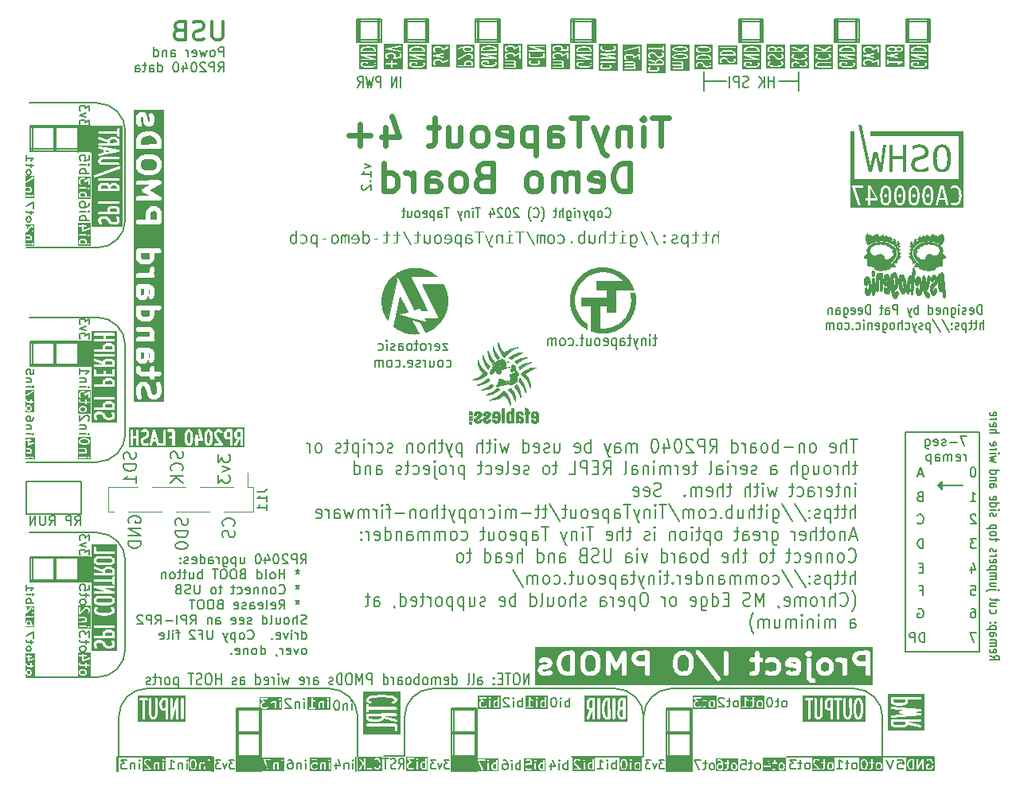
<source format=gbr>
G04 #@! TF.GenerationSoftware,KiCad,Pcbnew,8.0.1-8.0.1-1~ubuntu22.04.1*
G04 #@! TF.CreationDate,2024-04-26T22:25:14-04:00*
G04 #@! TF.ProjectId,tinytapeout-demo,74696e79-7461-4706-956f-75742d64656d,1.2.2*
G04 #@! TF.SameCoordinates,PX35e1f20PY8044ea0*
G04 #@! TF.FileFunction,Legend,Bot*
G04 #@! TF.FilePolarity,Positive*
%FSLAX46Y46*%
G04 Gerber Fmt 4.6, Leading zero omitted, Abs format (unit mm)*
G04 Created by KiCad (PCBNEW 8.0.1-8.0.1-1~ubuntu22.04.1) date 2024-04-26 22:25:14*
%MOMM*%
%LPD*%
G01*
G04 APERTURE LIST*
%ADD10C,0.200000*%
%ADD11C,0.150000*%
%ADD12C,0.275000*%
%ADD13C,0.500000*%
%ADD14C,0.170000*%
%ADD15C,0.300000*%
%ADD16C,0.600000*%
%ADD17C,0.007028*%
%ADD18C,0.000000*%
%ADD19C,0.010000*%
%ADD20C,0.120000*%
G04 APERTURE END LIST*
D10*
X45600000Y205000D02*
X45600000Y6900000D01*
D11*
X7700000Y48500000D02*
G75*
G02*
X10700000Y45500000I0J-3000000D01*
G01*
D10*
X76100000Y80200000D02*
X76100000Y77800000D01*
X45400000Y1800000D02*
X48050000Y1800000D01*
X25150000Y205000D02*
X25150000Y6900000D01*
D11*
X5705000Y22875000D02*
X7005000Y22875000D01*
X7005000Y20475000D01*
X5705000Y20475000D01*
X5705000Y22875000D01*
G36*
X5705000Y22875000D02*
G01*
X7005000Y22875000D01*
X7005000Y20475000D01*
X5705000Y20475000D01*
X5705000Y22875000D01*
G37*
X65800000Y6000000D02*
X65800000Y1800000D01*
D10*
X86100000Y80000000D02*
X88700000Y80000000D01*
X93700000Y80000000D02*
X96300000Y80000000D01*
X88700000Y80200000D02*
X88700000Y77800000D01*
X3305000Y43300000D02*
X3305000Y45950000D01*
X88400000Y80200000D02*
X88400000Y77800000D01*
X35600000Y80200000D02*
X35600000Y77800000D01*
D11*
X10700000Y22600000D02*
X10700000Y13200000D01*
X43400000Y9000000D02*
X62800000Y9000000D01*
D10*
X42650000Y80200000D02*
X42650000Y77800000D01*
X75900000Y80200000D02*
X78500000Y80200000D01*
X48050000Y205000D02*
X48050000Y6900000D01*
X58300000Y80200000D02*
X58300000Y77800000D01*
X93700000Y80200000D02*
X96300000Y80200000D01*
X60500000Y80200000D02*
X60500000Y77800000D01*
D11*
X9800000Y255000D02*
X9800000Y1700000D01*
D10*
X22500000Y6700000D02*
X25150000Y6700000D01*
X3305000Y20375000D02*
X3305000Y23025000D01*
X40650000Y80200000D02*
X40650000Y77800000D01*
X58100000Y80000000D02*
X60700000Y80000000D01*
X68475000Y205000D02*
X68475000Y6900000D01*
D11*
X68800000Y9000000D02*
X88200000Y9000000D01*
D10*
X35300000Y80000000D02*
X37900000Y80000000D01*
X605000Y20375000D02*
X605000Y23025000D01*
X45400000Y4400000D02*
X48050000Y4400000D01*
X70775000Y205000D02*
X70775000Y6900000D01*
X58100000Y80200000D02*
X60700000Y80200000D01*
D11*
X93600000Y36300000D02*
X93600000Y36100000D01*
D10*
X94000000Y80200000D02*
X94000000Y77800000D01*
D11*
X65800000Y1800000D02*
X65800000Y6000000D01*
D10*
X35500000Y80200000D02*
X35500000Y77800000D01*
D11*
X5705000Y68700000D02*
X7005000Y68700000D01*
X7005000Y66300000D01*
X5705000Y66300000D01*
X5705000Y68700000D01*
G36*
X5705000Y68700000D02*
G01*
X7005000Y68700000D01*
X7005000Y66300000D01*
X5705000Y66300000D01*
X5705000Y68700000D01*
G37*
D10*
X7005000Y43275000D02*
X7005000Y45925000D01*
D11*
X22600000Y1800000D02*
X25000000Y1800000D01*
X25000000Y300000D01*
X22600000Y300000D01*
X22600000Y1800000D01*
G36*
X22600000Y1800000D02*
G01*
X25000000Y1800000D01*
X25000000Y300000D01*
X22600000Y300000D01*
X22600000Y1800000D01*
G37*
X82300000Y74600000D02*
X82300000Y72600000D01*
D10*
X5705000Y66075000D02*
X5705000Y68725000D01*
X25000000Y205000D02*
X25000000Y6900000D01*
D11*
X10700000Y45500000D02*
X10700000Y36100000D01*
X7700000Y10200000D02*
X200000Y10200000D01*
D10*
X96300000Y80200000D02*
X96300000Y77800000D01*
X42950000Y78000000D02*
X40350000Y78000000D01*
D11*
X500000Y25600000D02*
X7700000Y25600000D01*
D10*
X60700000Y77800000D02*
X58100000Y77800000D01*
D11*
X7700000Y55900000D02*
X200000Y55900000D01*
D10*
X68275000Y205000D02*
X70925000Y205000D01*
D11*
X93600000Y12900000D02*
X101500000Y12900000D01*
D10*
X40350000Y77800000D02*
X40350000Y80200000D01*
D11*
X10700000Y68300000D02*
X10700000Y58900000D01*
D10*
X50250000Y80200000D02*
X50250000Y77800000D01*
D11*
X88200000Y9000000D02*
G75*
G02*
X91200000Y6000000I0J-3000000D01*
G01*
X10700000Y13200000D02*
G75*
G02*
X7700000Y10200000I-3000000J0D01*
G01*
D10*
X75900000Y77800000D02*
X75900000Y80200000D01*
X22500000Y4200000D02*
X25150000Y4200000D01*
D11*
X68375000Y1800000D02*
X70775000Y1800000D01*
X70775000Y300000D01*
X68375000Y300000D01*
X68375000Y1800000D01*
G36*
X68375000Y1800000D02*
G01*
X70775000Y1800000D01*
X70775000Y300000D01*
X68375000Y300000D01*
X68375000Y1800000D01*
G37*
D10*
X58400000Y80200000D02*
X58400000Y77800000D01*
D11*
X82300000Y73600000D02*
X80200000Y73600000D01*
D10*
X45400000Y6900000D02*
X48050000Y6900000D01*
X93700000Y77800000D02*
X93700000Y80200000D01*
X605000Y43300000D02*
X605000Y45950000D01*
D11*
X10700000Y36100000D02*
G75*
G02*
X7700000Y33100000I-3000000J0D01*
G01*
D10*
X22500000Y6900000D02*
X25150000Y6900000D01*
X7000000Y20375000D02*
X605000Y20375000D01*
D11*
X5705000Y45800000D02*
X7005000Y45800000D01*
X7005000Y43400000D01*
X5705000Y43400000D01*
X5705000Y45800000D01*
G36*
X5705000Y45800000D02*
G01*
X7005000Y45800000D01*
X7005000Y43400000D01*
X5705000Y43400000D01*
X5705000Y45800000D01*
G37*
D10*
X86100000Y77800000D02*
X86100000Y80200000D01*
X60700000Y78000000D02*
X58100000Y78000000D01*
D11*
X72200000Y73600000D02*
X74600000Y73600000D01*
D10*
X5705000Y43300000D02*
X5705000Y45950000D01*
X805000Y66200000D02*
X805000Y68850000D01*
D11*
X19900000Y255000D02*
X19900000Y1700000D01*
D10*
X48150000Y80200000D02*
X48150000Y77800000D01*
D11*
X65685000Y1700000D02*
X58185000Y1700000D01*
D10*
X7005000Y20350000D02*
X7005000Y23000000D01*
D11*
X7700000Y25600000D02*
G75*
G02*
X10700000Y22600000I0J-3000000D01*
G01*
D10*
X7000000Y23025000D02*
X605000Y23025000D01*
X86300000Y80200000D02*
X86300000Y77800000D01*
X7000000Y45950000D02*
X605000Y45950000D01*
X93900000Y80200000D02*
X93900000Y77800000D01*
X35300000Y80200000D02*
X37900000Y80200000D01*
D11*
X500000Y71300000D02*
X7700000Y71300000D01*
D10*
X48250000Y80200000D02*
X48250000Y77800000D01*
X75900000Y80000000D02*
X78500000Y80000000D01*
D11*
X40400000Y1800000D02*
X40400000Y6000000D01*
D10*
X96000000Y80200000D02*
X96000000Y77800000D01*
X78500000Y80200000D02*
X78500000Y77800000D01*
X60400000Y80200000D02*
X60400000Y77800000D01*
X68275000Y4200000D02*
X70925000Y4200000D01*
X7000000Y68850000D02*
X605000Y68850000D01*
D11*
X7700000Y71300000D02*
G75*
G02*
X10700000Y68300000I0J-3000000D01*
G01*
D10*
X78500000Y78000000D02*
X75900000Y78000000D01*
D11*
X35400000Y1800000D02*
X35400000Y6000000D01*
D10*
X76200000Y80200000D02*
X76200000Y77800000D01*
X7000000Y66200000D02*
X605000Y66200000D01*
X7005000Y43350000D02*
X7005000Y46000000D01*
X605000Y66200000D02*
X605000Y68850000D01*
X5705000Y66200000D02*
X5705000Y68850000D01*
X22500000Y4300000D02*
X25150000Y4300000D01*
X805000Y20375000D02*
X805000Y23025000D01*
D11*
X500000Y48500000D02*
X7700000Y48500000D01*
D10*
X35300000Y77800000D02*
X35300000Y80200000D01*
X3205000Y43300000D02*
X3205000Y45950000D01*
D11*
X35250000Y255000D02*
X35250000Y1700000D01*
D10*
X7000000Y43300000D02*
X605000Y43300000D01*
X45400000Y205000D02*
X48050000Y205000D01*
X37900000Y77800000D02*
X35300000Y77800000D01*
D11*
X10000000Y6000000D02*
G75*
G02*
X13000000Y9000000I3000000J0D01*
G01*
D10*
X22500000Y4400000D02*
X25150000Y4400000D01*
X45400000Y4200000D02*
X48050000Y4200000D01*
X68275000Y4400000D02*
X70925000Y4400000D01*
D11*
X93600000Y36100000D02*
X93600000Y12900000D01*
D10*
X47950000Y80000000D02*
X50550000Y80000000D01*
X5705000Y20375000D02*
X5705000Y23025000D01*
X58100000Y77800000D02*
X58100000Y80200000D01*
D11*
X10700000Y58900000D02*
G75*
G02*
X7700000Y55900000I-3000000J0D01*
G01*
X72200000Y74600000D02*
X72200000Y72600000D01*
X7700000Y33100000D02*
X200000Y33100000D01*
X40400000Y6000000D02*
G75*
G02*
X43400000Y9000000I3000000J0D01*
G01*
D10*
X86400000Y80200000D02*
X86400000Y77800000D01*
X50550000Y80200000D02*
X50550000Y77800000D01*
D11*
X97500000Y30300000D02*
X97500000Y30200000D01*
X91200000Y6000000D02*
X91200000Y1800000D01*
D10*
X7000000Y66400000D02*
X605000Y66400000D01*
X22500000Y205000D02*
X25150000Y205000D01*
X68275000Y6900000D02*
X70925000Y6900000D01*
X50550000Y78000000D02*
X47950000Y78000000D01*
X22500000Y205000D02*
X22500000Y6900000D01*
X37700000Y80200000D02*
X37700000Y77800000D01*
X99700000Y30600000D02*
X97100000Y30600000D01*
X88700000Y77800000D02*
X86100000Y77800000D01*
D11*
X32400000Y9000000D02*
G75*
G02*
X35400000Y6000000I0J-3000000D01*
G01*
D10*
X22500000Y1800000D02*
X25150000Y1800000D01*
X40350000Y80200000D02*
X42950000Y80200000D01*
X45400000Y4300000D02*
X48050000Y4300000D01*
X97100000Y30600000D02*
X97500000Y31000000D01*
D11*
X101500000Y36300000D02*
X93600000Y36300000D01*
D10*
X50550000Y77800000D02*
X47950000Y77800000D01*
X3105000Y43300000D02*
X3105000Y45950000D01*
X88500000Y80200000D02*
X88500000Y77800000D01*
X68275000Y205000D02*
X68275000Y6900000D01*
D11*
X5705000Y68575000D02*
X7005000Y68575000D01*
X7005000Y66175000D01*
X5705000Y66175000D01*
X5705000Y68575000D01*
G36*
X5705000Y68575000D02*
G01*
X7005000Y68575000D01*
X7005000Y66175000D01*
X5705000Y66175000D01*
X5705000Y68575000D01*
G37*
D10*
X805000Y43300000D02*
X805000Y45950000D01*
X7005000Y66175000D02*
X7005000Y68825000D01*
D11*
X96700000Y1700000D02*
X81045000Y1700000D01*
D10*
X7000000Y68700000D02*
X605000Y68700000D01*
D11*
X9900000Y255000D02*
X9900000Y1700000D01*
D10*
X40350000Y80000000D02*
X42950000Y80000000D01*
X47900000Y205000D02*
X47900000Y6900000D01*
X7000000Y20575000D02*
X605000Y20575000D01*
D11*
X5705000Y45875000D02*
X7005000Y45875000D01*
X7005000Y43475000D01*
X5705000Y43475000D01*
X5705000Y45875000D01*
G36*
X5705000Y45875000D02*
G01*
X7005000Y45875000D01*
X7005000Y43475000D01*
X5705000Y43475000D01*
X5705000Y45875000D01*
G37*
X20050000Y255000D02*
X20050000Y1700000D01*
X9800000Y1700000D02*
X19965000Y1700000D01*
D10*
X40550000Y80200000D02*
X40550000Y77800000D01*
X37900000Y78000000D02*
X35300000Y78000000D01*
X42750000Y80200000D02*
X42750000Y77800000D01*
X45400000Y6700000D02*
X48050000Y6700000D01*
X37900000Y80200000D02*
X37900000Y77800000D01*
X97500000Y31000000D02*
X97500000Y30300000D01*
D11*
X65800000Y6000000D02*
G75*
G02*
X68800000Y9000000I3000000J0D01*
G01*
D10*
X45400000Y205000D02*
X45400000Y6900000D01*
X78500000Y77800000D02*
X75900000Y77800000D01*
X68275000Y6700000D02*
X70925000Y6700000D01*
X7000000Y45800000D02*
X605000Y45800000D01*
X5705000Y43375000D02*
X5705000Y46025000D01*
X47950000Y77800000D02*
X47950000Y80200000D01*
X3105000Y20375000D02*
X3105000Y23025000D01*
D11*
X97400000Y30800000D02*
X97400000Y30500000D01*
D10*
X88700000Y78000000D02*
X86100000Y78000000D01*
X22700000Y205000D02*
X22700000Y6900000D01*
D11*
X101500000Y12900000D02*
X101500000Y36300000D01*
X62800000Y9000000D02*
G75*
G02*
X65800000Y6000000I0J-3000000D01*
G01*
D10*
X50350000Y80200000D02*
X50350000Y77800000D01*
X7000000Y22875000D02*
X605000Y22875000D01*
X3305000Y66200000D02*
X3305000Y68850000D01*
D11*
X10000000Y1800000D02*
X10000000Y6000000D01*
X165227Y31000000D02*
X6000000Y31000000D01*
X6000000Y27584773D01*
X165227Y27584773D01*
X165227Y31000000D01*
D10*
X3205000Y66200000D02*
X3205000Y68850000D01*
X3105000Y66200000D02*
X3105000Y68850000D01*
X96300000Y77800000D02*
X93700000Y77800000D01*
X60700000Y80200000D02*
X60700000Y77800000D01*
X7000000Y43500000D02*
X605000Y43500000D01*
X96100000Y80200000D02*
X96100000Y77800000D01*
X68275000Y1800000D02*
X70925000Y1800000D01*
X86100000Y80200000D02*
X88700000Y80200000D01*
X42950000Y77800000D02*
X40350000Y77800000D01*
X97500000Y30200000D02*
X97100000Y30600000D01*
X78300000Y80200000D02*
X78300000Y77800000D01*
X42950000Y80200000D02*
X42950000Y77800000D01*
X47950000Y80200000D02*
X50550000Y80200000D01*
X7005000Y66050000D02*
X7005000Y68700000D01*
X70925000Y205000D02*
X70925000Y6900000D01*
X37600000Y80200000D02*
X37600000Y77800000D01*
X68275000Y4300000D02*
X70925000Y4300000D01*
X78200000Y80200000D02*
X78200000Y77800000D01*
D11*
X13000000Y9000000D02*
X32400000Y9000000D01*
D10*
X3205000Y20375000D02*
X3205000Y23025000D01*
D11*
X45500000Y1800000D02*
X47900000Y1800000D01*
X47900000Y300000D01*
X45500000Y300000D01*
X45500000Y1800000D01*
G36*
X45500000Y1800000D02*
G01*
X47900000Y1800000D01*
X47900000Y300000D01*
X45500000Y300000D01*
X45500000Y1800000D01*
G37*
D10*
X96300000Y78000000D02*
X93700000Y78000000D01*
D11*
X75698684Y7035181D02*
X75798684Y7082800D01*
X75798684Y7082800D02*
X75848684Y7130420D01*
X75848684Y7130420D02*
X75898684Y7225658D01*
X75898684Y7225658D02*
X75898684Y7511372D01*
X75898684Y7511372D02*
X75848684Y7606610D01*
X75848684Y7606610D02*
X75798684Y7654229D01*
X75798684Y7654229D02*
X75698684Y7701848D01*
X75698684Y7701848D02*
X75548684Y7701848D01*
X75548684Y7701848D02*
X75448684Y7654229D01*
X75448684Y7654229D02*
X75398684Y7606610D01*
X75398684Y7606610D02*
X75348684Y7511372D01*
X75348684Y7511372D02*
X75348684Y7225658D01*
X75348684Y7225658D02*
X75398684Y7130420D01*
X75398684Y7130420D02*
X75448684Y7082800D01*
X75448684Y7082800D02*
X75548684Y7035181D01*
X75548684Y7035181D02*
X75698684Y7035181D01*
X75048684Y7701848D02*
X74648684Y7701848D01*
X74898684Y8035181D02*
X74898684Y7178039D01*
X74898684Y7178039D02*
X74848684Y7082800D01*
X74848684Y7082800D02*
X74748684Y7035181D01*
X74748684Y7035181D02*
X74648684Y7035181D01*
X74348684Y7939943D02*
X74298684Y7987562D01*
X74298684Y7987562D02*
X74198684Y8035181D01*
X74198684Y8035181D02*
X73948684Y8035181D01*
X73948684Y8035181D02*
X73848684Y7987562D01*
X73848684Y7987562D02*
X73798684Y7939943D01*
X73798684Y7939943D02*
X73748684Y7844705D01*
X73748684Y7844705D02*
X73748684Y7749467D01*
X73748684Y7749467D02*
X73798684Y7606610D01*
X73798684Y7606610D02*
X74398684Y7035181D01*
X74398684Y7035181D02*
X73748684Y7035181D01*
X17298684Y435181D02*
X17298684Y1101848D01*
X17298684Y1435181D02*
X17348684Y1387562D01*
X17348684Y1387562D02*
X17298684Y1339943D01*
X17298684Y1339943D02*
X17248684Y1387562D01*
X17248684Y1387562D02*
X17298684Y1435181D01*
X17298684Y1435181D02*
X17298684Y1339943D01*
X16798684Y1101848D02*
X16798684Y435181D01*
X16798684Y1006610D02*
X16748684Y1054229D01*
X16748684Y1054229D02*
X16648684Y1101848D01*
X16648684Y1101848D02*
X16498684Y1101848D01*
X16498684Y1101848D02*
X16398684Y1054229D01*
X16398684Y1054229D02*
X16348684Y958991D01*
X16348684Y958991D02*
X16348684Y435181D01*
X15298684Y435181D02*
X15898684Y435181D01*
X15598684Y435181D02*
X15598684Y1435181D01*
X15598684Y1435181D02*
X15698684Y1292324D01*
X15698684Y1292324D02*
X15798684Y1197086D01*
X15798684Y1197086D02*
X15898684Y1149467D01*
X101158458Y14930181D02*
X100491792Y14930181D01*
X100491792Y14930181D02*
X100920363Y13930181D01*
X6830180Y68929888D02*
X6830180Y69487031D01*
X6830180Y69487031D02*
X6449228Y69187031D01*
X6449228Y69187031D02*
X6449228Y69315602D01*
X6449228Y69315602D02*
X6401609Y69401316D01*
X6401609Y69401316D02*
X6353990Y69444174D01*
X6353990Y69444174D02*
X6258752Y69487031D01*
X6258752Y69487031D02*
X6020657Y69487031D01*
X6020657Y69487031D02*
X5925419Y69444174D01*
X5925419Y69444174D02*
X5877800Y69401316D01*
X5877800Y69401316D02*
X5830180Y69315602D01*
X5830180Y69315602D02*
X5830180Y69058459D01*
X5830180Y69058459D02*
X5877800Y68972745D01*
X5877800Y68972745D02*
X5925419Y68929888D01*
X6496847Y69787031D02*
X5830180Y70001317D01*
X5830180Y70001317D02*
X6496847Y70215602D01*
X6830180Y70472745D02*
X6830180Y71029888D01*
X6830180Y71029888D02*
X6449228Y70729888D01*
X6449228Y70729888D02*
X6449228Y70858459D01*
X6449228Y70858459D02*
X6401609Y70944173D01*
X6401609Y70944173D02*
X6353990Y70987031D01*
X6353990Y70987031D02*
X6258752Y71029888D01*
X6258752Y71029888D02*
X6020657Y71029888D01*
X6020657Y71029888D02*
X5925419Y70987031D01*
X5925419Y70987031D02*
X5877800Y70944173D01*
X5877800Y70944173D02*
X5830180Y70858459D01*
X5830180Y70858459D02*
X5830180Y70601316D01*
X5830180Y70601316D02*
X5877800Y70515602D01*
X5877800Y70515602D02*
X5925419Y70472745D01*
X102630180Y12496304D02*
X103106371Y12229637D01*
X102630180Y12039161D02*
X103630180Y12039161D01*
X103630180Y12039161D02*
X103630180Y12343923D01*
X103630180Y12343923D02*
X103582561Y12420113D01*
X103582561Y12420113D02*
X103534942Y12458208D01*
X103534942Y12458208D02*
X103439704Y12496304D01*
X103439704Y12496304D02*
X103296847Y12496304D01*
X103296847Y12496304D02*
X103201609Y12458208D01*
X103201609Y12458208D02*
X103153990Y12420113D01*
X103153990Y12420113D02*
X103106371Y12343923D01*
X103106371Y12343923D02*
X103106371Y12039161D01*
X102677800Y13143923D02*
X102630180Y13067732D01*
X102630180Y13067732D02*
X102630180Y12915351D01*
X102630180Y12915351D02*
X102677800Y12839161D01*
X102677800Y12839161D02*
X102773038Y12801065D01*
X102773038Y12801065D02*
X103153990Y12801065D01*
X103153990Y12801065D02*
X103249228Y12839161D01*
X103249228Y12839161D02*
X103296847Y12915351D01*
X103296847Y12915351D02*
X103296847Y13067732D01*
X103296847Y13067732D02*
X103249228Y13143923D01*
X103249228Y13143923D02*
X103153990Y13182018D01*
X103153990Y13182018D02*
X103058752Y13182018D01*
X103058752Y13182018D02*
X102963514Y12801065D01*
X102630180Y13524875D02*
X103296847Y13524875D01*
X103201609Y13524875D02*
X103249228Y13562970D01*
X103249228Y13562970D02*
X103296847Y13639160D01*
X103296847Y13639160D02*
X103296847Y13753446D01*
X103296847Y13753446D02*
X103249228Y13829637D01*
X103249228Y13829637D02*
X103153990Y13867732D01*
X103153990Y13867732D02*
X102630180Y13867732D01*
X103153990Y13867732D02*
X103249228Y13905827D01*
X103249228Y13905827D02*
X103296847Y13982018D01*
X103296847Y13982018D02*
X103296847Y14096303D01*
X103296847Y14096303D02*
X103249228Y14172494D01*
X103249228Y14172494D02*
X103153990Y14210589D01*
X103153990Y14210589D02*
X102630180Y14210589D01*
X102630180Y14934399D02*
X103153990Y14934399D01*
X103153990Y14934399D02*
X103249228Y14896304D01*
X103249228Y14896304D02*
X103296847Y14820113D01*
X103296847Y14820113D02*
X103296847Y14667732D01*
X103296847Y14667732D02*
X103249228Y14591542D01*
X102677800Y14934399D02*
X102630180Y14858208D01*
X102630180Y14858208D02*
X102630180Y14667732D01*
X102630180Y14667732D02*
X102677800Y14591542D01*
X102677800Y14591542D02*
X102773038Y14553446D01*
X102773038Y14553446D02*
X102868276Y14553446D01*
X102868276Y14553446D02*
X102963514Y14591542D01*
X102963514Y14591542D02*
X103011133Y14667732D01*
X103011133Y14667732D02*
X103011133Y14858208D01*
X103011133Y14858208D02*
X103058752Y14934399D01*
X103296847Y15315352D02*
X102296847Y15315352D01*
X103249228Y15315352D02*
X103296847Y15391542D01*
X103296847Y15391542D02*
X103296847Y15543923D01*
X103296847Y15543923D02*
X103249228Y15620114D01*
X103249228Y15620114D02*
X103201609Y15658209D01*
X103201609Y15658209D02*
X103106371Y15696304D01*
X103106371Y15696304D02*
X102820657Y15696304D01*
X102820657Y15696304D02*
X102725419Y15658209D01*
X102725419Y15658209D02*
X102677800Y15620114D01*
X102677800Y15620114D02*
X102630180Y15543923D01*
X102630180Y15543923D02*
X102630180Y15391542D01*
X102630180Y15391542D02*
X102677800Y15315352D01*
X102725419Y16039162D02*
X102677800Y16077257D01*
X102677800Y16077257D02*
X102630180Y16039162D01*
X102630180Y16039162D02*
X102677800Y16001066D01*
X102677800Y16001066D02*
X102725419Y16039162D01*
X102725419Y16039162D02*
X102630180Y16039162D01*
X103249228Y16039162D02*
X103201609Y16077257D01*
X103201609Y16077257D02*
X103153990Y16039162D01*
X103153990Y16039162D02*
X103201609Y16001066D01*
X103201609Y16001066D02*
X103249228Y16039162D01*
X103249228Y16039162D02*
X103153990Y16039162D01*
X102677800Y17372495D02*
X102630180Y17296304D01*
X102630180Y17296304D02*
X102630180Y17143923D01*
X102630180Y17143923D02*
X102677800Y17067733D01*
X102677800Y17067733D02*
X102725419Y17029638D01*
X102725419Y17029638D02*
X102820657Y16991542D01*
X102820657Y16991542D02*
X103106371Y16991542D01*
X103106371Y16991542D02*
X103201609Y17029638D01*
X103201609Y17029638D02*
X103249228Y17067733D01*
X103249228Y17067733D02*
X103296847Y17143923D01*
X103296847Y17143923D02*
X103296847Y17296304D01*
X103296847Y17296304D02*
X103249228Y17372495D01*
X103296847Y18058209D02*
X102630180Y18058209D01*
X103296847Y17715352D02*
X102773038Y17715352D01*
X102773038Y17715352D02*
X102677800Y17753447D01*
X102677800Y17753447D02*
X102630180Y17829637D01*
X102630180Y17829637D02*
X102630180Y17943923D01*
X102630180Y17943923D02*
X102677800Y18020114D01*
X102677800Y18020114D02*
X102725419Y18058209D01*
X103296847Y18324876D02*
X103296847Y18629638D01*
X103630180Y18439162D02*
X102773038Y18439162D01*
X102773038Y18439162D02*
X102677800Y18477257D01*
X102677800Y18477257D02*
X102630180Y18553447D01*
X102630180Y18553447D02*
X102630180Y18629638D01*
X103296847Y19505829D02*
X102439704Y19505829D01*
X102439704Y19505829D02*
X102344466Y19467733D01*
X102344466Y19467733D02*
X102296847Y19391543D01*
X102296847Y19391543D02*
X102296847Y19353448D01*
X103630180Y19505829D02*
X103582561Y19467733D01*
X103582561Y19467733D02*
X103534942Y19505829D01*
X103534942Y19505829D02*
X103582561Y19543924D01*
X103582561Y19543924D02*
X103630180Y19505829D01*
X103630180Y19505829D02*
X103534942Y19505829D01*
X103296847Y20229638D02*
X102630180Y20229638D01*
X103296847Y19886781D02*
X102773038Y19886781D01*
X102773038Y19886781D02*
X102677800Y19924876D01*
X102677800Y19924876D02*
X102630180Y20001066D01*
X102630180Y20001066D02*
X102630180Y20115352D01*
X102630180Y20115352D02*
X102677800Y20191543D01*
X102677800Y20191543D02*
X102725419Y20229638D01*
X102630180Y20610591D02*
X103296847Y20610591D01*
X103201609Y20610591D02*
X103249228Y20648686D01*
X103249228Y20648686D02*
X103296847Y20724876D01*
X103296847Y20724876D02*
X103296847Y20839162D01*
X103296847Y20839162D02*
X103249228Y20915353D01*
X103249228Y20915353D02*
X103153990Y20953448D01*
X103153990Y20953448D02*
X102630180Y20953448D01*
X103153990Y20953448D02*
X103249228Y20991543D01*
X103249228Y20991543D02*
X103296847Y21067734D01*
X103296847Y21067734D02*
X103296847Y21182019D01*
X103296847Y21182019D02*
X103249228Y21258210D01*
X103249228Y21258210D02*
X103153990Y21296305D01*
X103153990Y21296305D02*
X102630180Y21296305D01*
X103296847Y21677258D02*
X102296847Y21677258D01*
X103249228Y21677258D02*
X103296847Y21753448D01*
X103296847Y21753448D02*
X103296847Y21905829D01*
X103296847Y21905829D02*
X103249228Y21982020D01*
X103249228Y21982020D02*
X103201609Y22020115D01*
X103201609Y22020115D02*
X103106371Y22058210D01*
X103106371Y22058210D02*
X102820657Y22058210D01*
X102820657Y22058210D02*
X102725419Y22020115D01*
X102725419Y22020115D02*
X102677800Y21982020D01*
X102677800Y21982020D02*
X102630180Y21905829D01*
X102630180Y21905829D02*
X102630180Y21753448D01*
X102630180Y21753448D02*
X102677800Y21677258D01*
X102677800Y22705830D02*
X102630180Y22629639D01*
X102630180Y22629639D02*
X102630180Y22477258D01*
X102630180Y22477258D02*
X102677800Y22401068D01*
X102677800Y22401068D02*
X102773038Y22362972D01*
X102773038Y22362972D02*
X103153990Y22362972D01*
X103153990Y22362972D02*
X103249228Y22401068D01*
X103249228Y22401068D02*
X103296847Y22477258D01*
X103296847Y22477258D02*
X103296847Y22629639D01*
X103296847Y22629639D02*
X103249228Y22705830D01*
X103249228Y22705830D02*
X103153990Y22743925D01*
X103153990Y22743925D02*
X103058752Y22743925D01*
X103058752Y22743925D02*
X102963514Y22362972D01*
X102630180Y23086782D02*
X103296847Y23086782D01*
X103106371Y23086782D02*
X103201609Y23124877D01*
X103201609Y23124877D02*
X103249228Y23162972D01*
X103249228Y23162972D02*
X103296847Y23239163D01*
X103296847Y23239163D02*
X103296847Y23315353D01*
X102677800Y23543924D02*
X102630180Y23620115D01*
X102630180Y23620115D02*
X102630180Y23772496D01*
X102630180Y23772496D02*
X102677800Y23848686D01*
X102677800Y23848686D02*
X102773038Y23886782D01*
X102773038Y23886782D02*
X102820657Y23886782D01*
X102820657Y23886782D02*
X102915895Y23848686D01*
X102915895Y23848686D02*
X102963514Y23772496D01*
X102963514Y23772496D02*
X102963514Y23658210D01*
X102963514Y23658210D02*
X103011133Y23582020D01*
X103011133Y23582020D02*
X103106371Y23543924D01*
X103106371Y23543924D02*
X103153990Y23543924D01*
X103153990Y23543924D02*
X103249228Y23582020D01*
X103249228Y23582020D02*
X103296847Y23658210D01*
X103296847Y23658210D02*
X103296847Y23772496D01*
X103296847Y23772496D02*
X103249228Y23848686D01*
X103296847Y24724877D02*
X103296847Y25029639D01*
X103630180Y24839163D02*
X102773038Y24839163D01*
X102773038Y24839163D02*
X102677800Y24877258D01*
X102677800Y24877258D02*
X102630180Y24953448D01*
X102630180Y24953448D02*
X102630180Y25029639D01*
X102630180Y25410591D02*
X102677800Y25334401D01*
X102677800Y25334401D02*
X102725419Y25296306D01*
X102725419Y25296306D02*
X102820657Y25258210D01*
X102820657Y25258210D02*
X103106371Y25258210D01*
X103106371Y25258210D02*
X103201609Y25296306D01*
X103201609Y25296306D02*
X103249228Y25334401D01*
X103249228Y25334401D02*
X103296847Y25410591D01*
X103296847Y25410591D02*
X103296847Y25524877D01*
X103296847Y25524877D02*
X103249228Y25601068D01*
X103249228Y25601068D02*
X103201609Y25639163D01*
X103201609Y25639163D02*
X103106371Y25677258D01*
X103106371Y25677258D02*
X102820657Y25677258D01*
X102820657Y25677258D02*
X102725419Y25639163D01*
X102725419Y25639163D02*
X102677800Y25601068D01*
X102677800Y25601068D02*
X102630180Y25524877D01*
X102630180Y25524877D02*
X102630180Y25410591D01*
X103296847Y26020116D02*
X102296847Y26020116D01*
X103249228Y26020116D02*
X103296847Y26096306D01*
X103296847Y26096306D02*
X103296847Y26248687D01*
X103296847Y26248687D02*
X103249228Y26324878D01*
X103249228Y26324878D02*
X103201609Y26362973D01*
X103201609Y26362973D02*
X103106371Y26401068D01*
X103106371Y26401068D02*
X102820657Y26401068D01*
X102820657Y26401068D02*
X102725419Y26362973D01*
X102725419Y26362973D02*
X102677800Y26324878D01*
X102677800Y26324878D02*
X102630180Y26248687D01*
X102630180Y26248687D02*
X102630180Y26096306D01*
X102630180Y26096306D02*
X102677800Y26020116D01*
X102677800Y27315354D02*
X102630180Y27391545D01*
X102630180Y27391545D02*
X102630180Y27543926D01*
X102630180Y27543926D02*
X102677800Y27620116D01*
X102677800Y27620116D02*
X102773038Y27658212D01*
X102773038Y27658212D02*
X102820657Y27658212D01*
X102820657Y27658212D02*
X102915895Y27620116D01*
X102915895Y27620116D02*
X102963514Y27543926D01*
X102963514Y27543926D02*
X102963514Y27429640D01*
X102963514Y27429640D02*
X103011133Y27353450D01*
X103011133Y27353450D02*
X103106371Y27315354D01*
X103106371Y27315354D02*
X103153990Y27315354D01*
X103153990Y27315354D02*
X103249228Y27353450D01*
X103249228Y27353450D02*
X103296847Y27429640D01*
X103296847Y27429640D02*
X103296847Y27543926D01*
X103296847Y27543926D02*
X103249228Y27620116D01*
X102630180Y28001069D02*
X103296847Y28001069D01*
X103630180Y28001069D02*
X103582561Y27962973D01*
X103582561Y27962973D02*
X103534942Y28001069D01*
X103534942Y28001069D02*
X103582561Y28039164D01*
X103582561Y28039164D02*
X103630180Y28001069D01*
X103630180Y28001069D02*
X103534942Y28001069D01*
X102630180Y28724878D02*
X103630180Y28724878D01*
X102677800Y28724878D02*
X102630180Y28648687D01*
X102630180Y28648687D02*
X102630180Y28496306D01*
X102630180Y28496306D02*
X102677800Y28420116D01*
X102677800Y28420116D02*
X102725419Y28382021D01*
X102725419Y28382021D02*
X102820657Y28343925D01*
X102820657Y28343925D02*
X103106371Y28343925D01*
X103106371Y28343925D02*
X103201609Y28382021D01*
X103201609Y28382021D02*
X103249228Y28420116D01*
X103249228Y28420116D02*
X103296847Y28496306D01*
X103296847Y28496306D02*
X103296847Y28648687D01*
X103296847Y28648687D02*
X103249228Y28724878D01*
X102677800Y29410593D02*
X102630180Y29334402D01*
X102630180Y29334402D02*
X102630180Y29182021D01*
X102630180Y29182021D02*
X102677800Y29105831D01*
X102677800Y29105831D02*
X102773038Y29067735D01*
X102773038Y29067735D02*
X103153990Y29067735D01*
X103153990Y29067735D02*
X103249228Y29105831D01*
X103249228Y29105831D02*
X103296847Y29182021D01*
X103296847Y29182021D02*
X103296847Y29334402D01*
X103296847Y29334402D02*
X103249228Y29410593D01*
X103249228Y29410593D02*
X103153990Y29448688D01*
X103153990Y29448688D02*
X103058752Y29448688D01*
X103058752Y29448688D02*
X102963514Y29067735D01*
X102630180Y30743926D02*
X103153990Y30743926D01*
X103153990Y30743926D02*
X103249228Y30705831D01*
X103249228Y30705831D02*
X103296847Y30629640D01*
X103296847Y30629640D02*
X103296847Y30477259D01*
X103296847Y30477259D02*
X103249228Y30401069D01*
X102677800Y30743926D02*
X102630180Y30667735D01*
X102630180Y30667735D02*
X102630180Y30477259D01*
X102630180Y30477259D02*
X102677800Y30401069D01*
X102677800Y30401069D02*
X102773038Y30362973D01*
X102773038Y30362973D02*
X102868276Y30362973D01*
X102868276Y30362973D02*
X102963514Y30401069D01*
X102963514Y30401069D02*
X103011133Y30477259D01*
X103011133Y30477259D02*
X103011133Y30667735D01*
X103011133Y30667735D02*
X103058752Y30743926D01*
X103296847Y31124879D02*
X102630180Y31124879D01*
X103201609Y31124879D02*
X103249228Y31162974D01*
X103249228Y31162974D02*
X103296847Y31239164D01*
X103296847Y31239164D02*
X103296847Y31353450D01*
X103296847Y31353450D02*
X103249228Y31429641D01*
X103249228Y31429641D02*
X103153990Y31467736D01*
X103153990Y31467736D02*
X102630180Y31467736D01*
X102630180Y32191546D02*
X103630180Y32191546D01*
X102677800Y32191546D02*
X102630180Y32115355D01*
X102630180Y32115355D02*
X102630180Y31962974D01*
X102630180Y31962974D02*
X102677800Y31886784D01*
X102677800Y31886784D02*
X102725419Y31848689D01*
X102725419Y31848689D02*
X102820657Y31810593D01*
X102820657Y31810593D02*
X103106371Y31810593D01*
X103106371Y31810593D02*
X103201609Y31848689D01*
X103201609Y31848689D02*
X103249228Y31886784D01*
X103249228Y31886784D02*
X103296847Y31962974D01*
X103296847Y31962974D02*
X103296847Y32115355D01*
X103296847Y32115355D02*
X103249228Y32191546D01*
X103296847Y33105832D02*
X102630180Y33258213D01*
X102630180Y33258213D02*
X103106371Y33410594D01*
X103106371Y33410594D02*
X102630180Y33562975D01*
X102630180Y33562975D02*
X103296847Y33715356D01*
X102630180Y34020118D02*
X103296847Y34020118D01*
X103630180Y34020118D02*
X103582561Y33982022D01*
X103582561Y33982022D02*
X103534942Y34020118D01*
X103534942Y34020118D02*
X103582561Y34058213D01*
X103582561Y34058213D02*
X103630180Y34020118D01*
X103630180Y34020118D02*
X103534942Y34020118D01*
X102630180Y34401070D02*
X103296847Y34401070D01*
X103106371Y34401070D02*
X103201609Y34439165D01*
X103201609Y34439165D02*
X103249228Y34477260D01*
X103249228Y34477260D02*
X103296847Y34553451D01*
X103296847Y34553451D02*
X103296847Y34629641D01*
X102677800Y35201070D02*
X102630180Y35124879D01*
X102630180Y35124879D02*
X102630180Y34972498D01*
X102630180Y34972498D02*
X102677800Y34896308D01*
X102677800Y34896308D02*
X102773038Y34858212D01*
X102773038Y34858212D02*
X103153990Y34858212D01*
X103153990Y34858212D02*
X103249228Y34896308D01*
X103249228Y34896308D02*
X103296847Y34972498D01*
X103296847Y34972498D02*
X103296847Y35124879D01*
X103296847Y35124879D02*
X103249228Y35201070D01*
X103249228Y35201070D02*
X103153990Y35239165D01*
X103153990Y35239165D02*
X103058752Y35239165D01*
X103058752Y35239165D02*
X102963514Y34858212D01*
X102630180Y36191546D02*
X103630180Y36191546D01*
X102630180Y36534403D02*
X103153990Y36534403D01*
X103153990Y36534403D02*
X103249228Y36496308D01*
X103249228Y36496308D02*
X103296847Y36420117D01*
X103296847Y36420117D02*
X103296847Y36305831D01*
X103296847Y36305831D02*
X103249228Y36229641D01*
X103249228Y36229641D02*
X103201609Y36191546D01*
X102677800Y37220118D02*
X102630180Y37143927D01*
X102630180Y37143927D02*
X102630180Y36991546D01*
X102630180Y36991546D02*
X102677800Y36915356D01*
X102677800Y36915356D02*
X102773038Y36877260D01*
X102773038Y36877260D02*
X103153990Y36877260D01*
X103153990Y36877260D02*
X103249228Y36915356D01*
X103249228Y36915356D02*
X103296847Y36991546D01*
X103296847Y36991546D02*
X103296847Y37143927D01*
X103296847Y37143927D02*
X103249228Y37220118D01*
X103249228Y37220118D02*
X103153990Y37258213D01*
X103153990Y37258213D02*
X103058752Y37258213D01*
X103058752Y37258213D02*
X102963514Y36877260D01*
X102630180Y37601070D02*
X103296847Y37601070D01*
X103106371Y37601070D02*
X103201609Y37639165D01*
X103201609Y37639165D02*
X103249228Y37677260D01*
X103249228Y37677260D02*
X103296847Y37753451D01*
X103296847Y37753451D02*
X103296847Y37829641D01*
X102677800Y38401070D02*
X102630180Y38324879D01*
X102630180Y38324879D02*
X102630180Y38172498D01*
X102630180Y38172498D02*
X102677800Y38096308D01*
X102677800Y38096308D02*
X102773038Y38058212D01*
X102773038Y38058212D02*
X103153990Y38058212D01*
X103153990Y38058212D02*
X103249228Y38096308D01*
X103249228Y38096308D02*
X103296847Y38172498D01*
X103296847Y38172498D02*
X103296847Y38324879D01*
X103296847Y38324879D02*
X103249228Y38401070D01*
X103249228Y38401070D02*
X103153990Y38439165D01*
X103153990Y38439165D02*
X103058752Y38439165D01*
X103058752Y38439165D02*
X102963514Y38058212D01*
X57948684Y7035181D02*
X57948684Y8035181D01*
X57948684Y7654229D02*
X57848684Y7701848D01*
X57848684Y7701848D02*
X57648684Y7701848D01*
X57648684Y7701848D02*
X57548684Y7654229D01*
X57548684Y7654229D02*
X57498684Y7606610D01*
X57498684Y7606610D02*
X57448684Y7511372D01*
X57448684Y7511372D02*
X57448684Y7225658D01*
X57448684Y7225658D02*
X57498684Y7130420D01*
X57498684Y7130420D02*
X57548684Y7082800D01*
X57548684Y7082800D02*
X57648684Y7035181D01*
X57648684Y7035181D02*
X57848684Y7035181D01*
X57848684Y7035181D02*
X57948684Y7082800D01*
X56998684Y7035181D02*
X56998684Y7701848D01*
X56998684Y8035181D02*
X57048684Y7987562D01*
X57048684Y7987562D02*
X56998684Y7939943D01*
X56998684Y7939943D02*
X56948684Y7987562D01*
X56948684Y7987562D02*
X56998684Y8035181D01*
X56998684Y8035181D02*
X56998684Y7939943D01*
X56298684Y8035181D02*
X56198684Y8035181D01*
X56198684Y8035181D02*
X56098684Y7987562D01*
X56098684Y7987562D02*
X56048684Y7939943D01*
X56048684Y7939943D02*
X55998684Y7844705D01*
X55998684Y7844705D02*
X55948684Y7654229D01*
X55948684Y7654229D02*
X55948684Y7416134D01*
X55948684Y7416134D02*
X55998684Y7225658D01*
X55998684Y7225658D02*
X56048684Y7130420D01*
X56048684Y7130420D02*
X56098684Y7082800D01*
X56098684Y7082800D02*
X56198684Y7035181D01*
X56198684Y7035181D02*
X56298684Y7035181D01*
X56298684Y7035181D02*
X56398684Y7082800D01*
X56398684Y7082800D02*
X56448684Y7130420D01*
X56448684Y7130420D02*
X56498684Y7225658D01*
X56498684Y7225658D02*
X56548684Y7416134D01*
X56548684Y7416134D02*
X56548684Y7654229D01*
X56548684Y7654229D02*
X56498684Y7844705D01*
X56498684Y7844705D02*
X56448684Y7939943D01*
X56448684Y7939943D02*
X56398684Y7987562D01*
X56398684Y7987562D02*
X56298684Y8035181D01*
G36*
X77387816Y77174594D02*
G01*
X77661206Y77139464D01*
X77664117Y77138372D01*
X77794126Y77104936D01*
X77915270Y77041591D01*
X77965723Y76962572D01*
X77966396Y76866723D01*
X76615067Y76865437D01*
X76614408Y76959234D01*
X76663218Y77039032D01*
X76777518Y77101195D01*
X76905012Y77136408D01*
X76907640Y77136498D01*
X77180600Y77174216D01*
X77183442Y77173936D01*
X77385209Y77175207D01*
X77387816Y77174594D01*
G37*
G36*
X78282252Y74873935D02*
G01*
X76298918Y74873935D01*
X76298918Y75458460D01*
X76465585Y75458460D01*
X76465621Y75456184D01*
X76465620Y75456177D01*
X76465621Y75456172D01*
X76466684Y75389166D01*
X76465620Y75384553D01*
X76466876Y75377047D01*
X76467026Y75367637D01*
X76469419Y75361860D01*
X76470452Y75355691D01*
X76476985Y75342519D01*
X76544730Y75236417D01*
X76545902Y75232568D01*
X76551656Y75225571D01*
X76557391Y75216588D01*
X76561380Y75213743D01*
X76564488Y75209964D01*
X76576720Y75201806D01*
X76715730Y75129119D01*
X76721780Y75124488D01*
X76731703Y75120766D01*
X76733165Y75120002D01*
X76733943Y75119927D01*
X76735546Y75119325D01*
X76870005Y75084745D01*
X76873502Y75082718D01*
X76887816Y75079356D01*
X77164590Y75043791D01*
X77168810Y75042043D01*
X77183442Y75040602D01*
X77388664Y75041894D01*
X77392946Y75040754D01*
X77407640Y75041260D01*
X77683893Y75079433D01*
X77688257Y75078853D01*
X77702767Y75081230D01*
X77840496Y75119270D01*
X77848004Y75120002D01*
X77857798Y75124049D01*
X77859390Y75124488D01*
X77860008Y75124962D01*
X77861593Y75125616D01*
X77995907Y75198665D01*
X77999953Y75199598D01*
X78007436Y75204935D01*
X78016682Y75209963D01*
X78019792Y75213746D01*
X78023779Y75216589D01*
X78032756Y75228233D01*
X78099192Y75336849D01*
X78102945Y75340601D01*
X78106001Y75347981D01*
X78110718Y75355691D01*
X78111750Y75361860D01*
X78114144Y75367637D01*
X78115585Y75382269D01*
X78114275Y75499432D01*
X78114578Y75508807D01*
X78114158Y75509921D01*
X78114144Y75511187D01*
X78108999Y75523607D01*
X78104256Y75536191D01*
X78103237Y75537518D01*
X78102945Y75538223D01*
X78101867Y75539301D01*
X78095300Y75547851D01*
X78012812Y75633730D01*
X77986151Y75645794D01*
X77956903Y75646737D01*
X77929520Y75636416D01*
X77908171Y75616401D01*
X77896107Y75589740D01*
X77895164Y75560492D01*
X77905485Y75533109D01*
X77914441Y75521449D01*
X77965905Y75467869D01*
X77966607Y75405054D01*
X77917950Y75325506D01*
X77803654Y75263345D01*
X77676157Y75228131D01*
X77673530Y75228040D01*
X77400569Y75190323D01*
X77397728Y75190602D01*
X77195960Y75189332D01*
X77193355Y75189944D01*
X76919963Y75225075D01*
X76917053Y75226166D01*
X76787043Y75259603D01*
X76665899Y75322947D01*
X76615268Y75402246D01*
X76614733Y75435955D01*
X76663350Y75515439D01*
X76700340Y75535889D01*
X77109078Y75537033D01*
X77109883Y75443828D01*
X77121082Y75416792D01*
X77141774Y75396100D01*
X77168810Y75384901D01*
X77198074Y75384901D01*
X77225110Y75396100D01*
X77245802Y75416792D01*
X77257001Y75443828D01*
X77258442Y75458460D01*
X77257001Y75625473D01*
X77245802Y75652509D01*
X77225110Y75673201D01*
X77198074Y75684400D01*
X77183442Y75685841D01*
X76694153Y75684471D01*
X76690861Y75685473D01*
X76680191Y75684432D01*
X76668810Y75684400D01*
X76665403Y75682989D01*
X76661736Y75682631D01*
X76648147Y75677017D01*
X76584683Y75641930D01*
X76581217Y75641130D01*
X76574248Y75636161D01*
X76564487Y75630764D01*
X76561379Y75626984D01*
X76557391Y75624140D01*
X76548414Y75612495D01*
X76481976Y75503880D01*
X76478225Y75500128D01*
X76475169Y75492751D01*
X76470452Y75485039D01*
X76469419Y75478870D01*
X76467026Y75473092D01*
X76465585Y75458460D01*
X76298918Y75458460D01*
X76298918Y76418289D01*
X76465956Y76418289D01*
X76467026Y76407277D01*
X76467026Y76396209D01*
X76468430Y76392818D01*
X76468786Y76389162D01*
X76473992Y76379392D01*
X76478225Y76369173D01*
X76480820Y76366578D01*
X76482547Y76363337D01*
X76491093Y76356305D01*
X76498917Y76348481D01*
X76502308Y76347077D01*
X76505144Y76344743D01*
X76518721Y76339099D01*
X77542120Y76028224D01*
X76525953Y76027257D01*
X76498917Y76016058D01*
X76478225Y75995366D01*
X76467026Y75968330D01*
X76467026Y75939066D01*
X76478225Y75912030D01*
X76498917Y75891338D01*
X76525953Y75880139D01*
X76540585Y75878698D01*
X78029694Y75880115D01*
X78033137Y75879069D01*
X78044035Y75880129D01*
X78055217Y75880139D01*
X78058611Y75881546D01*
X78062263Y75881900D01*
X78072023Y75887101D01*
X78082253Y75891338D01*
X78084850Y75893936D01*
X78088089Y75895661D01*
X78095118Y75904204D01*
X78102945Y75912030D01*
X78104349Y75915422D01*
X78106683Y75918257D01*
X78109908Y75928841D01*
X78114144Y75939066D01*
X78114144Y75942739D01*
X78115214Y75946250D01*
X78114144Y75957259D01*
X78114144Y75968330D01*
X78112738Y75971725D01*
X78112383Y75975377D01*
X78107181Y75985139D01*
X78102945Y75995366D01*
X78100347Y75997964D01*
X78098622Y76001202D01*
X78090081Y76008230D01*
X78082253Y76016058D01*
X78078859Y76017464D01*
X78076025Y76019796D01*
X78062449Y76025440D01*
X77039049Y76336316D01*
X78055217Y76337282D01*
X78082253Y76348481D01*
X78102945Y76369173D01*
X78114144Y76396209D01*
X78114144Y76425473D01*
X78102945Y76452509D01*
X78082253Y76473201D01*
X78055217Y76484400D01*
X78040585Y76485841D01*
X76551475Y76484425D01*
X76548033Y76485470D01*
X76537129Y76484411D01*
X76525953Y76484400D01*
X76522561Y76482996D01*
X76518906Y76482640D01*
X76509135Y76477434D01*
X76498917Y76473201D01*
X76496321Y76470606D01*
X76493081Y76468879D01*
X76486048Y76460333D01*
X76478225Y76452509D01*
X76476820Y76449118D01*
X76474487Y76446282D01*
X76471261Y76435699D01*
X76467026Y76425473D01*
X76467026Y76421801D01*
X76465956Y76418289D01*
X76298918Y76418289D01*
X76298918Y76982269D01*
X76465585Y76982269D01*
X76467026Y76777161D01*
X76478225Y76750125D01*
X76498917Y76729433D01*
X76525953Y76718234D01*
X76540585Y76716793D01*
X78055217Y76718234D01*
X78082253Y76729433D01*
X78102945Y76750125D01*
X78114144Y76777161D01*
X78115585Y76791793D01*
X78114300Y76974573D01*
X78115550Y76979985D01*
X78114206Y76988011D01*
X78114144Y76996901D01*
X78111750Y77002679D01*
X78110718Y77008847D01*
X78104185Y77022019D01*
X78036438Y77128123D01*
X78035267Y77131970D01*
X78029512Y77138969D01*
X78023779Y77147949D01*
X78019792Y77150793D01*
X78016682Y77154575D01*
X78004450Y77162732D01*
X77865441Y77235419D01*
X77859390Y77240050D01*
X77849462Y77243774D01*
X77848004Y77244536D01*
X77847226Y77244612D01*
X77845624Y77245213D01*
X77711164Y77279794D01*
X77707668Y77281820D01*
X77693355Y77285182D01*
X77416579Y77320748D01*
X77412360Y77322495D01*
X77397728Y77323936D01*
X77192505Y77322645D01*
X77188224Y77323784D01*
X77173530Y77323278D01*
X76897276Y77285106D01*
X76892913Y77285685D01*
X76878403Y77283308D01*
X76740674Y77245269D01*
X76733165Y77244536D01*
X76723375Y77240491D01*
X76721780Y77240050D01*
X76721159Y77239575D01*
X76719577Y77238921D01*
X76585265Y77165875D01*
X76581217Y77164940D01*
X76573725Y77159598D01*
X76564488Y77154574D01*
X76561380Y77150796D01*
X76557391Y77147950D01*
X76548414Y77136305D01*
X76481977Y77027690D01*
X76478225Y77023937D01*
X76475168Y77016558D01*
X76470452Y77008847D01*
X76469419Y77002679D01*
X76467026Y76996901D01*
X76465585Y76982269D01*
X76298918Y76982269D01*
X76298918Y77490603D01*
X78282252Y77490603D01*
X78282252Y74873935D01*
G37*
G36*
X73102099Y56935393D02*
G01*
X73102099Y56321000D01*
X73267207Y56321000D01*
X73267207Y56935393D01*
X73270950Y57004984D01*
X73283886Y57069170D01*
X73311606Y57127937D01*
X73314517Y57131936D01*
X73366184Y57174912D01*
X73432554Y57193269D01*
X73462797Y57194804D01*
X73529655Y57186897D01*
X73591237Y57159934D01*
X73640288Y57113837D01*
X73672939Y57056350D01*
X73691985Y56992840D01*
X73700692Y56927024D01*
X73702204Y56881416D01*
X73702204Y56321000D01*
X73866677Y56321000D01*
X73866677Y57702829D01*
X73702204Y57702829D01*
X73702204Y57163687D01*
X73668403Y57217493D01*
X73623142Y57264979D01*
X73583453Y57292916D01*
X73523323Y57319811D01*
X73461301Y57333560D01*
X73405644Y57337051D01*
X73334124Y57330819D01*
X73272288Y57312126D01*
X73214297Y57276199D01*
X73177668Y57237351D01*
X73144607Y57181091D01*
X73120991Y57112011D01*
X73108077Y57041051D01*
X73102763Y56972415D01*
X73102099Y56935393D01*
G37*
G36*
X72397532Y57601224D02*
G01*
X72397532Y57316730D01*
X72024133Y57316730D01*
X72024133Y57194804D01*
X72397532Y57194804D01*
X72397532Y56643914D01*
X72393439Y56580299D01*
X72375880Y56517440D01*
X72355620Y56487061D01*
X72298070Y56453960D01*
X72234383Y56443616D01*
X72209245Y56442927D01*
X72024133Y56442927D01*
X72024133Y56321000D01*
X72225121Y56321000D01*
X72290698Y56323557D01*
X72357497Y56333001D01*
X72421040Y56352315D01*
X72476206Y56384907D01*
X72486119Y56393712D01*
X72526137Y56449388D01*
X72549481Y56516995D01*
X72559337Y56581038D01*
X72562005Y56643914D01*
X72562005Y57194804D01*
X72829036Y57194804D01*
X72829036Y57316730D01*
X72562005Y57316730D01*
X72562005Y57601224D01*
X72397532Y57601224D01*
G37*
G36*
X71302738Y57601224D02*
G01*
X71302738Y57316730D01*
X70929339Y57316730D01*
X70929339Y57194804D01*
X71302738Y57194804D01*
X71302738Y56643914D01*
X71298645Y56580299D01*
X71281086Y56517440D01*
X71260826Y56487061D01*
X71203276Y56453960D01*
X71139589Y56443616D01*
X71114451Y56442927D01*
X70929339Y56442927D01*
X70929339Y56321000D01*
X71130327Y56321000D01*
X71195903Y56323557D01*
X71262703Y56333001D01*
X71326246Y56352315D01*
X71381412Y56384907D01*
X71391324Y56393712D01*
X71431343Y56449388D01*
X71454687Y56516995D01*
X71464543Y56581038D01*
X71467211Y56643914D01*
X71467211Y57194804D01*
X71734241Y57194804D01*
X71734241Y57316730D01*
X71467211Y57316730D01*
X71467211Y57601224D01*
X71302738Y57601224D01*
G37*
G36*
X70187016Y57335655D02*
G01*
X70252958Y57323059D01*
X70312089Y57297361D01*
X70336728Y57281335D01*
X70383528Y57237958D01*
X70421314Y57182738D01*
X70421314Y57316730D01*
X70586740Y57316730D01*
X70586740Y55934901D01*
X70421314Y55934901D01*
X70421314Y56454992D01*
X70408305Y56432344D01*
X70367878Y56381586D01*
X70313676Y56340051D01*
X70282716Y56324710D01*
X70219414Y56306216D01*
X70154283Y56300679D01*
X70110397Y56302818D01*
X70039373Y56316850D01*
X69975703Y56343979D01*
X69919387Y56384206D01*
X69870424Y56437529D01*
X69840604Y56482920D01*
X69811492Y56544062D01*
X69789658Y56612482D01*
X69777023Y56675058D01*
X69769441Y56742688D01*
X69766914Y56815372D01*
X69767009Y56818865D01*
X69939325Y56818865D01*
X69939561Y56795925D01*
X69943096Y56731390D01*
X69952581Y56664225D01*
X69970491Y56598182D01*
X69999653Y56537546D01*
X70003461Y56531725D01*
X70047851Y56483676D01*
X70109932Y56452167D01*
X70178415Y56442927D01*
X70193150Y56443300D01*
X70260021Y56456366D01*
X70315543Y56488099D01*
X70359716Y56538499D01*
X70367175Y56550831D01*
X70394786Y56614891D01*
X70411148Y56683598D01*
X70419148Y56752801D01*
X70421314Y56818865D01*
X70421073Y56841692D01*
X70417464Y56905944D01*
X70407779Y56972891D01*
X70389492Y57038835D01*
X70359716Y57099549D01*
X70351789Y57111084D01*
X70305346Y57157595D01*
X70247555Y57185501D01*
X70178415Y57194804D01*
X70171050Y57194711D01*
X70103714Y57183586D01*
X70042896Y57149931D01*
X69999653Y57099867D01*
X69992348Y57087681D01*
X69965306Y57023973D01*
X69949282Y56955156D01*
X69941446Y56885532D01*
X69939325Y56818865D01*
X69767009Y56818865D01*
X69768527Y56874912D01*
X69775077Y56944661D01*
X69786666Y57009217D01*
X69807224Y57079828D01*
X69835037Y57142961D01*
X69870107Y57198614D01*
X69904254Y57238496D01*
X69958441Y57282974D01*
X70020072Y57314203D01*
X70089149Y57332184D01*
X70154283Y57337051D01*
X70187016Y57335655D01*
G37*
G36*
X68792458Y57276088D02*
G01*
X68792458Y57113520D01*
X68849940Y57143188D01*
X68912312Y57167636D01*
X68934706Y57174483D01*
X68997703Y57188374D01*
X69061672Y57194486D01*
X69080128Y57194804D01*
X69144431Y57191393D01*
X69206942Y57178295D01*
X69246823Y57159877D01*
X69289684Y57112799D01*
X69301754Y57054144D01*
X69287314Y56989133D01*
X69260794Y56957937D01*
X69201279Y56930458D01*
X69138307Y56913114D01*
X69075959Y56899798D01*
X69055997Y56896021D01*
X68989953Y56884273D01*
X68925888Y56867747D01*
X68865721Y56840783D01*
X68812932Y56800665D01*
X68804842Y56792194D01*
X68766338Y56734669D01*
X68746654Y56671661D01*
X68741656Y56612797D01*
X68748244Y56543440D01*
X68768010Y56482060D01*
X68805996Y56422544D01*
X68847071Y56383234D01*
X68904899Y56347116D01*
X68972966Y56321318D01*
X69040925Y56307210D01*
X69105415Y56301405D01*
X69139821Y56300679D01*
X69206169Y56304569D01*
X69270173Y56315146D01*
X69295403Y56321000D01*
X69358242Y56339099D01*
X69419138Y56360710D01*
X69471307Y56381964D01*
X69471307Y56544532D01*
X69414564Y56515261D01*
X69354008Y56488793D01*
X69295403Y56468328D01*
X69233592Y56452849D01*
X69169552Y56444142D01*
X69136328Y56442927D01*
X69067269Y56448067D01*
X69005197Y56465399D01*
X68967727Y56486426D01*
X68924653Y56534881D01*
X68907951Y56598685D01*
X68907717Y56608352D01*
X68929081Y56672010D01*
X68984841Y56717691D01*
X69052138Y56745614D01*
X69126485Y56764252D01*
X69133788Y56766158D01*
X69195386Y56778223D01*
X69261568Y56794039D01*
X69324590Y56817383D01*
X69380415Y56850214D01*
X69402724Y56869350D01*
X69442388Y56923973D01*
X69462666Y56985497D01*
X69467814Y57043984D01*
X69461742Y57110285D01*
X69440393Y57175243D01*
X69403674Y57230005D01*
X69370655Y57260847D01*
X69309243Y57297684D01*
X69243607Y57320307D01*
X69177645Y57332288D01*
X69103721Y57336976D01*
X69092511Y57337051D01*
X69028290Y57334535D01*
X68961472Y57326201D01*
X68938198Y57321810D01*
X68873734Y57305557D01*
X68810363Y57283470D01*
X68792458Y57276088D01*
G37*
G36*
X68130121Y57276088D02*
G01*
X67905002Y57276088D01*
X67905002Y57011915D01*
X68130121Y57011915D01*
X68130121Y57276088D01*
G37*
G36*
X68130121Y56585174D02*
G01*
X67905002Y56585174D01*
X67905002Y56321000D01*
X68130121Y56321000D01*
X68130121Y56585174D01*
G37*
G36*
X66678121Y57662187D02*
G01*
X66508251Y57662187D01*
X67210278Y56158432D01*
X67380784Y56158432D01*
X66678121Y57662187D01*
G37*
G36*
X65583327Y57662187D02*
G01*
X65413456Y57662187D01*
X66115484Y56158432D01*
X66285990Y56158432D01*
X65583327Y57662187D01*
G37*
G36*
X64831222Y57334893D02*
G01*
X64900535Y57320730D01*
X64963103Y57293349D01*
X65018924Y57252749D01*
X65067999Y57198931D01*
X65092483Y57162933D01*
X65123087Y57103429D01*
X65146346Y57037316D01*
X65162261Y56964595D01*
X65169912Y56898946D01*
X65172462Y56828708D01*
X65171544Y56786128D01*
X65165933Y56718808D01*
X65152467Y56644040D01*
X65131656Y56575837D01*
X65103500Y56514196D01*
X65067999Y56459120D01*
X65040782Y56426748D01*
X64987852Y56380484D01*
X64928176Y56347437D01*
X64861754Y56327610D01*
X64788585Y56321000D01*
X64747367Y56323021D01*
X64683353Y56335888D01*
X64623477Y56363230D01*
X64595117Y56383817D01*
X64549705Y56433257D01*
X64516157Y56491824D01*
X64516157Y56377518D01*
X64516157Y56370215D01*
X64517105Y56333324D01*
X64524685Y56267281D01*
X64542275Y56205317D01*
X64576803Y56147319D01*
X64584666Y56138822D01*
X64638025Y56101886D01*
X64701379Y56082699D01*
X64770487Y56077148D01*
X64837474Y56082794D01*
X64901939Y56097152D01*
X64938532Y56108364D01*
X65002399Y56132425D01*
X65060696Y56158432D01*
X65060696Y55995864D01*
X65042201Y55988626D01*
X64977468Y55966808D01*
X64912734Y55950460D01*
X64898859Y55947679D01*
X64835584Y55938320D01*
X64770487Y55934901D01*
X64708441Y55937754D01*
X64640453Y55948708D01*
X64570050Y55971872D01*
X64509250Y56006218D01*
X64458052Y56051747D01*
X64445171Y56066782D01*
X64406634Y56126163D01*
X64381704Y56185429D01*
X64364253Y56252420D01*
X64354281Y56327136D01*
X64351684Y56395299D01*
X64351684Y56829978D01*
X64516157Y56829978D01*
X64516216Y56818927D01*
X64519928Y56746154D01*
X64529413Y56681403D01*
X64547323Y56617225D01*
X64576485Y56557550D01*
X64580307Y56551748D01*
X64624226Y56503860D01*
X64684499Y56472457D01*
X64750166Y56463248D01*
X64765103Y56463613D01*
X64833053Y56476419D01*
X64889777Y56507520D01*
X64935278Y56556915D01*
X64943006Y56568995D01*
X64971613Y56631584D01*
X64988565Y56698520D01*
X64996855Y56765815D01*
X64999098Y56829978D01*
X64999037Y56841067D01*
X64995149Y56914001D01*
X64985215Y56978730D01*
X64966457Y57042660D01*
X64935913Y57101772D01*
X64923504Y57118397D01*
X64874884Y57162006D01*
X64815102Y57187445D01*
X64751754Y57194804D01*
X64744623Y57194713D01*
X64679185Y57183811D01*
X64619523Y57150832D01*
X64576485Y57101772D01*
X64569180Y57089808D01*
X64542138Y57027682D01*
X64526113Y56961073D01*
X64518278Y56894000D01*
X64516157Y56829978D01*
X64351684Y56829978D01*
X64351684Y57316730D01*
X64516157Y57316730D01*
X64516157Y57177658D01*
X64529867Y57202112D01*
X64571245Y57255897D01*
X64625065Y57297996D01*
X64655789Y57313214D01*
X64720344Y57331559D01*
X64788585Y57337051D01*
X64831222Y57334893D01*
G37*
G36*
X63958917Y57316730D02*
G01*
X63538209Y57316730D01*
X63538209Y56442927D01*
X63212438Y56442927D01*
X63212438Y56321000D01*
X64028453Y56321000D01*
X64028453Y56442927D01*
X63702682Y56442927D01*
X63702682Y57194804D01*
X63958917Y57194804D01*
X63958917Y57316730D01*
G37*
G36*
X63702682Y57702829D02*
G01*
X63538209Y57702829D01*
X63538209Y57499619D01*
X63702682Y57499619D01*
X63702682Y57702829D01*
G37*
G36*
X62544385Y57601224D02*
G01*
X62544385Y57316730D01*
X62170986Y57316730D01*
X62170986Y57194804D01*
X62544385Y57194804D01*
X62544385Y56643914D01*
X62540292Y56580299D01*
X62522733Y56517440D01*
X62502472Y56487061D01*
X62444923Y56453960D01*
X62381236Y56443616D01*
X62356098Y56442927D01*
X62170986Y56442927D01*
X62170986Y56321000D01*
X62371973Y56321000D01*
X62437550Y56323557D01*
X62504350Y56333001D01*
X62567893Y56352315D01*
X62623059Y56384907D01*
X62632971Y56393712D01*
X62672990Y56449388D01*
X62696333Y56516995D01*
X62706190Y56581038D01*
X62708858Y56643914D01*
X62708858Y57194804D01*
X62975888Y57194804D01*
X62975888Y57316730D01*
X62708858Y57316730D01*
X62708858Y57601224D01*
X62544385Y57601224D01*
G37*
G36*
X61059364Y56935393D02*
G01*
X61059364Y56321000D01*
X61224472Y56321000D01*
X61224472Y56935393D01*
X61228214Y57004984D01*
X61241150Y57069170D01*
X61268871Y57127937D01*
X61271782Y57131936D01*
X61323449Y57174912D01*
X61389818Y57193269D01*
X61420061Y57194804D01*
X61486920Y57186897D01*
X61548502Y57159934D01*
X61597553Y57113837D01*
X61630203Y57056350D01*
X61649250Y56992840D01*
X61657957Y56927024D01*
X61659468Y56881416D01*
X61659468Y56321000D01*
X61823941Y56321000D01*
X61823941Y57702829D01*
X61659468Y57702829D01*
X61659468Y57163687D01*
X61625667Y57217493D01*
X61580406Y57264979D01*
X61540717Y57292916D01*
X61480588Y57319811D01*
X61418566Y57333560D01*
X61362909Y57337051D01*
X61291388Y57330819D01*
X61229552Y57312126D01*
X61171562Y57276199D01*
X61134932Y57237351D01*
X61101871Y57181091D01*
X61078256Y57112011D01*
X61065341Y57041051D01*
X61060028Y56972415D01*
X61059364Y56935393D01*
G37*
G36*
X60729147Y56702337D02*
G01*
X60729147Y57316730D01*
X60564674Y57316730D01*
X60564674Y56702337D01*
X60560907Y56632746D01*
X60547884Y56568561D01*
X60519977Y56509793D01*
X60517047Y56505795D01*
X60465128Y56462818D01*
X60399069Y56444461D01*
X60369084Y56442927D01*
X60301786Y56450833D01*
X60240078Y56477796D01*
X60191276Y56523893D01*
X60158792Y56581381D01*
X60139844Y56644891D01*
X60131181Y56710706D01*
X60129678Y56756315D01*
X60129678Y57316730D01*
X59964569Y57316730D01*
X59964569Y56321000D01*
X60129678Y56321000D01*
X60129678Y56475631D01*
X60163554Y56421388D01*
X60209068Y56373426D01*
X60249063Y56345132D01*
X60309119Y56318044D01*
X60376407Y56303458D01*
X60425285Y56300679D01*
X60488766Y56305450D01*
X60552125Y56322586D01*
X60611686Y56356761D01*
X60654214Y56400379D01*
X60686997Y56456639D01*
X60710414Y56525719D01*
X60723220Y56596679D01*
X60728489Y56665315D01*
X60729147Y56702337D01*
G37*
G36*
X59635941Y56321000D02*
G01*
X59471785Y56321000D01*
X59471785Y56454992D01*
X59455465Y56428023D01*
X59413519Y56378168D01*
X59362560Y56340051D01*
X59331567Y56324710D01*
X59268768Y56306216D01*
X59204754Y56300679D01*
X59160635Y56302848D01*
X59089227Y56317075D01*
X59025203Y56344582D01*
X58968563Y56385368D01*
X58919308Y56439434D01*
X58889305Y56485368D01*
X58860014Y56547284D01*
X58838046Y56616611D01*
X58825333Y56680046D01*
X58817705Y56748628D01*
X58815283Y56818865D01*
X58988526Y56818865D01*
X58988764Y56795925D01*
X58992336Y56731390D01*
X59001921Y56664225D01*
X59020020Y56598182D01*
X59049489Y56537546D01*
X59057297Y56526088D01*
X59103144Y56479887D01*
X59160341Y56452167D01*
X59228886Y56442927D01*
X59243622Y56443300D01*
X59310492Y56456366D01*
X59366014Y56488099D01*
X59410187Y56538499D01*
X59417646Y56550831D01*
X59445257Y56614891D01*
X59461619Y56683598D01*
X59469620Y56752801D01*
X59471785Y56818865D01*
X59471544Y56841692D01*
X59467935Y56905944D01*
X59458250Y56972891D01*
X59439963Y57038835D01*
X59410187Y57099549D01*
X59402260Y57111084D01*
X59355817Y57157595D01*
X59298026Y57185501D01*
X59228886Y57194804D01*
X59221520Y57194711D01*
X59154110Y57183586D01*
X59093067Y57149931D01*
X59049489Y57099867D01*
X59042107Y57087681D01*
X59014781Y57023973D01*
X58998587Y56955156D01*
X58990669Y56885532D01*
X58988526Y56818865D01*
X58815283Y56818865D01*
X58815163Y56822358D01*
X58816785Y56880905D01*
X58823376Y56949526D01*
X58835036Y57013077D01*
X58855720Y57082646D01*
X58883705Y57144915D01*
X58918990Y57199884D01*
X58953213Y57239400D01*
X59007428Y57283470D01*
X59068997Y57314413D01*
X59137920Y57332228D01*
X59202849Y57337051D01*
X59236252Y57335644D01*
X59303339Y57322947D01*
X59363195Y57297044D01*
X59388102Y57280836D01*
X59434870Y57237446D01*
X59471785Y57182738D01*
X59471785Y57702829D01*
X59635941Y57702829D01*
X59635941Y56321000D01*
G37*
G36*
X58276973Y56585174D02*
G01*
X58051855Y56585174D01*
X58051855Y56321000D01*
X58276973Y56321000D01*
X58276973Y56585174D01*
G37*
G36*
X56671297Y56381964D02*
G01*
X56729875Y56350291D01*
X56790033Y56326398D01*
X56807511Y56321000D01*
X56873924Y56306415D01*
X56941593Y56300759D01*
X56950710Y56300679D01*
X57020862Y56304036D01*
X57086051Y56314106D01*
X57157731Y56335051D01*
X57222266Y56365662D01*
X57279657Y56405941D01*
X57313948Y56438164D01*
X57358406Y56493438D01*
X57393665Y56556146D01*
X57419726Y56626288D01*
X57434417Y56690419D01*
X57442721Y56759713D01*
X57444765Y56818865D01*
X57441571Y56892289D01*
X57431990Y56960550D01*
X57416021Y57023649D01*
X57388427Y57092552D01*
X57351635Y57154021D01*
X57313948Y57199566D01*
X57261320Y57246290D01*
X57201548Y57283346D01*
X57134631Y57310735D01*
X57060571Y57328458D01*
X56993396Y57335842D01*
X56950710Y57337051D01*
X56883837Y57332655D01*
X56818358Y57319470D01*
X56809733Y57317047D01*
X56749324Y57295629D01*
X56688671Y57265823D01*
X56671297Y57255767D01*
X56671297Y57093199D01*
X56724288Y57131872D01*
X56781589Y57162502D01*
X56802113Y57170673D01*
X56867498Y57187993D01*
X56935323Y57194592D01*
X56950710Y57194804D01*
X57014943Y57190139D01*
X57079979Y57173385D01*
X57142470Y57139973D01*
X57188530Y57097326D01*
X57224786Y57043369D01*
X57250683Y56978972D01*
X57264846Y56914063D01*
X57271078Y56841162D01*
X57271401Y56818865D01*
X57268465Y56754233D01*
X57257619Y56686109D01*
X57235438Y56617853D01*
X57202818Y56559837D01*
X57187895Y56540721D01*
X57135372Y56493447D01*
X57071747Y56461645D01*
X57005873Y56446365D01*
X56950710Y56442927D01*
X56884042Y56447014D01*
X56818927Y56460558D01*
X56797350Y56467693D01*
X56739780Y56494590D01*
X56685977Y56531940D01*
X56671297Y56544532D01*
X56671297Y56381964D01*
G37*
G36*
X55986637Y57336921D02*
G01*
X56060132Y57330685D01*
X56126706Y57315094D01*
X56186359Y57290149D01*
X56247207Y57249224D01*
X56291865Y57204012D01*
X56323515Y57159530D01*
X56354413Y57098478D01*
X56377586Y57029053D01*
X56390997Y56964805D01*
X56399044Y56894742D01*
X56401726Y56818865D01*
X56400009Y56757480D01*
X56393036Y56686038D01*
X56380698Y56620471D01*
X56358812Y56549547D01*
X56329201Y56487085D01*
X56291865Y56433084D01*
X56239091Y56381493D01*
X56176897Y56342573D01*
X56116091Y56319299D01*
X56048363Y56305334D01*
X55973715Y56300679D01*
X55898850Y56305334D01*
X55830952Y56319299D01*
X55770018Y56342573D01*
X55707733Y56381493D01*
X55654929Y56433084D01*
X55623280Y56477497D01*
X55592381Y56538549D01*
X55569208Y56608063D01*
X55555797Y56672454D01*
X55547751Y56742722D01*
X55545068Y56818865D01*
X55719385Y56818865D01*
X55719636Y56796039D01*
X55723413Y56731786D01*
X55733547Y56664839D01*
X55752682Y56598895D01*
X55783840Y56538181D01*
X55796407Y56521158D01*
X55846119Y56476508D01*
X55907860Y56450461D01*
X55973715Y56442927D01*
X55996638Y56443764D01*
X56059012Y56456322D01*
X56117064Y56487949D01*
X56163271Y56538181D01*
X56171038Y56550440D01*
X56199788Y56614324D01*
X56216824Y56683086D01*
X56225155Y56752499D01*
X56227410Y56818865D01*
X56227159Y56841804D01*
X56223401Y56906321D01*
X56213317Y56973435D01*
X56194276Y57039384D01*
X56163271Y57099867D01*
X56150653Y57116833D01*
X56100892Y57161335D01*
X56039287Y57187294D01*
X55973715Y57194804D01*
X55950680Y57193969D01*
X55888075Y57181453D01*
X55829942Y57149931D01*
X55783840Y57099867D01*
X55776035Y57087681D01*
X55747143Y57023973D01*
X55730022Y56955156D01*
X55721651Y56885532D01*
X55719385Y56818865D01*
X55545068Y56818865D01*
X55546795Y56880032D01*
X55553809Y56951257D01*
X55566218Y57016669D01*
X55588231Y57087488D01*
X55618013Y57149936D01*
X55655564Y57204012D01*
X55708446Y57255850D01*
X55770688Y57294956D01*
X55831487Y57318342D01*
X55899163Y57332374D01*
X55973715Y57337051D01*
X55986637Y57336921D01*
G37*
G36*
X54825578Y57207187D02*
G01*
X54791048Y57264895D01*
X54748421Y57305299D01*
X54689527Y57330973D01*
X54635386Y57337051D01*
X54566922Y57327935D01*
X54507655Y57296848D01*
X54465197Y57243701D01*
X54441254Y57178157D01*
X54428048Y57109154D01*
X54420502Y57037456D01*
X54416874Y56968857D01*
X54415665Y56892211D01*
X54415665Y56321000D01*
X54565532Y56321000D01*
X54565532Y56884908D01*
X54566370Y56957577D01*
X54569463Y57028306D01*
X54576788Y57097006D01*
X54589346Y57144001D01*
X54637004Y57188801D01*
X54675393Y57194804D01*
X54738574Y57179480D01*
X54773188Y57140509D01*
X54790251Y57072285D01*
X54796427Y57006078D01*
X54799130Y56933007D01*
X54799542Y56884908D01*
X54799542Y56321000D01*
X54949726Y56321000D01*
X54949726Y56884908D01*
X54950619Y56958396D01*
X54953919Y57029741D01*
X54961733Y57098698D01*
X54975128Y57145271D01*
X55022755Y57187838D01*
X55066572Y57194804D01*
X55130140Y57175663D01*
X55157382Y57140509D01*
X55173828Y57072285D01*
X55179781Y57006078D01*
X55182386Y56933007D01*
X55182783Y56884908D01*
X55182783Y56321000D01*
X55331698Y56321000D01*
X55331698Y57316730D01*
X55182783Y57316730D01*
X55182783Y57224650D01*
X55144942Y57278108D01*
X55109119Y57308157D01*
X55049238Y57332988D01*
X55008784Y57337051D01*
X54943041Y57327910D01*
X54895749Y57304664D01*
X54851355Y57258038D01*
X54825578Y57207187D01*
G37*
G36*
X53540592Y57662187D02*
G01*
X53370721Y57662187D01*
X54072748Y56158432D01*
X54243254Y56158432D01*
X53540592Y57662187D01*
G37*
G36*
X53197675Y57662187D02*
G01*
X52180354Y57662187D01*
X52180354Y57519940D01*
X52597570Y57519940D01*
X52597570Y56321000D01*
X52778872Y56321000D01*
X52778872Y57519940D01*
X53197675Y57519940D01*
X53197675Y57662187D01*
G37*
G36*
X51916181Y57316730D02*
G01*
X51495473Y57316730D01*
X51495473Y56442927D01*
X51169702Y56442927D01*
X51169702Y56321000D01*
X51985717Y56321000D01*
X51985717Y56442927D01*
X51659946Y56442927D01*
X51659946Y57194804D01*
X51916181Y57194804D01*
X51916181Y57316730D01*
G37*
G36*
X51659946Y57702829D02*
G01*
X51495473Y57702829D01*
X51495473Y57499619D01*
X51659946Y57499619D01*
X51659946Y57702829D01*
G37*
G36*
X50111422Y56935393D02*
G01*
X50111422Y56321000D01*
X50276530Y56321000D01*
X50276530Y56935393D01*
X50280273Y57004984D01*
X50293209Y57069170D01*
X50320930Y57127937D01*
X50323840Y57131936D01*
X50375507Y57174912D01*
X50441877Y57193269D01*
X50472120Y57194804D01*
X50538978Y57186897D01*
X50600560Y57159934D01*
X50649611Y57113837D01*
X50682262Y57056350D01*
X50701308Y56992840D01*
X50710015Y56927024D01*
X50711527Y56881416D01*
X50711527Y56321000D01*
X50876000Y56321000D01*
X50876000Y57316730D01*
X50711527Y57316730D01*
X50711527Y57163687D01*
X50677726Y57217493D01*
X50632465Y57264979D01*
X50592776Y57292916D01*
X50532646Y57319811D01*
X50470624Y57333560D01*
X50414967Y57337051D01*
X50343447Y57330819D01*
X50281611Y57312126D01*
X50223621Y57276199D01*
X50186991Y57237351D01*
X50153930Y57181091D01*
X50130314Y57112011D01*
X50117400Y57041051D01*
X50112086Y56972415D01*
X50111422Y56935393D01*
G37*
G36*
X49189039Y56640104D02*
G01*
X49213862Y56575762D01*
X49238921Y56509798D01*
X49263159Y56445308D01*
X49285652Y56385000D01*
X49293502Y56363865D01*
X49319675Y56294356D01*
X49343027Y56233870D01*
X49367324Y56173197D01*
X49393400Y56112512D01*
X49412253Y56074926D01*
X49452043Y56020272D01*
X49503442Y55976687D01*
X49514810Y55969828D01*
X49577093Y55944759D01*
X49643407Y55935208D01*
X49658645Y55934901D01*
X49790731Y55934901D01*
X49790731Y56077148D01*
X49693572Y56077148D01*
X49629036Y56087626D01*
X49580218Y56119061D01*
X49543218Y56174966D01*
X49513244Y56239271D01*
X49487464Y56303768D01*
X49475756Y56335289D01*
X49862172Y57316730D01*
X49688174Y57316730D01*
X49391614Y56537864D01*
X49099817Y57316730D01*
X48925501Y57316730D01*
X49189039Y56640104D01*
G37*
G36*
X48818498Y57662187D02*
G01*
X47801178Y57662187D01*
X47801178Y57519940D01*
X48218394Y57519940D01*
X48218394Y56321000D01*
X48399695Y56321000D01*
X48399695Y57519940D01*
X48818498Y57519940D01*
X48818498Y57662187D01*
G37*
G36*
X47266541Y57336336D02*
G01*
X47331875Y57329887D01*
X47398886Y57316730D01*
X47446461Y57303692D01*
X47511770Y57281307D01*
X47573519Y57255767D01*
X47573519Y57093199D01*
X47532599Y57116615D01*
X47470178Y57146085D01*
X47406506Y57168767D01*
X47369091Y57178912D01*
X47305374Y57190507D01*
X47236953Y57194804D01*
X47168841Y57190660D01*
X47106417Y57176334D01*
X47046126Y57142414D01*
X47014386Y57103468D01*
X46991525Y57040362D01*
X46985163Y56974130D01*
X46985163Y56950952D01*
X47205836Y56950952D01*
X47219288Y56950868D01*
X47283476Y56947938D01*
X47353749Y56938896D01*
X47416654Y56923826D01*
X47480732Y56898627D01*
X47534782Y56865222D01*
X47541678Y56859787D01*
X47588963Y56810721D01*
X47622238Y56751732D01*
X47641502Y56682821D01*
X47646865Y56614385D01*
X47643662Y56562717D01*
X47629423Y56500146D01*
X47599789Y56438389D01*
X47555738Y56385774D01*
X47506325Y56348545D01*
X47441531Y56319377D01*
X47375756Y56304751D01*
X47311886Y56300679D01*
X47243825Y56304928D01*
X47176765Y56319413D01*
X47117884Y56344179D01*
X47070542Y56376049D01*
X47024626Y56421921D01*
X46985163Y56479123D01*
X46985163Y56321000D01*
X46820054Y56321000D01*
X46820054Y56829026D01*
X46985163Y56829026D01*
X46985163Y56792829D01*
X46989256Y56724538D01*
X47002939Y56654789D01*
X47026227Y56593890D01*
X47063906Y56535959D01*
X47095002Y56504342D01*
X47149305Y56469183D01*
X47212802Y56448741D01*
X47276960Y56442927D01*
X47306100Y56444128D01*
X47372289Y56458498D01*
X47428097Y56492141D01*
X47443739Y56508582D01*
X47473431Y56564841D01*
X47482392Y56630578D01*
X47479836Y56665890D01*
X47456759Y56730603D01*
X47409681Y56779176D01*
X47390392Y56790859D01*
X47325887Y56814957D01*
X47260607Y56825910D01*
X47193135Y56829026D01*
X47138840Y56829026D01*
X46985163Y56829026D01*
X46820054Y56829026D01*
X46820054Y56893481D01*
X46820947Y56953611D01*
X46824575Y57017498D01*
X46834343Y57085896D01*
X46850613Y57138283D01*
X46882605Y57193851D01*
X46911856Y57227468D01*
X46963621Y57269410D01*
X47024852Y57301171D01*
X47035987Y57305516D01*
X47102287Y57324402D01*
X47169982Y57334213D01*
X47236953Y57337051D01*
X47266541Y57336336D01*
G37*
G36*
X46101545Y57335655D02*
G01*
X46167487Y57323059D01*
X46226618Y57297361D01*
X46251257Y57281335D01*
X46298057Y57237958D01*
X46335843Y57182738D01*
X46335843Y57316730D01*
X46501269Y57316730D01*
X46501269Y55934901D01*
X46335843Y55934901D01*
X46335843Y56454992D01*
X46322834Y56432344D01*
X46282407Y56381586D01*
X46228205Y56340051D01*
X46197245Y56324710D01*
X46133943Y56306216D01*
X46068812Y56300679D01*
X46024926Y56302818D01*
X45953902Y56316850D01*
X45890232Y56343979D01*
X45833916Y56384206D01*
X45784953Y56437529D01*
X45755133Y56482920D01*
X45726021Y56544062D01*
X45704187Y56612482D01*
X45691552Y56675058D01*
X45683970Y56742688D01*
X45681443Y56815372D01*
X45681538Y56818865D01*
X45853854Y56818865D01*
X45854090Y56795925D01*
X45857625Y56731390D01*
X45867110Y56664225D01*
X45885020Y56598182D01*
X45914182Y56537546D01*
X45917990Y56531725D01*
X45962380Y56483676D01*
X46024461Y56452167D01*
X46092943Y56442927D01*
X46107679Y56443300D01*
X46174550Y56456366D01*
X46230072Y56488099D01*
X46274245Y56538499D01*
X46281704Y56550831D01*
X46309315Y56614891D01*
X46325677Y56683598D01*
X46333677Y56752801D01*
X46335843Y56818865D01*
X46335602Y56841692D01*
X46331993Y56905944D01*
X46322308Y56972891D01*
X46304021Y57038835D01*
X46274245Y57099549D01*
X46266318Y57111084D01*
X46219875Y57157595D01*
X46162084Y57185501D01*
X46092943Y57194804D01*
X46085579Y57194711D01*
X46018243Y57183586D01*
X45957425Y57149931D01*
X45914182Y57099867D01*
X45906877Y57087681D01*
X45879835Y57023973D01*
X45863811Y56955156D01*
X45855975Y56885532D01*
X45853854Y56818865D01*
X45681538Y56818865D01*
X45683056Y56874912D01*
X45689606Y56944661D01*
X45701195Y57009217D01*
X45721753Y57079828D01*
X45749566Y57142961D01*
X45784636Y57198614D01*
X45818783Y57238496D01*
X45872970Y57282974D01*
X45934601Y57314203D01*
X46003678Y57332184D01*
X46068812Y57337051D01*
X46101545Y57335655D01*
G37*
G36*
X45021112Y57336500D02*
G01*
X45096460Y57328240D01*
X45165780Y57310067D01*
X45229073Y57281982D01*
X45286337Y57243984D01*
X45337574Y57196074D01*
X45374620Y57149693D01*
X45410787Y57087896D01*
X45437912Y57019402D01*
X45453609Y56957208D01*
X45463028Y56890362D01*
X45466167Y56818865D01*
X45464119Y56759926D01*
X45455795Y56690829D01*
X45441068Y56626818D01*
X45414943Y56556716D01*
X45379599Y56493937D01*
X45335033Y56438481D01*
X45300583Y56406184D01*
X45242954Y56365812D01*
X45178181Y56335130D01*
X45106263Y56314137D01*
X45040875Y56304044D01*
X44970525Y56300679D01*
X44934690Y56301652D01*
X44866688Y56308617D01*
X44802242Y56321000D01*
X44747049Y56335686D01*
X44684904Y56356423D01*
X44621258Y56381964D01*
X44621258Y56544532D01*
X44681034Y56515093D01*
X44744138Y56488513D01*
X44804465Y56468010D01*
X44836356Y56459486D01*
X44903694Y56447066D01*
X44968620Y56442927D01*
X45024497Y56445862D01*
X45091324Y56458910D01*
X45156020Y56486066D01*
X45209615Y56526433D01*
X45246844Y56572671D01*
X45276012Y56635032D01*
X45290637Y56699656D01*
X45294709Y56763300D01*
X45294709Y56768063D01*
X44582839Y56768063D01*
X44582839Y56844266D01*
X44583810Y56886283D01*
X44584142Y56889989D01*
X44747312Y56889989D01*
X45288359Y56889036D01*
X45282367Y56932450D01*
X45266426Y56995526D01*
X45239147Y57057094D01*
X45197232Y57113837D01*
X45182456Y57128307D01*
X45127883Y57166260D01*
X45065124Y57188399D01*
X45001642Y57194804D01*
X44931354Y57187207D01*
X44866788Y57161302D01*
X44815578Y57117012D01*
X44796832Y57090958D01*
X44768318Y57028385D01*
X44752888Y56960140D01*
X44747312Y56889989D01*
X44584142Y56889989D01*
X44589745Y56952539D01*
X44603988Y57025826D01*
X44626001Y57092326D01*
X44655783Y57152038D01*
X44693334Y57204964D01*
X44737497Y57249853D01*
X44796216Y57290485D01*
X44862684Y57318476D01*
X44925824Y57332407D01*
X44994657Y57337051D01*
X45021112Y57336500D01*
G37*
G36*
X43943901Y57336921D02*
G01*
X44017396Y57330685D01*
X44083970Y57315094D01*
X44143623Y57290149D01*
X44204472Y57249224D01*
X44249130Y57204012D01*
X44280779Y57159530D01*
X44311677Y57098478D01*
X44334851Y57029053D01*
X44348262Y56964805D01*
X44356308Y56894742D01*
X44358990Y56818865D01*
X44357274Y56757480D01*
X44350300Y56686038D01*
X44337962Y56620471D01*
X44316076Y56549547D01*
X44286465Y56487085D01*
X44249130Y56433084D01*
X44196356Y56381493D01*
X44134162Y56342573D01*
X44073355Y56319299D01*
X44005627Y56305334D01*
X43930979Y56300679D01*
X43856115Y56305334D01*
X43788216Y56319299D01*
X43727283Y56342573D01*
X43664998Y56381493D01*
X43612193Y56433084D01*
X43580544Y56477497D01*
X43549646Y56538549D01*
X43526472Y56608063D01*
X43513061Y56672454D01*
X43505015Y56742722D01*
X43502333Y56818865D01*
X43676649Y56818865D01*
X43676901Y56796039D01*
X43680677Y56731786D01*
X43690812Y56664839D01*
X43709947Y56598895D01*
X43741105Y56538181D01*
X43753672Y56521158D01*
X43803383Y56476508D01*
X43865125Y56450461D01*
X43930979Y56442927D01*
X43953903Y56443764D01*
X44016277Y56456322D01*
X44074329Y56487949D01*
X44120536Y56538181D01*
X44128303Y56550440D01*
X44157052Y56614324D01*
X44174089Y56683086D01*
X44182419Y56752499D01*
X44184674Y56818865D01*
X44184424Y56841804D01*
X44180665Y56906321D01*
X44170581Y56973435D01*
X44151540Y57039384D01*
X44120536Y57099867D01*
X44107917Y57116833D01*
X44058157Y57161335D01*
X43996551Y57187294D01*
X43930979Y57194804D01*
X43907945Y57193969D01*
X43845339Y57181453D01*
X43787206Y57149931D01*
X43741105Y57099867D01*
X43733299Y57087681D01*
X43704408Y57023973D01*
X43687287Y56955156D01*
X43678915Y56885532D01*
X43676649Y56818865D01*
X43502333Y56818865D01*
X43504059Y56880032D01*
X43511073Y56951257D01*
X43523482Y57016669D01*
X43545495Y57087488D01*
X43575277Y57149936D01*
X43612828Y57204012D01*
X43665711Y57255850D01*
X43727953Y57294956D01*
X43788752Y57318342D01*
X43856427Y57332374D01*
X43930979Y57337051D01*
X43943901Y57336921D01*
G37*
G36*
X43212441Y56702337D02*
G01*
X43212441Y57316730D01*
X43047968Y57316730D01*
X43047968Y56702337D01*
X43044200Y56632746D01*
X43031177Y56568561D01*
X43003271Y56509793D01*
X43000341Y56505795D01*
X42948422Y56462818D01*
X42882362Y56444461D01*
X42852378Y56442927D01*
X42785080Y56450833D01*
X42723371Y56477796D01*
X42674569Y56523893D01*
X42642086Y56581381D01*
X42623137Y56644891D01*
X42614475Y56710706D01*
X42612971Y56756315D01*
X42612971Y57316730D01*
X42447863Y57316730D01*
X42447863Y56321000D01*
X42612971Y56321000D01*
X42612971Y56475631D01*
X42646848Y56421388D01*
X42692361Y56373426D01*
X42732357Y56345132D01*
X42792412Y56318044D01*
X42859701Y56303458D01*
X42908579Y56300679D01*
X42972060Y56305450D01*
X43035419Y56322586D01*
X43094980Y56356761D01*
X43137507Y56400379D01*
X43170291Y56456639D01*
X43193708Y56525719D01*
X43206514Y56596679D01*
X43211782Y56665315D01*
X43212441Y56702337D01*
G37*
G36*
X41743296Y57601224D02*
G01*
X41743296Y57316730D01*
X41369897Y57316730D01*
X41369897Y57194804D01*
X41743296Y57194804D01*
X41743296Y56643914D01*
X41739203Y56580299D01*
X41721644Y56517440D01*
X41701384Y56487061D01*
X41643834Y56453960D01*
X41580147Y56443616D01*
X41555009Y56442927D01*
X41369897Y56442927D01*
X41369897Y56321000D01*
X41570885Y56321000D01*
X41636462Y56323557D01*
X41703262Y56333001D01*
X41766804Y56352315D01*
X41821970Y56384907D01*
X41831883Y56393712D01*
X41871901Y56449388D01*
X41895245Y56516995D01*
X41905101Y56581038D01*
X41907769Y56643914D01*
X41907769Y57194804D01*
X42174800Y57194804D01*
X42174800Y57316730D01*
X41907769Y57316730D01*
X41907769Y57601224D01*
X41743296Y57601224D01*
G37*
G36*
X40403062Y57662187D02*
G01*
X40233191Y57662187D01*
X40935218Y56158432D01*
X41105724Y56158432D01*
X40403062Y57662187D01*
G37*
G36*
X39553708Y57601224D02*
G01*
X39553708Y57316730D01*
X39180309Y57316730D01*
X39180309Y57194804D01*
X39553708Y57194804D01*
X39553708Y56643914D01*
X39549615Y56580299D01*
X39532056Y56517440D01*
X39511796Y56487061D01*
X39454246Y56453960D01*
X39390559Y56443616D01*
X39365421Y56442927D01*
X39180309Y56442927D01*
X39180309Y56321000D01*
X39381297Y56321000D01*
X39446873Y56323557D01*
X39513673Y56333001D01*
X39577216Y56352315D01*
X39632382Y56384907D01*
X39642294Y56393712D01*
X39682313Y56449388D01*
X39705657Y56516995D01*
X39715513Y56581038D01*
X39718181Y56643914D01*
X39718181Y57194804D01*
X39985211Y57194804D01*
X39985211Y57316730D01*
X39718181Y57316730D01*
X39718181Y57601224D01*
X39553708Y57601224D01*
G37*
G36*
X38458913Y57601224D02*
G01*
X38458913Y57316730D01*
X38085515Y57316730D01*
X38085515Y57194804D01*
X38458913Y57194804D01*
X38458913Y56643914D01*
X38454820Y56580299D01*
X38437262Y56517440D01*
X38417001Y56487061D01*
X38359452Y56453960D01*
X38295765Y56443616D01*
X38270627Y56442927D01*
X38085515Y56442927D01*
X38085515Y56321000D01*
X38286502Y56321000D01*
X38352079Y56323557D01*
X38418879Y56333001D01*
X38482422Y56352315D01*
X38537588Y56384907D01*
X38547500Y56393712D01*
X38587518Y56449388D01*
X38610862Y56516995D01*
X38620719Y56581038D01*
X38623387Y56643914D01*
X38623387Y57194804D01*
X38890417Y57194804D01*
X38890417Y57316730D01*
X38623387Y57316730D01*
X38623387Y57601224D01*
X38458913Y57601224D01*
G37*
G36*
X37594636Y56889989D02*
G01*
X37129158Y56889989D01*
X37129158Y56747742D01*
X37594636Y56747742D01*
X37594636Y56889989D01*
G37*
G36*
X36051509Y57182738D02*
G01*
X36067312Y57209696D01*
X36108674Y57259450D01*
X36159782Y57297361D01*
X36190821Y57312826D01*
X36253946Y57331469D01*
X36318540Y57337051D01*
X36362442Y57334908D01*
X36433563Y57320843D01*
X36497422Y57293650D01*
X36554018Y57253331D01*
X36603352Y57199884D01*
X36633446Y57154584D01*
X36662826Y57093531D01*
X36684861Y57025179D01*
X36697613Y56962641D01*
X36705264Y56895034D01*
X36707814Y56822358D01*
X36706192Y56762963D01*
X36699601Y56693351D01*
X36687941Y56628887D01*
X36667257Y56558324D01*
X36639272Y56495173D01*
X36603987Y56439434D01*
X36569558Y56399461D01*
X36515028Y56354880D01*
X36453114Y56323579D01*
X36383816Y56305558D01*
X36318540Y56300679D01*
X36285819Y56302064D01*
X36219977Y56314560D01*
X36161052Y56340051D01*
X36136305Y56356185D01*
X36089348Y56399720D01*
X36051509Y56454992D01*
X36051509Y56321000D01*
X35887036Y56321000D01*
X35887036Y56818865D01*
X36051509Y56818865D01*
X36051753Y56796152D01*
X36055399Y56732163D01*
X36065184Y56665383D01*
X36083659Y56599444D01*
X36113742Y56538499D01*
X36121704Y56526926D01*
X36168172Y56480259D01*
X36225740Y56452260D01*
X36294409Y56442927D01*
X36301774Y56443019D01*
X36369184Y56454107D01*
X36430228Y56487649D01*
X36473805Y56537546D01*
X36481149Y56549771D01*
X36508333Y56613621D01*
X36524442Y56682522D01*
X36532319Y56752187D01*
X36534451Y56818865D01*
X36534214Y56841804D01*
X36530660Y56906321D01*
X36521125Y56973435D01*
X36503121Y57039384D01*
X36473805Y57099867D01*
X36465998Y57111363D01*
X36420150Y57157719D01*
X36362954Y57185532D01*
X36294409Y57194804D01*
X36279787Y57194432D01*
X36213338Y57181409D01*
X36157990Y57149781D01*
X36113742Y57099549D01*
X36106206Y57087290D01*
X36078311Y57023406D01*
X36061780Y56954644D01*
X36053697Y56885231D01*
X36051509Y56818865D01*
X35887036Y56818865D01*
X35887036Y57702829D01*
X36051509Y57702829D01*
X36051509Y57182738D01*
G37*
G36*
X35167965Y57336500D02*
G01*
X35243313Y57328240D01*
X35312633Y57310067D01*
X35375925Y57281982D01*
X35433190Y57243984D01*
X35484426Y57196074D01*
X35521472Y57149693D01*
X35557639Y57087896D01*
X35584765Y57019402D01*
X35600462Y56957208D01*
X35609881Y56890362D01*
X35613020Y56818865D01*
X35610971Y56759926D01*
X35602647Y56690829D01*
X35587920Y56626818D01*
X35561796Y56556716D01*
X35526451Y56493937D01*
X35481886Y56438481D01*
X35447436Y56406184D01*
X35389807Y56365812D01*
X35325033Y56335130D01*
X35253116Y56314137D01*
X35187728Y56304044D01*
X35117378Y56300679D01*
X35081543Y56301652D01*
X35013541Y56308617D01*
X34949095Y56321000D01*
X34893902Y56335686D01*
X34831757Y56356423D01*
X34768111Y56381964D01*
X34768111Y56544532D01*
X34827887Y56515093D01*
X34890990Y56488513D01*
X34951318Y56468010D01*
X34983209Y56459486D01*
X35050546Y56447066D01*
X35115473Y56442927D01*
X35171350Y56445862D01*
X35238177Y56458910D01*
X35302873Y56486066D01*
X35356468Y56526433D01*
X35393696Y56572671D01*
X35422864Y56635032D01*
X35437490Y56699656D01*
X35441562Y56763300D01*
X35441562Y56768063D01*
X34729692Y56768063D01*
X34729692Y56844266D01*
X34730663Y56886283D01*
X34730995Y56889989D01*
X34894165Y56889989D01*
X35435211Y56889036D01*
X35429219Y56932450D01*
X35413279Y56995526D01*
X35386000Y57057094D01*
X35344084Y57113837D01*
X35329309Y57128307D01*
X35274736Y57166260D01*
X35211977Y57188399D01*
X35148495Y57194804D01*
X35078207Y57187207D01*
X35013641Y57161302D01*
X34962431Y57117012D01*
X34943685Y57090958D01*
X34915171Y57028385D01*
X34899741Y56960140D01*
X34894165Y56889989D01*
X34730995Y56889989D01*
X34736598Y56952539D01*
X34750841Y57025826D01*
X34772854Y57092326D01*
X34802636Y57152038D01*
X34840187Y57204964D01*
X34884350Y57249853D01*
X34943069Y57290485D01*
X35009537Y57318476D01*
X35072677Y57332407D01*
X35141509Y57337051D01*
X35167965Y57336500D01*
G37*
G36*
X34024489Y57207187D02*
G01*
X33989959Y57264895D01*
X33947333Y57305299D01*
X33888439Y57330973D01*
X33834297Y57337051D01*
X33765833Y57327935D01*
X33706567Y57296848D01*
X33664109Y57243701D01*
X33640165Y57178157D01*
X33626960Y57109154D01*
X33619414Y57037456D01*
X33615786Y56968857D01*
X33614576Y56892211D01*
X33614576Y56321000D01*
X33764444Y56321000D01*
X33764444Y56884908D01*
X33765281Y56957577D01*
X33768374Y57028306D01*
X33775700Y57097006D01*
X33788257Y57144001D01*
X33835916Y57188801D01*
X33874304Y57194804D01*
X33937486Y57179480D01*
X33972099Y57140509D01*
X33989162Y57072285D01*
X33995339Y57006078D01*
X33998041Y56933007D01*
X33998453Y56884908D01*
X33998453Y56321000D01*
X34148638Y56321000D01*
X34148638Y56884908D01*
X34149531Y56958396D01*
X34152830Y57029741D01*
X34160644Y57098698D01*
X34174039Y57145271D01*
X34221666Y57187838D01*
X34265484Y57194804D01*
X34329052Y57175663D01*
X34356293Y57140509D01*
X34372739Y57072285D01*
X34378693Y57006078D01*
X34381297Y56933007D01*
X34381694Y56884908D01*
X34381694Y56321000D01*
X34530609Y56321000D01*
X34530609Y57316730D01*
X34381694Y57316730D01*
X34381694Y57224650D01*
X34343853Y57278108D01*
X34308031Y57308157D01*
X34248149Y57332988D01*
X34207696Y57337051D01*
X34141953Y57327910D01*
X34094660Y57304664D01*
X34050266Y57258038D01*
X34024489Y57207187D01*
G37*
G36*
X32995960Y57336921D02*
G01*
X33069455Y57330685D01*
X33136029Y57315094D01*
X33195682Y57290149D01*
X33256530Y57249224D01*
X33301188Y57204012D01*
X33332838Y57159530D01*
X33363736Y57098478D01*
X33386910Y57029053D01*
X33400320Y56964805D01*
X33408367Y56894742D01*
X33411049Y56818865D01*
X33409332Y56757480D01*
X33402359Y56686038D01*
X33390021Y56620471D01*
X33368135Y56549547D01*
X33338524Y56487085D01*
X33301188Y56433084D01*
X33248414Y56381493D01*
X33186220Y56342573D01*
X33125414Y56319299D01*
X33057686Y56305334D01*
X32983038Y56300679D01*
X32908173Y56305334D01*
X32840275Y56319299D01*
X32779341Y56342573D01*
X32717056Y56381493D01*
X32664252Y56433084D01*
X32632603Y56477497D01*
X32601704Y56538549D01*
X32578531Y56608063D01*
X32565120Y56672454D01*
X32557074Y56742722D01*
X32554391Y56818865D01*
X32728708Y56818865D01*
X32728959Y56796039D01*
X32732736Y56731786D01*
X32742870Y56664839D01*
X32762006Y56598895D01*
X32793163Y56538181D01*
X32805731Y56521158D01*
X32855442Y56476508D01*
X32917184Y56450461D01*
X32983038Y56442927D01*
X33005961Y56443764D01*
X33068335Y56456322D01*
X33126387Y56487949D01*
X33172595Y56538181D01*
X33180361Y56550440D01*
X33209111Y56614324D01*
X33226147Y56683086D01*
X33234478Y56752499D01*
X33236733Y56818865D01*
X33236482Y56841804D01*
X33232724Y56906321D01*
X33222640Y56973435D01*
X33203599Y57039384D01*
X33172595Y57099867D01*
X33159976Y57116833D01*
X33110215Y57161335D01*
X33048610Y57187294D01*
X32983038Y57194804D01*
X32960004Y57193969D01*
X32897398Y57181453D01*
X32839265Y57149931D01*
X32793163Y57099867D01*
X32785358Y57087681D01*
X32756466Y57023973D01*
X32739345Y56955156D01*
X32730974Y56885532D01*
X32728708Y56818865D01*
X32554391Y56818865D01*
X32556118Y56880032D01*
X32563132Y56951257D01*
X32575541Y57016669D01*
X32597554Y57087488D01*
X32627336Y57149936D01*
X32664887Y57204012D01*
X32717769Y57255850D01*
X32780011Y57294956D01*
X32840810Y57318342D01*
X32908486Y57332374D01*
X32983038Y57337051D01*
X32995960Y57336921D01*
G37*
G36*
X32120665Y56889989D02*
G01*
X31655187Y56889989D01*
X31655187Y56747742D01*
X32120665Y56747742D01*
X32120665Y56889989D01*
G37*
G36*
X30774427Y57335655D02*
G01*
X30840369Y57323059D01*
X30899500Y57297361D01*
X30924139Y57281335D01*
X30970939Y57237958D01*
X31008725Y57182738D01*
X31008725Y57316730D01*
X31174151Y57316730D01*
X31174151Y55934901D01*
X31008725Y55934901D01*
X31008725Y56454992D01*
X30995716Y56432344D01*
X30955289Y56381586D01*
X30901087Y56340051D01*
X30870127Y56324710D01*
X30806825Y56306216D01*
X30741694Y56300679D01*
X30697808Y56302818D01*
X30626784Y56316850D01*
X30563114Y56343979D01*
X30506798Y56384206D01*
X30457835Y56437529D01*
X30428015Y56482920D01*
X30398903Y56544062D01*
X30377069Y56612482D01*
X30364434Y56675058D01*
X30356852Y56742688D01*
X30354325Y56815372D01*
X30354420Y56818865D01*
X30526736Y56818865D01*
X30526972Y56795925D01*
X30530507Y56731390D01*
X30539992Y56664225D01*
X30557902Y56598182D01*
X30587064Y56537546D01*
X30590872Y56531725D01*
X30635262Y56483676D01*
X30697343Y56452167D01*
X30765826Y56442927D01*
X30780561Y56443300D01*
X30847432Y56456366D01*
X30902954Y56488099D01*
X30947127Y56538499D01*
X30954586Y56550831D01*
X30982197Y56614891D01*
X30998559Y56683598D01*
X31006559Y56752801D01*
X31008725Y56818865D01*
X31008484Y56841692D01*
X31004875Y56905944D01*
X30995190Y56972891D01*
X30976903Y57038835D01*
X30947127Y57099549D01*
X30939200Y57111084D01*
X30892757Y57157595D01*
X30834966Y57185501D01*
X30765826Y57194804D01*
X30758461Y57194711D01*
X30691125Y57183586D01*
X30630307Y57149931D01*
X30587064Y57099867D01*
X30579759Y57087681D01*
X30552717Y57023973D01*
X30536693Y56955156D01*
X30528857Y56885532D01*
X30526736Y56818865D01*
X30354420Y56818865D01*
X30355938Y56874912D01*
X30362488Y56944661D01*
X30374077Y57009217D01*
X30394635Y57079828D01*
X30422448Y57142961D01*
X30457518Y57198614D01*
X30491665Y57238496D01*
X30545852Y57282974D01*
X30607483Y57314203D01*
X30676560Y57332184D01*
X30741694Y57337051D01*
X30774427Y57335655D01*
G37*
G36*
X29301443Y56381964D02*
G01*
X29360021Y56350291D01*
X29420179Y56326398D01*
X29437657Y56321000D01*
X29504071Y56306415D01*
X29571740Y56300759D01*
X29580857Y56300679D01*
X29651008Y56304036D01*
X29716198Y56314106D01*
X29787877Y56335051D01*
X29852412Y56365662D01*
X29909803Y56405941D01*
X29944095Y56438164D01*
X29988552Y56493438D01*
X30023811Y56556146D01*
X30049872Y56626288D01*
X30064564Y56690419D01*
X30072867Y56759713D01*
X30074911Y56818865D01*
X30071718Y56892289D01*
X30062136Y56960550D01*
X30046168Y57023649D01*
X30018573Y57092552D01*
X29981781Y57154021D01*
X29944095Y57199566D01*
X29891467Y57246290D01*
X29831694Y57283346D01*
X29764778Y57310735D01*
X29690717Y57328458D01*
X29623543Y57335842D01*
X29580857Y57337051D01*
X29513983Y57332655D01*
X29448505Y57319470D01*
X29439880Y57317047D01*
X29379470Y57295629D01*
X29318817Y57265823D01*
X29301443Y57255767D01*
X29301443Y57093199D01*
X29354434Y57131872D01*
X29411736Y57162502D01*
X29432260Y57170673D01*
X29497645Y57187993D01*
X29565469Y57194592D01*
X29580857Y57194804D01*
X29645089Y57190139D01*
X29710125Y57173385D01*
X29772617Y57139973D01*
X29818676Y57097326D01*
X29854933Y57043369D01*
X29880830Y56978972D01*
X29894993Y56914063D01*
X29901224Y56841162D01*
X29901548Y56818865D01*
X29898612Y56754233D01*
X29887766Y56686109D01*
X29865584Y56617853D01*
X29832965Y56559837D01*
X29818041Y56540721D01*
X29765518Y56493447D01*
X29701894Y56461645D01*
X29636019Y56446365D01*
X29580857Y56442927D01*
X29514189Y56447014D01*
X29449073Y56460558D01*
X29427497Y56467693D01*
X29369926Y56494590D01*
X29316123Y56531940D01*
X29301443Y56544532D01*
X29301443Y56381964D01*
G37*
G36*
X28981705Y56321000D02*
G01*
X28817549Y56321000D01*
X28817549Y56454992D01*
X28801229Y56428023D01*
X28759283Y56378168D01*
X28708324Y56340051D01*
X28677331Y56324710D01*
X28614533Y56306216D01*
X28550518Y56300679D01*
X28506399Y56302848D01*
X28434991Y56317075D01*
X28370967Y56344582D01*
X28314327Y56385368D01*
X28265072Y56439434D01*
X28235069Y56485368D01*
X28205778Y56547284D01*
X28183810Y56616611D01*
X28171097Y56680046D01*
X28163469Y56748628D01*
X28161047Y56818865D01*
X28334290Y56818865D01*
X28334528Y56795925D01*
X28338100Y56731390D01*
X28347685Y56664225D01*
X28365784Y56598182D01*
X28395253Y56537546D01*
X28403061Y56526088D01*
X28448909Y56479887D01*
X28506105Y56452167D01*
X28574650Y56442927D01*
X28589386Y56443300D01*
X28656256Y56456366D01*
X28711778Y56488099D01*
X28755951Y56538499D01*
X28763410Y56550831D01*
X28791021Y56614891D01*
X28807383Y56683598D01*
X28815384Y56752801D01*
X28817549Y56818865D01*
X28817309Y56841692D01*
X28813699Y56905944D01*
X28804014Y56972891D01*
X28785728Y57038835D01*
X28755951Y57099549D01*
X28748024Y57111084D01*
X28701582Y57157595D01*
X28643790Y57185501D01*
X28574650Y57194804D01*
X28567284Y57194711D01*
X28499874Y57183586D01*
X28438831Y57149931D01*
X28395253Y57099867D01*
X28387871Y57087681D01*
X28360545Y57023973D01*
X28344352Y56955156D01*
X28336434Y56885532D01*
X28334290Y56818865D01*
X28161047Y56818865D01*
X28160927Y56822358D01*
X28162549Y56880905D01*
X28169140Y56949526D01*
X28180800Y57013077D01*
X28201484Y57082646D01*
X28229469Y57144915D01*
X28264754Y57199884D01*
X28298977Y57239400D01*
X28353192Y57283470D01*
X28414761Y57314413D01*
X28483684Y57332228D01*
X28548613Y57337051D01*
X28582016Y57335644D01*
X28649103Y57322947D01*
X28708959Y57297044D01*
X28733866Y57280836D01*
X28780634Y57237446D01*
X28817549Y57182738D01*
X28817549Y57702829D01*
X28981705Y57702829D01*
X28981705Y56321000D01*
G37*
X6830180Y46229888D02*
X6830180Y46787031D01*
X6830180Y46787031D02*
X6449228Y46487031D01*
X6449228Y46487031D02*
X6449228Y46615602D01*
X6449228Y46615602D02*
X6401609Y46701316D01*
X6401609Y46701316D02*
X6353990Y46744174D01*
X6353990Y46744174D02*
X6258752Y46787031D01*
X6258752Y46787031D02*
X6020657Y46787031D01*
X6020657Y46787031D02*
X5925419Y46744174D01*
X5925419Y46744174D02*
X5877800Y46701316D01*
X5877800Y46701316D02*
X5830180Y46615602D01*
X5830180Y46615602D02*
X5830180Y46358459D01*
X5830180Y46358459D02*
X5877800Y46272745D01*
X5877800Y46272745D02*
X5925419Y46229888D01*
X6496847Y47087031D02*
X5830180Y47301317D01*
X5830180Y47301317D02*
X6496847Y47515602D01*
X6830180Y47772745D02*
X6830180Y48329888D01*
X6830180Y48329888D02*
X6449228Y48029888D01*
X6449228Y48029888D02*
X6449228Y48158459D01*
X6449228Y48158459D02*
X6401609Y48244173D01*
X6401609Y48244173D02*
X6353990Y48287031D01*
X6353990Y48287031D02*
X6258752Y48329888D01*
X6258752Y48329888D02*
X6020657Y48329888D01*
X6020657Y48329888D02*
X5925419Y48287031D01*
X5925419Y48287031D02*
X5877800Y48244173D01*
X5877800Y48244173D02*
X5830180Y48158459D01*
X5830180Y48158459D02*
X5830180Y47901316D01*
X5830180Y47901316D02*
X5877800Y47815602D01*
X5877800Y47815602D02*
X5925419Y47772745D01*
X100539411Y28930181D02*
X101110839Y28930181D01*
X100825125Y28930181D02*
X100825125Y29930181D01*
X100825125Y29930181D02*
X100920363Y29787324D01*
X100920363Y29787324D02*
X101015601Y29692086D01*
X101015601Y29692086D02*
X101110839Y29644467D01*
G36*
X7016291Y15366311D02*
G01*
X5644069Y15366311D01*
X5644069Y15586684D01*
X5756621Y15586684D01*
X5767820Y15559648D01*
X5788512Y15538956D01*
X5815548Y15527757D01*
X5830180Y15526316D01*
X6511479Y15527757D01*
X6538515Y15538956D01*
X6559207Y15559648D01*
X6570406Y15586684D01*
X6570406Y15588483D01*
X6661048Y15588483D01*
X6661383Y15587615D01*
X6661383Y15586684D01*
X6661739Y15585824D01*
X6661762Y15584895D01*
X6666960Y15573161D01*
X6671584Y15561181D01*
X6672357Y15560191D01*
X6672582Y15559648D01*
X6673238Y15558992D01*
X6673616Y15558140D01*
X6674950Y15556869D01*
X6680632Y15549592D01*
X6721023Y15508617D01*
X6721235Y15508140D01*
X6725460Y15504116D01*
X6739385Y15489990D01*
X6741081Y15489239D01*
X6742426Y15487958D01*
X6754400Y15483338D01*
X6766141Y15478135D01*
X6767997Y15478090D01*
X6769728Y15477422D01*
X6782552Y15477736D01*
X6795395Y15477422D01*
X6797127Y15478091D01*
X6798982Y15478136D01*
X6810713Y15483334D01*
X6822696Y15487958D01*
X6824040Y15489239D01*
X6825737Y15489990D01*
X6836871Y15499592D01*
X6885308Y15552238D01*
X6891506Y15558140D01*
X6891883Y15558992D01*
X6892540Y15559648D01*
X6892878Y15560466D01*
X6893538Y15561182D01*
X6898155Y15573148D01*
X6903361Y15584895D01*
X6903383Y15585827D01*
X6903739Y15586684D01*
X6903739Y15587615D01*
X6904074Y15588483D01*
X6903761Y15601316D01*
X6904074Y15614149D01*
X6903739Y15615018D01*
X6903739Y15615948D01*
X6903383Y15616806D01*
X6903361Y15617737D01*
X6898155Y15629485D01*
X6893538Y15641450D01*
X6892765Y15642440D01*
X6892540Y15642984D01*
X6891883Y15643641D01*
X6891506Y15644492D01*
X6890170Y15645764D01*
X6884491Y15653040D01*
X6844097Y15694017D01*
X6843887Y15694492D01*
X6839665Y15698513D01*
X6825737Y15712642D01*
X6824040Y15713394D01*
X6822696Y15714674D01*
X6810713Y15719299D01*
X6798982Y15724496D01*
X6797127Y15724542D01*
X6795395Y15725210D01*
X6782552Y15724897D01*
X6769728Y15725210D01*
X6767997Y15724543D01*
X6766141Y15724497D01*
X6754400Y15719295D01*
X6742426Y15714674D01*
X6741081Y15713394D01*
X6739385Y15712642D01*
X6728251Y15703040D01*
X6679806Y15650389D01*
X6673616Y15644492D01*
X6673238Y15643641D01*
X6672582Y15642984D01*
X6672244Y15642169D01*
X6671584Y15641451D01*
X6666960Y15629472D01*
X6661762Y15617737D01*
X6661739Y15616809D01*
X6661383Y15615948D01*
X6661383Y15615018D01*
X6661048Y15614149D01*
X6661361Y15601316D01*
X6661048Y15588483D01*
X6570406Y15588483D01*
X6570406Y15615948D01*
X6559207Y15642984D01*
X6538515Y15663676D01*
X6511479Y15674875D01*
X6496847Y15676316D01*
X5815548Y15674875D01*
X5788512Y15663676D01*
X5767820Y15642984D01*
X5756621Y15615948D01*
X5756621Y15586684D01*
X5644069Y15586684D01*
X5644069Y16086684D01*
X5756621Y16086684D01*
X5767820Y16059648D01*
X5788512Y16038956D01*
X5815548Y16027757D01*
X5830180Y16026316D01*
X6388581Y16027498D01*
X6388776Y16027422D01*
X6392161Y16027505D01*
X6511479Y16027757D01*
X6538515Y16038956D01*
X6559207Y16059648D01*
X6570406Y16086684D01*
X6570406Y16115948D01*
X6559207Y16142984D01*
X6538515Y16163676D01*
X6537711Y16164009D01*
X6558458Y16208900D01*
X6559207Y16209648D01*
X6562686Y16218048D01*
X6569551Y16232901D01*
X6569652Y16234866D01*
X6570406Y16236684D01*
X6571847Y16251316D01*
X6570639Y16389309D01*
X6571064Y16390506D01*
X6570540Y16400626D01*
X6570406Y16415948D01*
X6569652Y16417767D01*
X6569551Y16419731D01*
X6564562Y16433561D01*
X6517454Y16529626D01*
X6515108Y16537161D01*
X6511831Y16541094D01*
X6509351Y16546152D01*
X6502383Y16552434D01*
X6496376Y16559644D01*
X6489025Y16564477D01*
X6487616Y16565747D01*
X6486478Y16566151D01*
X6484090Y16567721D01*
X6397393Y16611941D01*
X6395658Y16613676D01*
X6386784Y16617352D01*
X6375228Y16623246D01*
X6371802Y16623558D01*
X6368622Y16624875D01*
X6353990Y16626316D01*
X5815548Y16624875D01*
X5788512Y16613676D01*
X5767820Y16592984D01*
X5756621Y16565948D01*
X5756621Y16536684D01*
X5767820Y16509648D01*
X5788512Y16488956D01*
X5815548Y16477757D01*
X5830180Y16476316D01*
X6333338Y16477663D01*
X6391962Y16447762D01*
X6421976Y16386555D01*
X6422993Y16270280D01*
X6388890Y16196490D01*
X6370083Y16176048D01*
X5815548Y16174875D01*
X5788512Y16163676D01*
X5767820Y16142984D01*
X5756621Y16115948D01*
X5756621Y16086684D01*
X5644069Y16086684D01*
X5644069Y17601316D01*
X5755180Y17601316D01*
X5756559Y16964860D01*
X5756286Y16964150D01*
X5756588Y16951764D01*
X5756621Y16936684D01*
X5756977Y16935824D01*
X5757000Y16934895D01*
X5762563Y16922338D01*
X5767820Y16909648D01*
X5768476Y16908992D01*
X5768854Y16908140D01*
X5778808Y16898660D01*
X5788512Y16888956D01*
X5789370Y16888601D01*
X5790045Y16887958D01*
X5802869Y16883009D01*
X5815548Y16877757D01*
X5816478Y16877757D01*
X5817346Y16877422D01*
X5831072Y16877757D01*
X5844812Y16877757D01*
X5845672Y16878114D01*
X5846601Y16878136D01*
X5859158Y16883700D01*
X5871848Y16888956D01*
X5872504Y16889613D01*
X5873356Y16889990D01*
X5884490Y16899592D01*
X6440791Y17485711D01*
X6554006Y17526442D01*
X6619756Y17527304D01*
X6687249Y17492880D01*
X6718931Y17460739D01*
X6755259Y17386656D01*
X6756436Y17170518D01*
X6722223Y17096490D01*
X6671584Y17041451D01*
X6661048Y17014149D01*
X6661762Y16984895D01*
X6673616Y16958140D01*
X6694807Y16937958D01*
X6722109Y16927422D01*
X6751363Y16928136D01*
X6778118Y16939990D01*
X6789252Y16949592D01*
X6836285Y17000712D01*
X6842684Y17006480D01*
X6844758Y17009922D01*
X6845919Y17011182D01*
X6846629Y17013025D01*
X6850276Y17019071D01*
X6891791Y17108900D01*
X6892540Y17109648D01*
X6896019Y17118048D01*
X6902884Y17132901D01*
X6902985Y17134866D01*
X6903739Y17136684D01*
X6905180Y17151316D01*
X6903885Y17389065D01*
X6904397Y17390506D01*
X6903816Y17401720D01*
X6903739Y17415948D01*
X6902985Y17417767D01*
X6902884Y17419731D01*
X6897895Y17433561D01*
X6849352Y17532553D01*
X6845919Y17541450D01*
X6843419Y17544653D01*
X6842684Y17546152D01*
X6841214Y17547477D01*
X6836872Y17553040D01*
X6787640Y17602983D01*
X6782090Y17609644D01*
X6779201Y17611544D01*
X6778118Y17612642D01*
X6776313Y17613442D01*
X6769804Y17617721D01*
X6683107Y17661941D01*
X6681372Y17663676D01*
X6672498Y17667352D01*
X6660942Y17673246D01*
X6657516Y17673558D01*
X6654336Y17674875D01*
X6639704Y17676316D01*
X6543362Y17675053D01*
X6533976Y17675579D01*
X6531151Y17674893D01*
X6529834Y17674875D01*
X6528061Y17674141D01*
X6519689Y17672105D01*
X6387515Y17624553D01*
X6385189Y17624496D01*
X6375819Y17620345D01*
X6363498Y17615912D01*
X6361222Y17613878D01*
X6358433Y17612642D01*
X6347299Y17603040D01*
X5904777Y17136801D01*
X5903739Y17615948D01*
X5892540Y17642984D01*
X5871848Y17663676D01*
X5844812Y17674875D01*
X5815548Y17674875D01*
X5788512Y17663676D01*
X5767820Y17642984D01*
X5756621Y17615948D01*
X5755180Y17601316D01*
X5644069Y17601316D01*
X5644069Y17787427D01*
X7016291Y17787427D01*
X7016291Y15366311D01*
G37*
G36*
X73203511Y7593892D02*
G01*
X73236921Y7563152D01*
X73273762Y7494945D01*
X73274956Y7246164D01*
X73240247Y7178115D01*
X73208106Y7146430D01*
X73133922Y7110052D01*
X73017647Y7109035D01*
X72943857Y7143138D01*
X72910446Y7173878D01*
X72873605Y7242086D01*
X72872411Y7490866D01*
X72907120Y7558918D01*
X72939261Y7590600D01*
X73013445Y7626978D01*
X73129720Y7627995D01*
X73203511Y7593892D01*
G37*
G36*
X73534795Y6849070D02*
G01*
X71012573Y6849070D01*
X71012573Y7463753D01*
X71123684Y7463753D01*
X71124980Y7236385D01*
X71124102Y7233564D01*
X71125056Y7223077D01*
X71125125Y7211026D01*
X71126442Y7207846D01*
X71126754Y7204420D01*
X71132279Y7190795D01*
X71183469Y7096022D01*
X71187358Y7087245D01*
X71189638Y7084600D01*
X71190356Y7083272D01*
X71191874Y7082007D01*
X71196959Y7076110D01*
X71248082Y7029072D01*
X71253848Y7022677D01*
X71257286Y7020604D01*
X71258548Y7019443D01*
X71260390Y7018732D01*
X71266439Y7015085D01*
X71356267Y6973570D01*
X71357016Y6972821D01*
X71365415Y6969342D01*
X71380269Y6962477D01*
X71382233Y6962376D01*
X71384052Y6961622D01*
X71398684Y6960181D01*
X71686367Y6961499D01*
X71687874Y6960964D01*
X71699348Y6961559D01*
X71713316Y6961622D01*
X71715134Y6962376D01*
X71717099Y6962477D01*
X71730929Y6967466D01*
X71829923Y7016010D01*
X71838819Y7019443D01*
X71840235Y7020549D01*
X72025125Y7020549D01*
X72036324Y6993513D01*
X72057016Y6972821D01*
X72084052Y6961622D01*
X72098684Y6960181D01*
X72186953Y6961291D01*
X72187874Y6960964D01*
X72196500Y6961411D01*
X72213316Y6961622D01*
X72215134Y6962376D01*
X72217099Y6962477D01*
X72230929Y6967466D01*
X72326993Y7014574D01*
X72334529Y7016920D01*
X72338461Y7020197D01*
X72343520Y7022677D01*
X72349801Y7029645D01*
X72357012Y7035652D01*
X72361844Y7043003D01*
X72363115Y7044412D01*
X72363518Y7045550D01*
X72365089Y7047938D01*
X72409307Y7134635D01*
X72411044Y7136371D01*
X72414721Y7145249D01*
X72420614Y7156802D01*
X72420925Y7160227D01*
X72422243Y7163407D01*
X72423684Y7178039D01*
X72423133Y7511372D01*
X72723684Y7511372D01*
X72725002Y7236457D01*
X72724102Y7233564D01*
X72725067Y7222951D01*
X72725125Y7211026D01*
X72726442Y7207846D01*
X72726754Y7204420D01*
X72732279Y7190795D01*
X72783469Y7096022D01*
X72787358Y7087245D01*
X72789638Y7084600D01*
X72790356Y7083272D01*
X72791874Y7082007D01*
X72796959Y7076110D01*
X72848082Y7029072D01*
X72853848Y7022677D01*
X72857286Y7020604D01*
X72858548Y7019443D01*
X72860390Y7018732D01*
X72866439Y7015085D01*
X72956267Y6973570D01*
X72957016Y6972821D01*
X72965415Y6969342D01*
X72980269Y6962477D01*
X72982233Y6962376D01*
X72984052Y6961622D01*
X72998684Y6960181D01*
X73136676Y6961389D01*
X73137874Y6960964D01*
X73147993Y6961488D01*
X73163316Y6961622D01*
X73165134Y6962376D01*
X73167099Y6962477D01*
X73180929Y6967466D01*
X73279923Y7016010D01*
X73288819Y7019443D01*
X73292019Y7021942D01*
X73293520Y7022677D01*
X73294845Y7024148D01*
X73300409Y7028490D01*
X73350345Y7077718D01*
X73357012Y7083272D01*
X73358913Y7086164D01*
X73360010Y7087245D01*
X73360807Y7089045D01*
X73365089Y7095557D01*
X73409308Y7182255D01*
X73411044Y7183990D01*
X73414719Y7192864D01*
X73420614Y7204420D01*
X73420925Y7207847D01*
X73422243Y7211026D01*
X73423684Y7225658D01*
X73422365Y7500575D01*
X73423266Y7503467D01*
X73422300Y7514081D01*
X73422243Y7526004D01*
X73420925Y7529184D01*
X73420614Y7532610D01*
X73415089Y7546235D01*
X73363902Y7641002D01*
X73360010Y7649786D01*
X73357728Y7652432D01*
X73357012Y7653758D01*
X73355493Y7655024D01*
X73350408Y7660920D01*
X73299284Y7707958D01*
X73293520Y7714352D01*
X73290081Y7716426D01*
X73288819Y7717587D01*
X73286974Y7718299D01*
X73280929Y7721944D01*
X73191100Y7763460D01*
X73190352Y7764208D01*
X73181952Y7767688D01*
X73167099Y7774552D01*
X73165134Y7774654D01*
X73163316Y7775407D01*
X73148684Y7776848D01*
X73010691Y7775641D01*
X73009494Y7776065D01*
X72999374Y7775542D01*
X72984052Y7775407D01*
X72982233Y7774654D01*
X72980269Y7774552D01*
X72966439Y7769563D01*
X72867447Y7721021D01*
X72858550Y7717587D01*
X72855347Y7715088D01*
X72853848Y7714352D01*
X72852523Y7712883D01*
X72846960Y7708540D01*
X72797017Y7659309D01*
X72790356Y7653758D01*
X72788456Y7650870D01*
X72787358Y7649786D01*
X72786558Y7647982D01*
X72782279Y7641472D01*
X72738059Y7554776D01*
X72736324Y7553040D01*
X72732648Y7544167D01*
X72726754Y7532610D01*
X72726442Y7529185D01*
X72725125Y7526004D01*
X72723684Y7511372D01*
X72423133Y7511372D01*
X72422940Y7627975D01*
X72513316Y7628289D01*
X72540352Y7639488D01*
X72561044Y7660180D01*
X72572243Y7687216D01*
X72572243Y7716480D01*
X72561044Y7743516D01*
X72540352Y7764208D01*
X72513316Y7775407D01*
X72498684Y7776848D01*
X72422694Y7776584D01*
X72422243Y8049813D01*
X72411044Y8076849D01*
X72390352Y8097541D01*
X72363316Y8108740D01*
X72334052Y8108740D01*
X72307016Y8097541D01*
X72286324Y8076849D01*
X72275125Y8049813D01*
X72273684Y8035181D01*
X72274112Y7776068D01*
X72084052Y7775407D01*
X72057016Y7764208D01*
X72036324Y7743516D01*
X72025125Y7716480D01*
X72025125Y7687216D01*
X72036324Y7660180D01*
X72057016Y7639488D01*
X72084052Y7628289D01*
X72098684Y7626848D01*
X72274357Y7627459D01*
X72275066Y7198761D01*
X72245129Y7140066D01*
X72183805Y7109994D01*
X72084052Y7108740D01*
X72057016Y7097541D01*
X72036324Y7076849D01*
X72025125Y7049813D01*
X72025125Y7020549D01*
X71840235Y7020549D01*
X71842019Y7021942D01*
X71843520Y7022677D01*
X71844845Y7024148D01*
X71850409Y7028490D01*
X71910010Y7087245D01*
X71921864Y7114000D01*
X71922577Y7143254D01*
X71912041Y7170555D01*
X71891859Y7191746D01*
X71865104Y7203600D01*
X71835850Y7204313D01*
X71808548Y7193777D01*
X71796959Y7184730D01*
X71758106Y7146430D01*
X71684049Y7110114D01*
X71417948Y7108896D01*
X71343857Y7143138D01*
X71310446Y7173878D01*
X71273590Y7242114D01*
X71272443Y7443309D01*
X71307120Y7511299D01*
X71339261Y7542981D01*
X71413445Y7579359D01*
X71549902Y7580553D01*
X71560190Y7580117D01*
X71561663Y7580656D01*
X71563316Y7580670D01*
X71575402Y7585677D01*
X71587676Y7590162D01*
X71588862Y7591252D01*
X71590352Y7591869D01*
X71599601Y7601119D01*
X71609226Y7609961D01*
X71609904Y7611422D01*
X71611044Y7612561D01*
X71616049Y7624645D01*
X71621558Y7636499D01*
X71621626Y7638108D01*
X71622243Y7639597D01*
X71622243Y7652677D01*
X71622796Y7665736D01*
X71622243Y7667250D01*
X71622243Y7668861D01*
X71617237Y7680945D01*
X71612751Y7693221D01*
X71611418Y7694993D01*
X71611044Y7695897D01*
X71609810Y7697131D01*
X71603913Y7704971D01*
X71367822Y7960548D01*
X71863316Y7961622D01*
X71890352Y7972821D01*
X71911044Y7993513D01*
X71922243Y8020549D01*
X71922243Y8049813D01*
X71911044Y8076849D01*
X71890352Y8097541D01*
X71863316Y8108740D01*
X71848684Y8110181D01*
X71199449Y8108774D01*
X71187178Y8109293D01*
X71185674Y8108744D01*
X71184052Y8108740D01*
X71171965Y8103734D01*
X71159692Y8099248D01*
X71158505Y8098159D01*
X71157016Y8097541D01*
X71147773Y8088299D01*
X71138142Y8079450D01*
X71137462Y8077988D01*
X71136324Y8076849D01*
X71131320Y8064770D01*
X71125810Y8052911D01*
X71125741Y8051303D01*
X71125125Y8049813D01*
X71125125Y8036735D01*
X71124572Y8023675D01*
X71125125Y8022162D01*
X71125125Y8020549D01*
X71130131Y8008463D01*
X71134617Y7996189D01*
X71135949Y7994418D01*
X71136324Y7993513D01*
X71137557Y7992280D01*
X71143455Y7984439D01*
X71381279Y7726986D01*
X71380269Y7726933D01*
X71366439Y7721944D01*
X71267447Y7673402D01*
X71258550Y7669968D01*
X71255347Y7667469D01*
X71253848Y7666733D01*
X71252523Y7665264D01*
X71246960Y7660921D01*
X71197017Y7611690D01*
X71190356Y7606139D01*
X71188456Y7603251D01*
X71187358Y7602167D01*
X71186558Y7600363D01*
X71182279Y7593853D01*
X71138059Y7507157D01*
X71136324Y7505421D01*
X71132648Y7496548D01*
X71126754Y7484991D01*
X71126442Y7481566D01*
X71125125Y7478385D01*
X71123684Y7463753D01*
X71012573Y7463753D01*
X71012573Y8221292D01*
X73534795Y8221292D01*
X73534795Y6849070D01*
G37*
X12198684Y435181D02*
X12198684Y1101848D01*
X12198684Y1435181D02*
X12248684Y1387562D01*
X12248684Y1387562D02*
X12198684Y1339943D01*
X12198684Y1339943D02*
X12148684Y1387562D01*
X12148684Y1387562D02*
X12198684Y1435181D01*
X12198684Y1435181D02*
X12198684Y1339943D01*
X11698684Y1101848D02*
X11698684Y435181D01*
X11698684Y1006610D02*
X11648684Y1054229D01*
X11648684Y1054229D02*
X11548684Y1101848D01*
X11548684Y1101848D02*
X11398684Y1101848D01*
X11398684Y1101848D02*
X11298684Y1054229D01*
X11298684Y1054229D02*
X11248684Y958991D01*
X11248684Y958991D02*
X11248684Y435181D01*
X10848684Y1435181D02*
X10198684Y1435181D01*
X10198684Y1435181D02*
X10548684Y1054229D01*
X10548684Y1054229D02*
X10398684Y1054229D01*
X10398684Y1054229D02*
X10298684Y1006610D01*
X10298684Y1006610D02*
X10248684Y958991D01*
X10248684Y958991D02*
X10198684Y863753D01*
X10198684Y863753D02*
X10198684Y625658D01*
X10198684Y625658D02*
X10248684Y530420D01*
X10248684Y530420D02*
X10298684Y482800D01*
X10298684Y482800D02*
X10398684Y435181D01*
X10398684Y435181D02*
X10698684Y435181D01*
X10698684Y435181D02*
X10798684Y482800D01*
X10798684Y482800D02*
X10848684Y530420D01*
X95513220Y23930181D02*
X95513220Y24930181D01*
X95513220Y24930181D02*
X95275125Y24930181D01*
X95275125Y24930181D02*
X95132268Y24882562D01*
X95132268Y24882562D02*
X95037030Y24787324D01*
X95037030Y24787324D02*
X94989411Y24692086D01*
X94989411Y24692086D02*
X94941792Y24501610D01*
X94941792Y24501610D02*
X94941792Y24358753D01*
X94941792Y24358753D02*
X94989411Y24168277D01*
X94989411Y24168277D02*
X95037030Y24073039D01*
X95037030Y24073039D02*
X95132268Y23977800D01*
X95132268Y23977800D02*
X95275125Y23930181D01*
X95275125Y23930181D02*
X95513220Y23930181D01*
X5835180Y63776316D02*
X6835180Y63776316D01*
X6454228Y63776316D02*
X6501847Y63876316D01*
X6501847Y63876316D02*
X6501847Y64076316D01*
X6501847Y64076316D02*
X6454228Y64176316D01*
X6454228Y64176316D02*
X6406609Y64226316D01*
X6406609Y64226316D02*
X6311371Y64276316D01*
X6311371Y64276316D02*
X6025657Y64276316D01*
X6025657Y64276316D02*
X5930419Y64226316D01*
X5930419Y64226316D02*
X5882800Y64176316D01*
X5882800Y64176316D02*
X5835180Y64076316D01*
X5835180Y64076316D02*
X5835180Y63876316D01*
X5835180Y63876316D02*
X5882800Y63776316D01*
X5835180Y64726316D02*
X6501847Y64726316D01*
X6835180Y64726316D02*
X6787561Y64676316D01*
X6787561Y64676316D02*
X6739942Y64726316D01*
X6739942Y64726316D02*
X6787561Y64776316D01*
X6787561Y64776316D02*
X6835180Y64726316D01*
X6835180Y64726316D02*
X6739942Y64726316D01*
X6835180Y65726316D02*
X6835180Y65226316D01*
X6835180Y65226316D02*
X6358990Y65176316D01*
X6358990Y65176316D02*
X6406609Y65226316D01*
X6406609Y65226316D02*
X6454228Y65326316D01*
X6454228Y65326316D02*
X6454228Y65576316D01*
X6454228Y65576316D02*
X6406609Y65676316D01*
X6406609Y65676316D02*
X6358990Y65726316D01*
X6358990Y65726316D02*
X6263752Y65776316D01*
X6263752Y65776316D02*
X6025657Y65776316D01*
X6025657Y65776316D02*
X5930419Y65726316D01*
X5930419Y65726316D02*
X5882800Y65676316D01*
X5882800Y65676316D02*
X5835180Y65576316D01*
X5835180Y65576316D02*
X5835180Y65326316D01*
X5835180Y65326316D02*
X5882800Y65226316D01*
X5882800Y65226316D02*
X5930419Y65176316D01*
G36*
X45232252Y75140969D02*
G01*
X43248918Y75140969D01*
X43248918Y75725125D01*
X43415585Y75725125D01*
X43416946Y75495278D01*
X43416593Y75484302D01*
X43417018Y75483173D01*
X43417026Y75481922D01*
X43422177Y75469486D01*
X43426914Y75456919D01*
X43427931Y75455594D01*
X43428225Y75454886D01*
X43429304Y75453807D01*
X43435870Y75445258D01*
X43508410Y75369735D01*
X43514487Y75362344D01*
X43517329Y75360449D01*
X43518357Y75359379D01*
X43520151Y75358567D01*
X43526720Y75354187D01*
X43611737Y75310477D01*
X43640862Y75307636D01*
X43668857Y75316156D01*
X43691462Y75334741D01*
X43705233Y75360562D01*
X43708074Y75389688D01*
X43699554Y75417683D01*
X43680969Y75440287D01*
X43668736Y75448444D01*
X43610043Y75478620D01*
X43565415Y75525083D01*
X43564410Y75694715D01*
X43605590Y75739719D01*
X43656896Y75768084D01*
X43781603Y75802527D01*
X44118800Y75803834D01*
X44244232Y75771575D01*
X44299699Y75743059D01*
X44344476Y75696440D01*
X44345297Y75622976D01*
X44345026Y75622228D01*
X44345401Y75613672D01*
X44345597Y75596208D01*
X44346236Y75594664D01*
X44346310Y75592992D01*
X44351816Y75581194D01*
X44356796Y75569172D01*
X44357978Y75567990D01*
X44358686Y75566474D01*
X44368282Y75557686D01*
X44377488Y75548480D01*
X44379033Y75547840D01*
X44380267Y75546710D01*
X44392497Y75542263D01*
X44404524Y75537281D01*
X44406198Y75537281D01*
X44407768Y75536710D01*
X44420769Y75537281D01*
X44433788Y75537281D01*
X44435332Y75537921D01*
X44437004Y75537994D01*
X44450872Y75542876D01*
X44915913Y75761161D01*
X44917026Y75367636D01*
X44928225Y75340600D01*
X44948917Y75319908D01*
X44975953Y75308709D01*
X45005217Y75308709D01*
X45032253Y75319908D01*
X45052945Y75340600D01*
X45064144Y75367636D01*
X45065585Y75382268D01*
X45064221Y75864758D01*
X45064716Y75866118D01*
X45064183Y75878239D01*
X45064144Y75892138D01*
X45063504Y75893682D01*
X45063431Y75895354D01*
X45057921Y75907162D01*
X45052945Y75919174D01*
X45051763Y75920356D01*
X45051056Y75921872D01*
X45041452Y75930667D01*
X45032253Y75939866D01*
X45030707Y75940507D01*
X45029474Y75941636D01*
X45017235Y75946087D01*
X45005217Y75951065D01*
X45003546Y75951065D01*
X45001973Y75951637D01*
X44988959Y75951065D01*
X44975953Y75951065D01*
X44974409Y75950426D01*
X44972738Y75950352D01*
X44958869Y75945470D01*
X44492860Y75726731D01*
X44492846Y75728002D01*
X44493149Y75737376D01*
X44492729Y75738490D01*
X44492715Y75739757D01*
X44487572Y75752172D01*
X44482828Y75764760D01*
X44481808Y75766088D01*
X44481516Y75766793D01*
X44480439Y75767870D01*
X44473872Y75776420D01*
X44401332Y75851944D01*
X44395255Y75859335D01*
X44392412Y75861231D01*
X44391385Y75862300D01*
X44389590Y75863113D01*
X44383022Y75867492D01*
X44314833Y75902550D01*
X44309390Y75906716D01*
X44299554Y75910405D01*
X44298004Y75911202D01*
X44297226Y75911278D01*
X44295624Y75911879D01*
X44155962Y75947798D01*
X44148074Y75951065D01*
X44140268Y75951834D01*
X44138257Y75952351D01*
X44136877Y75952168D01*
X44133442Y75952506D01*
X43780610Y75951139D01*
X43771484Y75952351D01*
X43763681Y75951073D01*
X43761667Y75951065D01*
X43760380Y75950533D01*
X43756974Y75949974D01*
X43619244Y75911935D01*
X43611737Y75911202D01*
X43601942Y75907156D01*
X43600351Y75906716D01*
X43599732Y75906243D01*
X43598148Y75905588D01*
X43526584Y75866024D01*
X43518357Y75862300D01*
X43515803Y75860063D01*
X43514487Y75859335D01*
X43513235Y75857814D01*
X43507298Y75852611D01*
X43434686Y75773255D01*
X43428225Y75766793D01*
X43427770Y75765697D01*
X43426914Y75764760D01*
X43422177Y75752194D01*
X43417026Y75739757D01*
X43416861Y75738091D01*
X43416593Y75737377D01*
X43416641Y75735858D01*
X43415585Y75725125D01*
X43248918Y75725125D01*
X43248918Y76334039D01*
X43415587Y76334039D01*
X43418436Y76320301D01*
X43421063Y76306512D01*
X43421403Y76305993D01*
X43421530Y76305385D01*
X43429421Y76293780D01*
X43437123Y76282049D01*
X43437636Y76281701D01*
X43437985Y76281187D01*
X43449715Y76273486D01*
X43461321Y76265594D01*
X43461928Y76265468D01*
X43462448Y76265127D01*
X43476552Y76260974D01*
X44491195Y76069175D01*
X44519849Y76075118D01*
X44544047Y76091573D01*
X44560107Y76116036D01*
X44565583Y76144783D01*
X44559640Y76173437D01*
X44543185Y76197635D01*
X44518722Y76213695D01*
X44504618Y76217848D01*
X43887616Y76334481D01*
X44518722Y76455604D01*
X44543185Y76471664D01*
X44559640Y76495862D01*
X44565583Y76524516D01*
X44560107Y76553263D01*
X44544047Y76577726D01*
X44519849Y76594181D01*
X44491195Y76600124D01*
X44476551Y76598801D01*
X43490481Y76409552D01*
X43489975Y76409647D01*
X43477513Y76407063D01*
X43462448Y76404171D01*
X43461928Y76403831D01*
X43461321Y76403704D01*
X43449715Y76395813D01*
X43437985Y76388111D01*
X43437636Y76387598D01*
X43437123Y76387249D01*
X43429421Y76375519D01*
X43421530Y76363913D01*
X43421403Y76363306D01*
X43421063Y76362786D01*
X43418436Y76348998D01*
X43415587Y76335259D01*
X43415703Y76334649D01*
X43415587Y76334039D01*
X43248918Y76334039D01*
X43248918Y77096554D01*
X43415585Y77096554D01*
X43416946Y76866707D01*
X43416593Y76855731D01*
X43417018Y76854602D01*
X43417026Y76853351D01*
X43422177Y76840915D01*
X43426914Y76828348D01*
X43427931Y76827023D01*
X43428225Y76826315D01*
X43429304Y76825236D01*
X43435870Y76816687D01*
X43508410Y76741164D01*
X43514487Y76733773D01*
X43517329Y76731878D01*
X43518357Y76730808D01*
X43520151Y76729996D01*
X43526720Y76725616D01*
X43611737Y76681906D01*
X43640862Y76679065D01*
X43668857Y76687585D01*
X43691462Y76706170D01*
X43705233Y76731991D01*
X43708074Y76761117D01*
X43699554Y76789112D01*
X43680969Y76811716D01*
X43668736Y76819873D01*
X43610043Y76850049D01*
X43565415Y76896512D01*
X43564410Y77066144D01*
X43605590Y77111148D01*
X43656896Y77139513D01*
X43781603Y77173956D01*
X44118800Y77175263D01*
X44244232Y77143004D01*
X44299699Y77114488D01*
X44344476Y77067869D01*
X44345297Y76994405D01*
X44345026Y76993657D01*
X44345401Y76985101D01*
X44345597Y76967637D01*
X44346236Y76966093D01*
X44346310Y76964421D01*
X44351816Y76952623D01*
X44356796Y76940601D01*
X44357978Y76939419D01*
X44358686Y76937903D01*
X44368282Y76929115D01*
X44377488Y76919909D01*
X44379033Y76919269D01*
X44380267Y76918139D01*
X44392497Y76913692D01*
X44404524Y76908710D01*
X44406198Y76908710D01*
X44407768Y76908139D01*
X44420769Y76908710D01*
X44433788Y76908710D01*
X44435332Y76909350D01*
X44437004Y76909423D01*
X44450872Y76914305D01*
X44915913Y77132590D01*
X44917026Y76739065D01*
X44928225Y76712029D01*
X44948917Y76691337D01*
X44975953Y76680138D01*
X45005217Y76680138D01*
X45032253Y76691337D01*
X45052945Y76712029D01*
X45064144Y76739065D01*
X45065585Y76753697D01*
X45064221Y77236187D01*
X45064716Y77237547D01*
X45064183Y77249668D01*
X45064144Y77263567D01*
X45063504Y77265111D01*
X45063431Y77266783D01*
X45057921Y77278591D01*
X45052945Y77290603D01*
X45051763Y77291785D01*
X45051056Y77293301D01*
X45041452Y77302096D01*
X45032253Y77311295D01*
X45030707Y77311936D01*
X45029474Y77313065D01*
X45017235Y77317516D01*
X45005217Y77322494D01*
X45003546Y77322494D01*
X45001973Y77323066D01*
X44988959Y77322494D01*
X44975953Y77322494D01*
X44974409Y77321855D01*
X44972738Y77321781D01*
X44958869Y77316899D01*
X44492860Y77098160D01*
X44492846Y77099431D01*
X44493149Y77108805D01*
X44492729Y77109919D01*
X44492715Y77111186D01*
X44487572Y77123601D01*
X44482828Y77136189D01*
X44481808Y77137517D01*
X44481516Y77138222D01*
X44480439Y77139299D01*
X44473872Y77147849D01*
X44401332Y77223373D01*
X44395255Y77230764D01*
X44392412Y77232660D01*
X44391385Y77233729D01*
X44389590Y77234542D01*
X44383022Y77238921D01*
X44314833Y77273979D01*
X44309390Y77278145D01*
X44299554Y77281834D01*
X44298004Y77282631D01*
X44297226Y77282707D01*
X44295624Y77283308D01*
X44155962Y77319227D01*
X44148074Y77322494D01*
X44140268Y77323263D01*
X44138257Y77323780D01*
X44136877Y77323597D01*
X44133442Y77323935D01*
X43780610Y77322568D01*
X43771484Y77323780D01*
X43763681Y77322502D01*
X43761667Y77322494D01*
X43760380Y77321962D01*
X43756974Y77321403D01*
X43619244Y77283364D01*
X43611737Y77282631D01*
X43601942Y77278585D01*
X43600351Y77278145D01*
X43599732Y77277672D01*
X43598148Y77277017D01*
X43526584Y77237453D01*
X43518357Y77233729D01*
X43515803Y77231492D01*
X43514487Y77230764D01*
X43513235Y77229243D01*
X43507298Y77224040D01*
X43434686Y77144684D01*
X43428225Y77138222D01*
X43427770Y77137126D01*
X43426914Y77136189D01*
X43422177Y77123623D01*
X43417026Y77111186D01*
X43416861Y77109520D01*
X43416593Y77108806D01*
X43416641Y77107287D01*
X43415585Y77096554D01*
X43248918Y77096554D01*
X43248918Y77490602D01*
X45232252Y77490602D01*
X45232252Y75140969D01*
G37*
X5369047Y26380181D02*
X5702380Y26856372D01*
X5940475Y26380181D02*
X5940475Y27380181D01*
X5940475Y27380181D02*
X5559523Y27380181D01*
X5559523Y27380181D02*
X5464285Y27332562D01*
X5464285Y27332562D02*
X5416666Y27284943D01*
X5416666Y27284943D02*
X5369047Y27189705D01*
X5369047Y27189705D02*
X5369047Y27046848D01*
X5369047Y27046848D02*
X5416666Y26951610D01*
X5416666Y26951610D02*
X5464285Y26903991D01*
X5464285Y26903991D02*
X5559523Y26856372D01*
X5559523Y26856372D02*
X5940475Y26856372D01*
X4940475Y26380181D02*
X4940475Y27380181D01*
X4940475Y27380181D02*
X4559523Y27380181D01*
X4559523Y27380181D02*
X4464285Y27332562D01*
X4464285Y27332562D02*
X4416666Y27284943D01*
X4416666Y27284943D02*
X4369047Y27189705D01*
X4369047Y27189705D02*
X4369047Y27046848D01*
X4369047Y27046848D02*
X4416666Y26951610D01*
X4416666Y26951610D02*
X4464285Y26903991D01*
X4464285Y26903991D02*
X4559523Y26856372D01*
X4559523Y26856372D02*
X4940475Y26856372D01*
X2607142Y26380181D02*
X2940475Y26856372D01*
X3178570Y26380181D02*
X3178570Y27380181D01*
X3178570Y27380181D02*
X2797618Y27380181D01*
X2797618Y27380181D02*
X2702380Y27332562D01*
X2702380Y27332562D02*
X2654761Y27284943D01*
X2654761Y27284943D02*
X2607142Y27189705D01*
X2607142Y27189705D02*
X2607142Y27046848D01*
X2607142Y27046848D02*
X2654761Y26951610D01*
X2654761Y26951610D02*
X2702380Y26903991D01*
X2702380Y26903991D02*
X2797618Y26856372D01*
X2797618Y26856372D02*
X3178570Y26856372D01*
X2178570Y27380181D02*
X2178570Y26570658D01*
X2178570Y26570658D02*
X2130951Y26475420D01*
X2130951Y26475420D02*
X2083332Y26427800D01*
X2083332Y26427800D02*
X1988094Y26380181D01*
X1988094Y26380181D02*
X1797618Y26380181D01*
X1797618Y26380181D02*
X1702380Y26427800D01*
X1702380Y26427800D02*
X1654761Y26475420D01*
X1654761Y26475420D02*
X1607142Y26570658D01*
X1607142Y26570658D02*
X1607142Y27380181D01*
X1130951Y26380181D02*
X1130951Y27380181D01*
X1130951Y27380181D02*
X559523Y26380181D01*
X559523Y26380181D02*
X559523Y27380181D01*
G36*
X6353916Y61692880D02*
G01*
X6385598Y61660739D01*
X6421945Y61586618D01*
X6423061Y61420426D01*
X6402394Y61375709D01*
X5925178Y61375031D01*
X5905081Y61416015D01*
X5903965Y61582207D01*
X5938137Y61656144D01*
X5968877Y61689554D01*
X6037084Y61726395D01*
X6285864Y61727589D01*
X6353916Y61692880D01*
G37*
G36*
X7016291Y61115205D02*
G01*
X5644069Y61115205D01*
X5644069Y61601316D01*
X5755180Y61601316D01*
X5756441Y61413473D01*
X5755963Y61412125D01*
X5756523Y61401316D01*
X5756621Y61386684D01*
X5757374Y61384866D01*
X5757476Y61382901D01*
X5762466Y61369070D01*
X5772810Y61347975D01*
X5767820Y61342984D01*
X5756621Y61315948D01*
X5756621Y61286684D01*
X5767820Y61259648D01*
X5788512Y61238956D01*
X5815548Y61227757D01*
X5830180Y61226316D01*
X6457941Y61227208D01*
X6460038Y61227099D01*
X6460353Y61227211D01*
X6844812Y61227757D01*
X6871848Y61238956D01*
X6892540Y61259648D01*
X6903739Y61286684D01*
X6903739Y61315948D01*
X6892540Y61342984D01*
X6871848Y61363676D01*
X6844812Y61374875D01*
X6830180Y61376316D01*
X6566334Y61375942D01*
X6569551Y61382901D01*
X6569652Y61384866D01*
X6570406Y61386684D01*
X6571847Y61401316D01*
X6570585Y61589159D01*
X6571064Y61590506D01*
X6570504Y61601319D01*
X6570406Y61615948D01*
X6569652Y61617767D01*
X6569551Y61619731D01*
X6564562Y61633561D01*
X6516019Y61732553D01*
X6512586Y61741450D01*
X6510086Y61744653D01*
X6509351Y61746152D01*
X6507881Y61747477D01*
X6503539Y61753040D01*
X6454307Y61802983D01*
X6448757Y61809644D01*
X6445868Y61811544D01*
X6444785Y61812642D01*
X6442980Y61813442D01*
X6436471Y61817721D01*
X6349774Y61861941D01*
X6348039Y61863676D01*
X6339165Y61867352D01*
X6327609Y61873246D01*
X6324183Y61873558D01*
X6321003Y61874875D01*
X6306371Y61876316D01*
X6031454Y61874998D01*
X6028562Y61875898D01*
X6017948Y61874933D01*
X6006025Y61874875D01*
X6002845Y61873558D01*
X5999419Y61873246D01*
X5985794Y61867721D01*
X5891027Y61816535D01*
X5882243Y61812642D01*
X5879597Y61810361D01*
X5878271Y61809644D01*
X5877005Y61808126D01*
X5871109Y61803040D01*
X5824071Y61751917D01*
X5817677Y61746152D01*
X5815604Y61742715D01*
X5814442Y61741451D01*
X5813729Y61739604D01*
X5810086Y61733561D01*
X5768569Y61643734D01*
X5767820Y61642984D01*
X5764338Y61634579D01*
X5757476Y61619731D01*
X5757374Y61617767D01*
X5756621Y61615948D01*
X5755180Y61601316D01*
X5644069Y61601316D01*
X5644069Y62236684D01*
X5756621Y62236684D01*
X5767820Y62209648D01*
X5788512Y62188956D01*
X5815548Y62177757D01*
X5830180Y62176316D01*
X6511479Y62177757D01*
X6538515Y62188956D01*
X6559207Y62209648D01*
X6570406Y62236684D01*
X6570406Y62238483D01*
X6661048Y62238483D01*
X6661383Y62237615D01*
X6661383Y62236684D01*
X6661739Y62235824D01*
X6661762Y62234895D01*
X6666960Y62223161D01*
X6671584Y62211181D01*
X6672357Y62210191D01*
X6672582Y62209648D01*
X6673238Y62208992D01*
X6673616Y62208140D01*
X6674950Y62206869D01*
X6680632Y62199592D01*
X6721023Y62158617D01*
X6721235Y62158140D01*
X6725460Y62154116D01*
X6739385Y62139990D01*
X6741081Y62139239D01*
X6742426Y62137958D01*
X6754400Y62133338D01*
X6766141Y62128135D01*
X6767997Y62128090D01*
X6769728Y62127422D01*
X6782552Y62127736D01*
X6795395Y62127422D01*
X6797127Y62128091D01*
X6798982Y62128136D01*
X6810713Y62133334D01*
X6822696Y62137958D01*
X6824040Y62139239D01*
X6825737Y62139990D01*
X6836871Y62149592D01*
X6885308Y62202238D01*
X6891506Y62208140D01*
X6891883Y62208992D01*
X6892540Y62209648D01*
X6892878Y62210466D01*
X6893538Y62211182D01*
X6898155Y62223148D01*
X6903361Y62234895D01*
X6903383Y62235827D01*
X6903739Y62236684D01*
X6903739Y62237615D01*
X6904074Y62238483D01*
X6903761Y62251316D01*
X6904074Y62264149D01*
X6903739Y62265018D01*
X6903739Y62265948D01*
X6903383Y62266806D01*
X6903361Y62267737D01*
X6898155Y62279485D01*
X6893538Y62291450D01*
X6892765Y62292440D01*
X6892540Y62292984D01*
X6891883Y62293641D01*
X6891506Y62294492D01*
X6890170Y62295764D01*
X6884491Y62303040D01*
X6844097Y62344017D01*
X6843887Y62344492D01*
X6839665Y62348513D01*
X6825737Y62362642D01*
X6824040Y62363394D01*
X6822696Y62364674D01*
X6810713Y62369299D01*
X6798982Y62374496D01*
X6797127Y62374542D01*
X6795395Y62375210D01*
X6782552Y62374897D01*
X6769728Y62375210D01*
X6767997Y62374543D01*
X6766141Y62374497D01*
X6754400Y62369295D01*
X6742426Y62364674D01*
X6741081Y62363394D01*
X6739385Y62362642D01*
X6728251Y62353040D01*
X6679806Y62300389D01*
X6673616Y62294492D01*
X6673238Y62293641D01*
X6672582Y62292984D01*
X6672244Y62292169D01*
X6671584Y62291451D01*
X6666960Y62279472D01*
X6661762Y62267737D01*
X6661739Y62266809D01*
X6661383Y62265948D01*
X6661383Y62265018D01*
X6661048Y62264149D01*
X6661361Y62251316D01*
X6661048Y62238483D01*
X6570406Y62238483D01*
X6570406Y62265948D01*
X6559207Y62292984D01*
X6538515Y62313676D01*
X6511479Y62324875D01*
X6496847Y62326316D01*
X5815548Y62324875D01*
X5788512Y62313676D01*
X5767820Y62292984D01*
X5756621Y62265948D01*
X5756621Y62236684D01*
X5644069Y62236684D01*
X5644069Y63101316D01*
X5755180Y63101316D01*
X5756497Y62813632D01*
X5755963Y62812125D01*
X5756557Y62800652D01*
X5756621Y62786684D01*
X5757374Y62784866D01*
X5757476Y62782901D01*
X5762466Y62769070D01*
X5811007Y62670082D01*
X5814442Y62661181D01*
X5816941Y62657979D01*
X5817677Y62656480D01*
X5819146Y62655155D01*
X5823490Y62649592D01*
X5882243Y62589990D01*
X5908999Y62578135D01*
X5938253Y62577422D01*
X5965554Y62587958D01*
X5986745Y62608140D01*
X5998600Y62634895D01*
X5999313Y62664149D01*
X5988777Y62691450D01*
X5979730Y62703040D01*
X5941427Y62741896D01*
X5905112Y62815950D01*
X5903894Y63082053D01*
X5938137Y63156144D01*
X5968877Y63189554D01*
X6037112Y63226410D01*
X6238307Y63227557D01*
X6306297Y63192880D01*
X6337979Y63160739D01*
X6374357Y63086555D01*
X6375551Y62950097D01*
X6375116Y62939810D01*
X6375654Y62938337D01*
X6375669Y62936684D01*
X6380675Y62924598D01*
X6385161Y62912324D01*
X6386250Y62911138D01*
X6386868Y62909648D01*
X6396110Y62900406D01*
X6404959Y62890774D01*
X6406421Y62890095D01*
X6407560Y62888956D01*
X6419639Y62883953D01*
X6431498Y62878442D01*
X6433106Y62878374D01*
X6434596Y62877757D01*
X6447675Y62877757D01*
X6460734Y62877204D01*
X6462247Y62877757D01*
X6463860Y62877757D01*
X6475946Y62882764D01*
X6488220Y62887249D01*
X6489991Y62888582D01*
X6490896Y62888956D01*
X6492129Y62890190D01*
X6499970Y62896087D01*
X6755546Y63132178D01*
X6756621Y62636684D01*
X6767820Y62609648D01*
X6788512Y62588956D01*
X6815548Y62577757D01*
X6844812Y62577757D01*
X6871848Y62588956D01*
X6892540Y62609648D01*
X6903739Y62636684D01*
X6905180Y62651316D01*
X6903772Y63300551D01*
X6904292Y63312822D01*
X6903742Y63314326D01*
X6903739Y63315948D01*
X6898732Y63328035D01*
X6894247Y63340308D01*
X6893157Y63341495D01*
X6892540Y63342984D01*
X6883290Y63352234D01*
X6874448Y63361858D01*
X6872987Y63362537D01*
X6871848Y63363676D01*
X6859764Y63368682D01*
X6847910Y63374190D01*
X6846301Y63374259D01*
X6844812Y63374875D01*
X6831733Y63374875D01*
X6818673Y63375428D01*
X6817160Y63374875D01*
X6815548Y63374875D01*
X6803464Y63369870D01*
X6791188Y63365383D01*
X6789416Y63364051D01*
X6788512Y63363676D01*
X6787278Y63362443D01*
X6779438Y63356545D01*
X6521984Y63118721D01*
X6521932Y63119731D01*
X6516943Y63133561D01*
X6468400Y63232553D01*
X6464967Y63241450D01*
X6462467Y63244653D01*
X6461732Y63246152D01*
X6460262Y63247477D01*
X6455920Y63253040D01*
X6406688Y63302983D01*
X6401138Y63309644D01*
X6398249Y63311544D01*
X6397166Y63312642D01*
X6395361Y63313442D01*
X6388852Y63317721D01*
X6302155Y63361941D01*
X6300420Y63363676D01*
X6291546Y63367352D01*
X6279990Y63373246D01*
X6276564Y63373558D01*
X6273384Y63374875D01*
X6258752Y63376316D01*
X6031382Y63375020D01*
X6028562Y63375898D01*
X6018075Y63374944D01*
X6006025Y63374875D01*
X6002845Y63373558D01*
X5999419Y63373246D01*
X5985794Y63367721D01*
X5891027Y63316535D01*
X5882243Y63312642D01*
X5879597Y63310361D01*
X5878271Y63309644D01*
X5877005Y63308126D01*
X5871109Y63303040D01*
X5824071Y63251917D01*
X5817677Y63246152D01*
X5815604Y63242715D01*
X5814442Y63241451D01*
X5813729Y63239604D01*
X5810086Y63233561D01*
X5768569Y63143734D01*
X5767820Y63142984D01*
X5764338Y63134579D01*
X5757476Y63119731D01*
X5757374Y63117767D01*
X5756621Y63115948D01*
X5755180Y63101316D01*
X5644069Y63101316D01*
X5644069Y63487427D01*
X7016291Y63487427D01*
X7016291Y61115205D01*
G37*
X52898684Y7035181D02*
X52898684Y8035181D01*
X52898684Y7654229D02*
X52798684Y7701848D01*
X52798684Y7701848D02*
X52598684Y7701848D01*
X52598684Y7701848D02*
X52498684Y7654229D01*
X52498684Y7654229D02*
X52448684Y7606610D01*
X52448684Y7606610D02*
X52398684Y7511372D01*
X52398684Y7511372D02*
X52398684Y7225658D01*
X52398684Y7225658D02*
X52448684Y7130420D01*
X52448684Y7130420D02*
X52498684Y7082800D01*
X52498684Y7082800D02*
X52598684Y7035181D01*
X52598684Y7035181D02*
X52798684Y7035181D01*
X52798684Y7035181D02*
X52898684Y7082800D01*
X51948684Y7035181D02*
X51948684Y7701848D01*
X51948684Y8035181D02*
X51998684Y7987562D01*
X51998684Y7987562D02*
X51948684Y7939943D01*
X51948684Y7939943D02*
X51898684Y7987562D01*
X51898684Y7987562D02*
X51948684Y8035181D01*
X51948684Y8035181D02*
X51948684Y7939943D01*
X51498684Y7939943D02*
X51448684Y7987562D01*
X51448684Y7987562D02*
X51348684Y8035181D01*
X51348684Y8035181D02*
X51098684Y8035181D01*
X51098684Y8035181D02*
X50998684Y7987562D01*
X50998684Y7987562D02*
X50948684Y7939943D01*
X50948684Y7939943D02*
X50898684Y7844705D01*
X50898684Y7844705D02*
X50898684Y7749467D01*
X50898684Y7749467D02*
X50948684Y7606610D01*
X50948684Y7606610D02*
X51548684Y7035181D01*
X51548684Y7035181D02*
X50898684Y7035181D01*
X95179887Y29453991D02*
X95037030Y29406372D01*
X95037030Y29406372D02*
X94989411Y29358753D01*
X94989411Y29358753D02*
X94941792Y29263515D01*
X94941792Y29263515D02*
X94941792Y29120658D01*
X94941792Y29120658D02*
X94989411Y29025420D01*
X94989411Y29025420D02*
X95037030Y28977800D01*
X95037030Y28977800D02*
X95132268Y28930181D01*
X95132268Y28930181D02*
X95513220Y28930181D01*
X95513220Y28930181D02*
X95513220Y29930181D01*
X95513220Y29930181D02*
X95179887Y29930181D01*
X95179887Y29930181D02*
X95084649Y29882562D01*
X95084649Y29882562D02*
X95037030Y29834943D01*
X95037030Y29834943D02*
X94989411Y29739705D01*
X94989411Y29739705D02*
X94989411Y29644467D01*
X94989411Y29644467D02*
X95037030Y29549229D01*
X95037030Y29549229D02*
X95084649Y29501610D01*
X95084649Y29501610D02*
X95179887Y29453991D01*
X95179887Y29453991D02*
X95513220Y29453991D01*
G36*
X36638602Y77174594D02*
G01*
X36911992Y77139464D01*
X36914903Y77138372D01*
X37044912Y77104936D01*
X37166056Y77041591D01*
X37216509Y76962572D01*
X37217182Y76866723D01*
X35865853Y76865437D01*
X35865194Y76959234D01*
X35914004Y77039032D01*
X36028304Y77101195D01*
X36155798Y77136408D01*
X36158426Y77136498D01*
X36431386Y77174216D01*
X36434228Y77173936D01*
X36635995Y77175207D01*
X36638602Y77174594D01*
G37*
G36*
X37533038Y74873935D02*
G01*
X35549704Y74873935D01*
X35549704Y75458460D01*
X35716371Y75458460D01*
X35716407Y75456184D01*
X35716406Y75456177D01*
X35716407Y75456172D01*
X35717470Y75389166D01*
X35716406Y75384553D01*
X35717662Y75377047D01*
X35717812Y75367637D01*
X35720205Y75361860D01*
X35721238Y75355691D01*
X35727771Y75342519D01*
X35795516Y75236417D01*
X35796688Y75232568D01*
X35802442Y75225571D01*
X35808177Y75216588D01*
X35812166Y75213743D01*
X35815274Y75209964D01*
X35827506Y75201806D01*
X35966516Y75129119D01*
X35972566Y75124488D01*
X35982489Y75120766D01*
X35983951Y75120002D01*
X35984729Y75119927D01*
X35986332Y75119325D01*
X36120791Y75084745D01*
X36124288Y75082718D01*
X36138602Y75079356D01*
X36415376Y75043791D01*
X36419596Y75042043D01*
X36434228Y75040602D01*
X36639450Y75041894D01*
X36643732Y75040754D01*
X36658426Y75041260D01*
X36934679Y75079433D01*
X36939043Y75078853D01*
X36953553Y75081230D01*
X37091282Y75119270D01*
X37098790Y75120002D01*
X37108584Y75124049D01*
X37110176Y75124488D01*
X37110794Y75124962D01*
X37112379Y75125616D01*
X37246693Y75198665D01*
X37250739Y75199598D01*
X37258222Y75204935D01*
X37267468Y75209963D01*
X37270578Y75213746D01*
X37274565Y75216589D01*
X37283542Y75228233D01*
X37349978Y75336849D01*
X37353731Y75340601D01*
X37356787Y75347981D01*
X37361504Y75355691D01*
X37362536Y75361860D01*
X37364930Y75367637D01*
X37366371Y75382269D01*
X37365061Y75499432D01*
X37365364Y75508807D01*
X37364944Y75509921D01*
X37364930Y75511187D01*
X37359785Y75523607D01*
X37355042Y75536191D01*
X37354023Y75537518D01*
X37353731Y75538223D01*
X37352653Y75539301D01*
X37346086Y75547851D01*
X37263598Y75633730D01*
X37236937Y75645794D01*
X37207689Y75646737D01*
X37180306Y75636416D01*
X37158957Y75616401D01*
X37146893Y75589740D01*
X37145950Y75560492D01*
X37156271Y75533109D01*
X37165227Y75521449D01*
X37216691Y75467869D01*
X37217393Y75405054D01*
X37168736Y75325506D01*
X37054440Y75263345D01*
X36926943Y75228131D01*
X36924316Y75228040D01*
X36651355Y75190323D01*
X36648514Y75190602D01*
X36446746Y75189332D01*
X36444141Y75189944D01*
X36170749Y75225075D01*
X36167839Y75226166D01*
X36037829Y75259603D01*
X35916685Y75322947D01*
X35866054Y75402246D01*
X35865519Y75435955D01*
X35914136Y75515439D01*
X35951126Y75535889D01*
X36359864Y75537033D01*
X36360669Y75443828D01*
X36371868Y75416792D01*
X36392560Y75396100D01*
X36419596Y75384901D01*
X36448860Y75384901D01*
X36475896Y75396100D01*
X36496588Y75416792D01*
X36507787Y75443828D01*
X36509228Y75458460D01*
X36507787Y75625473D01*
X36496588Y75652509D01*
X36475896Y75673201D01*
X36448860Y75684400D01*
X36434228Y75685841D01*
X35944939Y75684471D01*
X35941647Y75685473D01*
X35930977Y75684432D01*
X35919596Y75684400D01*
X35916189Y75682989D01*
X35912522Y75682631D01*
X35898933Y75677017D01*
X35835469Y75641930D01*
X35832003Y75641130D01*
X35825034Y75636161D01*
X35815273Y75630764D01*
X35812165Y75626984D01*
X35808177Y75624140D01*
X35799200Y75612495D01*
X35732762Y75503880D01*
X35729011Y75500128D01*
X35725955Y75492751D01*
X35721238Y75485039D01*
X35720205Y75478870D01*
X35717812Y75473092D01*
X35716371Y75458460D01*
X35549704Y75458460D01*
X35549704Y76418289D01*
X35716742Y76418289D01*
X35717812Y76407277D01*
X35717812Y76396209D01*
X35719216Y76392818D01*
X35719572Y76389162D01*
X35724778Y76379392D01*
X35729011Y76369173D01*
X35731606Y76366578D01*
X35733333Y76363337D01*
X35741879Y76356305D01*
X35749703Y76348481D01*
X35753094Y76347077D01*
X35755930Y76344743D01*
X35769507Y76339099D01*
X36792906Y76028224D01*
X35776739Y76027257D01*
X35749703Y76016058D01*
X35729011Y75995366D01*
X35717812Y75968330D01*
X35717812Y75939066D01*
X35729011Y75912030D01*
X35749703Y75891338D01*
X35776739Y75880139D01*
X35791371Y75878698D01*
X37280480Y75880115D01*
X37283923Y75879069D01*
X37294821Y75880129D01*
X37306003Y75880139D01*
X37309397Y75881546D01*
X37313049Y75881900D01*
X37322809Y75887101D01*
X37333039Y75891338D01*
X37335636Y75893936D01*
X37338875Y75895661D01*
X37345904Y75904204D01*
X37353731Y75912030D01*
X37355135Y75915422D01*
X37357469Y75918257D01*
X37360694Y75928841D01*
X37364930Y75939066D01*
X37364930Y75942739D01*
X37366000Y75946250D01*
X37364930Y75957259D01*
X37364930Y75968330D01*
X37363524Y75971725D01*
X37363169Y75975377D01*
X37357967Y75985139D01*
X37353731Y75995366D01*
X37351133Y75997964D01*
X37349408Y76001202D01*
X37340867Y76008230D01*
X37333039Y76016058D01*
X37329645Y76017464D01*
X37326811Y76019796D01*
X37313235Y76025440D01*
X36289835Y76336316D01*
X37306003Y76337282D01*
X37333039Y76348481D01*
X37353731Y76369173D01*
X37364930Y76396209D01*
X37364930Y76425473D01*
X37353731Y76452509D01*
X37333039Y76473201D01*
X37306003Y76484400D01*
X37291371Y76485841D01*
X35802261Y76484425D01*
X35798819Y76485470D01*
X35787915Y76484411D01*
X35776739Y76484400D01*
X35773347Y76482996D01*
X35769692Y76482640D01*
X35759921Y76477434D01*
X35749703Y76473201D01*
X35747107Y76470606D01*
X35743867Y76468879D01*
X35736834Y76460333D01*
X35729011Y76452509D01*
X35727606Y76449118D01*
X35725273Y76446282D01*
X35722047Y76435699D01*
X35717812Y76425473D01*
X35717812Y76421801D01*
X35716742Y76418289D01*
X35549704Y76418289D01*
X35549704Y76982269D01*
X35716371Y76982269D01*
X35717812Y76777161D01*
X35729011Y76750125D01*
X35749703Y76729433D01*
X35776739Y76718234D01*
X35791371Y76716793D01*
X37306003Y76718234D01*
X37333039Y76729433D01*
X37353731Y76750125D01*
X37364930Y76777161D01*
X37366371Y76791793D01*
X37365086Y76974573D01*
X37366336Y76979985D01*
X37364992Y76988011D01*
X37364930Y76996901D01*
X37362536Y77002679D01*
X37361504Y77008847D01*
X37354971Y77022019D01*
X37287224Y77128123D01*
X37286053Y77131970D01*
X37280298Y77138969D01*
X37274565Y77147949D01*
X37270578Y77150793D01*
X37267468Y77154575D01*
X37255236Y77162732D01*
X37116227Y77235419D01*
X37110176Y77240050D01*
X37100248Y77243774D01*
X37098790Y77244536D01*
X37098012Y77244612D01*
X37096410Y77245213D01*
X36961950Y77279794D01*
X36958454Y77281820D01*
X36944141Y77285182D01*
X36667365Y77320748D01*
X36663146Y77322495D01*
X36648514Y77323936D01*
X36443291Y77322645D01*
X36439010Y77323784D01*
X36424316Y77323278D01*
X36148062Y77285106D01*
X36143699Y77285685D01*
X36129189Y77283308D01*
X35991460Y77245269D01*
X35983951Y77244536D01*
X35974161Y77240491D01*
X35972566Y77240050D01*
X35971945Y77239575D01*
X35970363Y77238921D01*
X35836051Y77165875D01*
X35832003Y77164940D01*
X35824511Y77159598D01*
X35815274Y77154574D01*
X35812166Y77150796D01*
X35808177Y77147950D01*
X35799200Y77136305D01*
X35732763Y77027690D01*
X35729011Y77023937D01*
X35725954Y77016558D01*
X35721238Y77008847D01*
X35720205Y77002679D01*
X35717812Y76996901D01*
X35716371Y76982269D01*
X35549704Y76982269D01*
X35549704Y77490603D01*
X37533038Y77490603D01*
X37533038Y74873935D01*
G37*
X57743921Y385181D02*
X57743921Y1385181D01*
X57743921Y1004229D02*
X57648683Y1051848D01*
X57648683Y1051848D02*
X57458207Y1051848D01*
X57458207Y1051848D02*
X57362969Y1004229D01*
X57362969Y1004229D02*
X57315350Y956610D01*
X57315350Y956610D02*
X57267731Y861372D01*
X57267731Y861372D02*
X57267731Y575658D01*
X57267731Y575658D02*
X57315350Y480420D01*
X57315350Y480420D02*
X57362969Y432800D01*
X57362969Y432800D02*
X57458207Y385181D01*
X57458207Y385181D02*
X57648683Y385181D01*
X57648683Y385181D02*
X57743921Y432800D01*
X56839159Y385181D02*
X56839159Y1051848D01*
X56839159Y1385181D02*
X56886778Y1337562D01*
X56886778Y1337562D02*
X56839159Y1289943D01*
X56839159Y1289943D02*
X56791540Y1337562D01*
X56791540Y1337562D02*
X56839159Y1385181D01*
X56839159Y1385181D02*
X56839159Y1289943D01*
X55934398Y1051848D02*
X55934398Y385181D01*
X56172493Y1432800D02*
X56410588Y718515D01*
X56410588Y718515D02*
X55791541Y718515D01*
G36*
X47415665Y75619193D02*
G01*
X47471127Y75590678D01*
X47515713Y75544259D01*
X47516621Y75342913D01*
X46879535Y75342307D01*
X46878633Y75542266D01*
X46919872Y75587336D01*
X46971183Y75615703D01*
X47095937Y75650160D01*
X47290497Y75651385D01*
X47415665Y75619193D01*
G37*
G36*
X47415665Y77143003D02*
G01*
X47471127Y77114488D01*
X47515831Y77067945D01*
X47516638Y76974452D01*
X47475581Y76929583D01*
X47424268Y76901214D01*
X47299565Y76866772D01*
X46962369Y76865465D01*
X46836933Y76897726D01*
X46781470Y76926241D01*
X46736767Y76972783D01*
X46735960Y77066276D01*
X46777017Y77111147D01*
X46828326Y77139513D01*
X46954929Y77174480D01*
X47290069Y77175304D01*
X47415665Y77143003D01*
G37*
G36*
X47832252Y75026316D02*
G01*
X45848918Y75026316D01*
X45848918Y75253351D01*
X46017026Y75253351D01*
X46028225Y75226315D01*
X46048917Y75205623D01*
X46075953Y75194424D01*
X46090585Y75192983D01*
X47605217Y75194424D01*
X47632253Y75205623D01*
X47652945Y75226315D01*
X47664144Y75253351D01*
X47665585Y75267983D01*
X47664206Y75573492D01*
X47664578Y75584997D01*
X47664149Y75586134D01*
X47664144Y75587377D01*
X47658999Y75599797D01*
X47654256Y75612381D01*
X47653237Y75613708D01*
X47652945Y75614413D01*
X47651867Y75615491D01*
X47645300Y75624041D01*
X47572758Y75699565D01*
X47566683Y75706954D01*
X47563840Y75708850D01*
X47562812Y75709920D01*
X47561016Y75710733D01*
X47554450Y75715111D01*
X47486262Y75750169D01*
X47480819Y75754335D01*
X47470983Y75758024D01*
X47469433Y75758821D01*
X47468655Y75758897D01*
X47467053Y75759498D01*
X47327390Y75795418D01*
X47319503Y75798685D01*
X47311698Y75799454D01*
X47309687Y75799971D01*
X47308306Y75799788D01*
X47304871Y75800126D01*
X47094566Y75798803D01*
X47085769Y75799971D01*
X47078001Y75798698D01*
X47075953Y75798685D01*
X47074663Y75798151D01*
X47071260Y75797593D01*
X46933529Y75759554D01*
X46926023Y75758821D01*
X46916232Y75754776D01*
X46914636Y75754335D01*
X46914015Y75753860D01*
X46912435Y75753207D01*
X46840873Y75713645D01*
X46832642Y75709920D01*
X46830087Y75707682D01*
X46828773Y75706955D01*
X46827523Y75705435D01*
X46821584Y75700231D01*
X46748972Y75620875D01*
X46742511Y75614413D01*
X46742056Y75613317D01*
X46741200Y75612380D01*
X46736463Y75599814D01*
X46731312Y75587377D01*
X46731147Y75585711D01*
X46730879Y75584997D01*
X46730927Y75583478D01*
X46729871Y75572745D01*
X46730911Y75342166D01*
X46075953Y75341542D01*
X46048917Y75330343D01*
X46028225Y75309651D01*
X46017026Y75282615D01*
X46017026Y75253351D01*
X45848918Y75253351D01*
X45848918Y76487030D01*
X46015585Y76487030D01*
X46016954Y76002503D01*
X46015953Y75999212D01*
X46016993Y75988542D01*
X46017026Y75977160D01*
X46018436Y75973756D01*
X46018794Y75970087D01*
X46023995Y75960334D01*
X46028225Y75950124D01*
X46030831Y75947518D01*
X46032566Y75944265D01*
X46041103Y75937246D01*
X46048917Y75929432D01*
X46052322Y75928022D01*
X46055170Y75925680D01*
X46065743Y75922463D01*
X46075953Y75918233D01*
X46079639Y75918233D01*
X46083165Y75917160D01*
X46094165Y75918233D01*
X46105217Y75918233D01*
X46108621Y75919644D01*
X46112290Y75920001D01*
X46125879Y75925616D01*
X46968228Y76376452D01*
X47161613Y76412070D01*
X47162014Y76412030D01*
X47290808Y76413209D01*
X47415665Y76381098D01*
X47471127Y76352583D01*
X47515785Y76306088D01*
X47516709Y76174530D01*
X47475581Y76129582D01*
X47400201Y76087906D01*
X47381616Y76065301D01*
X47373096Y76037306D01*
X47375938Y76008181D01*
X47389709Y75982360D01*
X47412314Y75963775D01*
X47440309Y75955255D01*
X47469434Y75958097D01*
X47483023Y75963711D01*
X47554584Y76003275D01*
X47562812Y76006998D01*
X47565366Y76009237D01*
X47566683Y76009964D01*
X47567933Y76011486D01*
X47573871Y76016687D01*
X47646492Y76096053D01*
X47652945Y76102505D01*
X47653398Y76103600D01*
X47654256Y76104537D01*
X47658999Y76117122D01*
X47664144Y76129541D01*
X47664307Y76131205D01*
X47664578Y76131921D01*
X47664528Y76133448D01*
X47665585Y76144173D01*
X47664235Y76336301D01*
X47664577Y76346901D01*
X47664152Y76348027D01*
X47664144Y76349281D01*
X47658994Y76361713D01*
X47654256Y76374285D01*
X47653237Y76375612D01*
X47652945Y76376317D01*
X47651867Y76377395D01*
X47645300Y76385945D01*
X47572754Y76461475D01*
X47566683Y76468859D01*
X47563842Y76470753D01*
X47562813Y76471825D01*
X47561014Y76472639D01*
X47554450Y76477016D01*
X47486262Y76512074D01*
X47480819Y76516240D01*
X47470983Y76519929D01*
X47469433Y76520726D01*
X47468655Y76520802D01*
X47467053Y76521403D01*
X47327391Y76557322D01*
X47319503Y76560589D01*
X47311697Y76561358D01*
X47309686Y76561875D01*
X47308306Y76561692D01*
X47304871Y76562030D01*
X47169116Y76560788D01*
X47163545Y76562015D01*
X47148887Y76560872D01*
X46936433Y76521742D01*
X46926023Y76520726D01*
X46922083Y76519099D01*
X46920447Y76518797D01*
X46918788Y76517738D01*
X46912434Y76515112D01*
X46165236Y76115203D01*
X46164144Y76501662D01*
X46152945Y76528698D01*
X46132253Y76549390D01*
X46105217Y76560589D01*
X46075953Y76560589D01*
X46048917Y76549390D01*
X46028225Y76528698D01*
X46017026Y76501662D01*
X46015585Y76487030D01*
X45848918Y76487030D01*
X45848918Y77020364D01*
X46015585Y77020364D01*
X46017026Y76853351D01*
X46028225Y76826315D01*
X46048917Y76805623D01*
X46075953Y76794424D01*
X46105217Y76794424D01*
X46132253Y76805623D01*
X46152945Y76826315D01*
X46164144Y76853351D01*
X46165585Y76867983D01*
X46164531Y76990086D01*
X46205588Y77034956D01*
X46257707Y77063771D01*
X46258568Y77063984D01*
X46459406Y77136743D01*
X46619030Y77158799D01*
X46606104Y77144673D01*
X46599654Y77138222D01*
X46599200Y77137128D01*
X46598342Y77136189D01*
X46593600Y77123609D01*
X46588455Y77111186D01*
X46588290Y77109520D01*
X46588022Y77108806D01*
X46588070Y77107287D01*
X46587014Y77096554D01*
X46588347Y76942014D01*
X46588022Y76931921D01*
X46588444Y76930802D01*
X46588455Y76929541D01*
X46593606Y76917105D01*
X46598343Y76904538D01*
X46599360Y76903213D01*
X46599654Y76902505D01*
X46600733Y76901426D01*
X46607299Y76892877D01*
X46679844Y76817348D01*
X46685916Y76809963D01*
X46688756Y76808069D01*
X46689785Y76806998D01*
X46691580Y76806186D01*
X46698148Y76801806D01*
X46766335Y76766750D01*
X46771779Y76762583D01*
X46781616Y76758894D01*
X46783166Y76758097D01*
X46783942Y76758022D01*
X46785546Y76757420D01*
X46925208Y76721501D01*
X46933096Y76718233D01*
X46940900Y76717465D01*
X46942912Y76716947D01*
X46944292Y76717131D01*
X46947728Y76716792D01*
X47300559Y76718160D01*
X47309687Y76716947D01*
X47317488Y76718226D01*
X47319503Y76718233D01*
X47320789Y76718766D01*
X47324196Y76719324D01*
X47461925Y76757365D01*
X47469433Y76758097D01*
X47479222Y76762143D01*
X47480819Y76762583D01*
X47481439Y76763059D01*
X47483022Y76763712D01*
X47554581Y76803274D01*
X47562812Y76806998D01*
X47565366Y76809237D01*
X47566683Y76809964D01*
X47567933Y76811486D01*
X47573871Y76816687D01*
X47646492Y76896053D01*
X47652945Y76902505D01*
X47653398Y76903600D01*
X47654256Y76904537D01*
X47658999Y76917122D01*
X47664144Y76929541D01*
X47664307Y76931205D01*
X47664578Y76931921D01*
X47664528Y76933448D01*
X47665585Y76944173D01*
X47664251Y77098715D01*
X47664577Y77108806D01*
X47664154Y77109927D01*
X47664144Y77111186D01*
X47658994Y77123618D01*
X47654256Y77136190D01*
X47653237Y77137517D01*
X47652945Y77138222D01*
X47651867Y77139300D01*
X47645300Y77147850D01*
X47572754Y77223380D01*
X47566683Y77230764D01*
X47563842Y77232658D01*
X47562813Y77233730D01*
X47561014Y77234544D01*
X47554450Y77238921D01*
X47486262Y77273979D01*
X47480819Y77278145D01*
X47470983Y77281834D01*
X47469433Y77282631D01*
X47468655Y77282707D01*
X47467053Y77283308D01*
X47327391Y77319227D01*
X47319503Y77322494D01*
X47311697Y77323263D01*
X47309686Y77323780D01*
X47308306Y77323597D01*
X47304871Y77323935D01*
X46948344Y77323059D01*
X46942913Y77323780D01*
X46938358Y77323034D01*
X46742840Y77322554D01*
X46738223Y77323782D01*
X46723529Y77323277D01*
X46444176Y77284677D01*
X46436872Y77285050D01*
X46424323Y77281934D01*
X46423503Y77281820D01*
X46423229Y77281662D01*
X46422603Y77281506D01*
X46216740Y77206929D01*
X46211736Y77206440D01*
X46198147Y77200826D01*
X46126585Y77161263D01*
X46118358Y77157539D01*
X46115803Y77155301D01*
X46114487Y77154573D01*
X46113236Y77153052D01*
X46107299Y77147850D01*
X46034677Y77068485D01*
X46028225Y77062032D01*
X46027771Y77060938D01*
X46026914Y77060000D01*
X46022173Y77047423D01*
X46017026Y77034996D01*
X46016861Y77033331D01*
X46016593Y77032617D01*
X46016642Y77031097D01*
X46015585Y77020364D01*
X45848918Y77020364D01*
X45848918Y77490602D01*
X47832252Y77490602D01*
X47832252Y75026316D01*
G37*
G36*
X49447816Y77274594D02*
G01*
X49721206Y77239464D01*
X49724117Y77238372D01*
X49854126Y77204936D01*
X49975270Y77141591D01*
X50025723Y77062572D01*
X50026396Y76966723D01*
X48675067Y76965437D01*
X48674408Y77059234D01*
X48723218Y77139032D01*
X48837518Y77201195D01*
X48965012Y77236408D01*
X48967640Y77236498D01*
X49240600Y77274216D01*
X49243442Y77273936D01*
X49445209Y77275207D01*
X49447816Y77274594D01*
G37*
G36*
X50342252Y74973935D02*
G01*
X48358918Y74973935D01*
X48358918Y75558460D01*
X48525585Y75558460D01*
X48525621Y75556184D01*
X48525620Y75556177D01*
X48525621Y75556172D01*
X48526684Y75489166D01*
X48525620Y75484553D01*
X48526876Y75477047D01*
X48527026Y75467637D01*
X48529419Y75461860D01*
X48530452Y75455691D01*
X48536985Y75442519D01*
X48604730Y75336417D01*
X48605902Y75332568D01*
X48611656Y75325571D01*
X48617391Y75316588D01*
X48621380Y75313743D01*
X48624488Y75309964D01*
X48636720Y75301806D01*
X48775730Y75229119D01*
X48781780Y75224488D01*
X48791703Y75220766D01*
X48793165Y75220002D01*
X48793943Y75219927D01*
X48795546Y75219325D01*
X48930005Y75184745D01*
X48933502Y75182718D01*
X48947816Y75179356D01*
X49224590Y75143791D01*
X49228810Y75142043D01*
X49243442Y75140602D01*
X49448664Y75141894D01*
X49452946Y75140754D01*
X49467640Y75141260D01*
X49743893Y75179433D01*
X49748257Y75178853D01*
X49762767Y75181230D01*
X49900496Y75219270D01*
X49908004Y75220002D01*
X49917798Y75224049D01*
X49919390Y75224488D01*
X49920008Y75224962D01*
X49921593Y75225616D01*
X50055907Y75298665D01*
X50059953Y75299598D01*
X50067436Y75304935D01*
X50076682Y75309963D01*
X50079792Y75313746D01*
X50083779Y75316589D01*
X50092756Y75328233D01*
X50159192Y75436849D01*
X50162945Y75440601D01*
X50166001Y75447981D01*
X50170718Y75455691D01*
X50171750Y75461860D01*
X50174144Y75467637D01*
X50175585Y75482269D01*
X50174275Y75599432D01*
X50174578Y75608807D01*
X50174158Y75609921D01*
X50174144Y75611187D01*
X50168999Y75623607D01*
X50164256Y75636191D01*
X50163237Y75637518D01*
X50162945Y75638223D01*
X50161867Y75639301D01*
X50155300Y75647851D01*
X50072812Y75733730D01*
X50046151Y75745794D01*
X50016903Y75746737D01*
X49989520Y75736416D01*
X49968171Y75716401D01*
X49956107Y75689740D01*
X49955164Y75660492D01*
X49965485Y75633109D01*
X49974441Y75621449D01*
X50025905Y75567869D01*
X50026607Y75505054D01*
X49977950Y75425506D01*
X49863654Y75363345D01*
X49736157Y75328131D01*
X49733530Y75328040D01*
X49460569Y75290323D01*
X49457728Y75290602D01*
X49255960Y75289332D01*
X49253355Y75289944D01*
X48979963Y75325075D01*
X48977053Y75326166D01*
X48847043Y75359603D01*
X48725899Y75422947D01*
X48675268Y75502246D01*
X48674733Y75535955D01*
X48723350Y75615439D01*
X48760340Y75635889D01*
X49169078Y75637033D01*
X49169883Y75543828D01*
X49181082Y75516792D01*
X49201774Y75496100D01*
X49228810Y75484901D01*
X49258074Y75484901D01*
X49285110Y75496100D01*
X49305802Y75516792D01*
X49317001Y75543828D01*
X49318442Y75558460D01*
X49317001Y75725473D01*
X49305802Y75752509D01*
X49285110Y75773201D01*
X49258074Y75784400D01*
X49243442Y75785841D01*
X48754153Y75784471D01*
X48750861Y75785473D01*
X48740191Y75784432D01*
X48728810Y75784400D01*
X48725403Y75782989D01*
X48721736Y75782631D01*
X48708147Y75777017D01*
X48644683Y75741930D01*
X48641217Y75741130D01*
X48634248Y75736161D01*
X48624487Y75730764D01*
X48621379Y75726984D01*
X48617391Y75724140D01*
X48608414Y75712495D01*
X48541976Y75603880D01*
X48538225Y75600128D01*
X48535169Y75592751D01*
X48530452Y75585039D01*
X48529419Y75578870D01*
X48527026Y75573092D01*
X48525585Y75558460D01*
X48358918Y75558460D01*
X48358918Y76518289D01*
X48525956Y76518289D01*
X48527026Y76507277D01*
X48527026Y76496209D01*
X48528430Y76492818D01*
X48528786Y76489162D01*
X48533992Y76479392D01*
X48538225Y76469173D01*
X48540820Y76466578D01*
X48542547Y76463337D01*
X48551093Y76456305D01*
X48558917Y76448481D01*
X48562308Y76447077D01*
X48565144Y76444743D01*
X48578721Y76439099D01*
X49602120Y76128224D01*
X48585953Y76127257D01*
X48558917Y76116058D01*
X48538225Y76095366D01*
X48527026Y76068330D01*
X48527026Y76039066D01*
X48538225Y76012030D01*
X48558917Y75991338D01*
X48585953Y75980139D01*
X48600585Y75978698D01*
X50089694Y75980115D01*
X50093137Y75979069D01*
X50104035Y75980129D01*
X50115217Y75980139D01*
X50118611Y75981546D01*
X50122263Y75981900D01*
X50132023Y75987101D01*
X50142253Y75991338D01*
X50144850Y75993936D01*
X50148089Y75995661D01*
X50155118Y76004204D01*
X50162945Y76012030D01*
X50164349Y76015422D01*
X50166683Y76018257D01*
X50169908Y76028841D01*
X50174144Y76039066D01*
X50174144Y76042739D01*
X50175214Y76046250D01*
X50174144Y76057259D01*
X50174144Y76068330D01*
X50172738Y76071725D01*
X50172383Y76075377D01*
X50167181Y76085139D01*
X50162945Y76095366D01*
X50160347Y76097964D01*
X50158622Y76101202D01*
X50150081Y76108230D01*
X50142253Y76116058D01*
X50138859Y76117464D01*
X50136025Y76119796D01*
X50122449Y76125440D01*
X49099049Y76436316D01*
X50115217Y76437282D01*
X50142253Y76448481D01*
X50162945Y76469173D01*
X50174144Y76496209D01*
X50174144Y76525473D01*
X50162945Y76552509D01*
X50142253Y76573201D01*
X50115217Y76584400D01*
X50100585Y76585841D01*
X48611475Y76584425D01*
X48608033Y76585470D01*
X48597129Y76584411D01*
X48585953Y76584400D01*
X48582561Y76582996D01*
X48578906Y76582640D01*
X48569135Y76577434D01*
X48558917Y76573201D01*
X48556321Y76570606D01*
X48553081Y76568879D01*
X48546048Y76560333D01*
X48538225Y76552509D01*
X48536820Y76549118D01*
X48534487Y76546282D01*
X48531261Y76535699D01*
X48527026Y76525473D01*
X48527026Y76521801D01*
X48525956Y76518289D01*
X48358918Y76518289D01*
X48358918Y77082269D01*
X48525585Y77082269D01*
X48527026Y76877161D01*
X48538225Y76850125D01*
X48558917Y76829433D01*
X48585953Y76818234D01*
X48600585Y76816793D01*
X50115217Y76818234D01*
X50142253Y76829433D01*
X50162945Y76850125D01*
X50174144Y76877161D01*
X50175585Y76891793D01*
X50174300Y77074573D01*
X50175550Y77079985D01*
X50174206Y77088011D01*
X50174144Y77096901D01*
X50171750Y77102679D01*
X50170718Y77108847D01*
X50164185Y77122019D01*
X50096438Y77228123D01*
X50095267Y77231970D01*
X50089512Y77238969D01*
X50083779Y77247949D01*
X50079792Y77250793D01*
X50076682Y77254575D01*
X50064450Y77262732D01*
X49925441Y77335419D01*
X49919390Y77340050D01*
X49909462Y77343774D01*
X49908004Y77344536D01*
X49907226Y77344612D01*
X49905624Y77345213D01*
X49771164Y77379794D01*
X49767668Y77381820D01*
X49753355Y77385182D01*
X49476579Y77420748D01*
X49472360Y77422495D01*
X49457728Y77423936D01*
X49252505Y77422645D01*
X49248224Y77423784D01*
X49233530Y77423278D01*
X48957276Y77385106D01*
X48952913Y77385685D01*
X48938403Y77383308D01*
X48800674Y77345269D01*
X48793165Y77344536D01*
X48783375Y77340491D01*
X48781780Y77340050D01*
X48781159Y77339575D01*
X48779577Y77338921D01*
X48645265Y77265875D01*
X48641217Y77264940D01*
X48633725Y77259598D01*
X48624488Y77254574D01*
X48621380Y77250796D01*
X48617391Y77247950D01*
X48608414Y77236305D01*
X48541977Y77127690D01*
X48538225Y77123937D01*
X48535168Y77116558D01*
X48530452Y77108847D01*
X48529419Y77102679D01*
X48527026Y77096901D01*
X48525585Y77082269D01*
X48358918Y77082269D01*
X48358918Y77590603D01*
X50342252Y77590603D01*
X50342252Y74973935D01*
G37*
G36*
X74837816Y76793642D02*
G01*
X75111206Y76758512D01*
X75114117Y76757420D01*
X75244126Y76723984D01*
X75365270Y76660639D01*
X75415723Y76581620D01*
X75416396Y76485771D01*
X74065067Y76484485D01*
X74064408Y76578282D01*
X74113218Y76658080D01*
X74227518Y76720243D01*
X74355012Y76755456D01*
X74357640Y76755546D01*
X74630600Y76793264D01*
X74633442Y76792984D01*
X74835209Y76794255D01*
X74837816Y76793642D01*
G37*
G36*
X75732252Y75369173D02*
G01*
X73748918Y75369173D01*
X73748918Y75915602D01*
X73915585Y75915602D01*
X73916869Y75732823D01*
X73915620Y75727410D01*
X73916963Y75719385D01*
X73917026Y75710494D01*
X73919419Y75704717D01*
X73920452Y75698548D01*
X73926985Y75685376D01*
X74007391Y75559445D01*
X74031217Y75542455D01*
X74059731Y75535875D01*
X74088593Y75540707D01*
X74113408Y75556217D01*
X74130399Y75580043D01*
X74136979Y75608556D01*
X74132147Y75637418D01*
X74125614Y75650590D01*
X74065446Y75744823D01*
X74064460Y75885246D01*
X74105590Y75930196D01*
X74156896Y75958561D01*
X74281708Y75993033D01*
X74405094Y75994162D01*
X74529951Y75962051D01*
X74585413Y75933536D01*
X74640679Y75875997D01*
X74709047Y75733085D01*
X74712628Y75723585D01*
X74715183Y75720258D01*
X74715904Y75718752D01*
X74717362Y75717421D01*
X74721584Y75711925D01*
X74794125Y75636402D01*
X74800201Y75629012D01*
X74803043Y75627117D01*
X74804072Y75626046D01*
X74805867Y75625234D01*
X74812434Y75620855D01*
X74880619Y75585799D01*
X74886064Y75581631D01*
X74895901Y75577942D01*
X74897451Y75577145D01*
X74898227Y75577070D01*
X74899831Y75576468D01*
X75039494Y75540549D01*
X75047382Y75537281D01*
X75055186Y75536513D01*
X75057198Y75535995D01*
X75058578Y75536179D01*
X75062014Y75535840D01*
X75201263Y75537115D01*
X75209687Y75535995D01*
X75217420Y75537262D01*
X75219503Y75537281D01*
X75220789Y75537814D01*
X75224196Y75538372D01*
X75361925Y75576413D01*
X75369433Y75577145D01*
X75379222Y75581191D01*
X75380819Y75581631D01*
X75381439Y75582107D01*
X75383022Y75582760D01*
X75454581Y75622322D01*
X75462812Y75626046D01*
X75465366Y75628285D01*
X75466683Y75629012D01*
X75467933Y75630534D01*
X75473871Y75635735D01*
X75546492Y75715101D01*
X75552945Y75721553D01*
X75553398Y75722648D01*
X75554256Y75723585D01*
X75558999Y75736170D01*
X75564144Y75748589D01*
X75564307Y75750253D01*
X75564578Y75750969D01*
X75564528Y75752496D01*
X75565585Y75763221D01*
X75564300Y75946002D01*
X75565550Y75951415D01*
X75564206Y75959440D01*
X75564144Y75968330D01*
X75561750Y75974108D01*
X75560718Y75980276D01*
X75554185Y75993448D01*
X75473779Y76119377D01*
X75449953Y76136368D01*
X75421439Y76142948D01*
X75392577Y76138116D01*
X75367762Y76122606D01*
X75350771Y76098780D01*
X75344191Y76070266D01*
X75349023Y76041404D01*
X75355556Y76028233D01*
X75415723Y75934001D01*
X75416709Y75793578D01*
X75375581Y75748631D01*
X75324268Y75720262D01*
X75199461Y75685791D01*
X75076076Y75684662D01*
X74951218Y75716774D01*
X74895756Y75745289D01*
X74840489Y75802828D01*
X74772125Y75945731D01*
X74768542Y75955238D01*
X74765983Y75958569D01*
X74765265Y75960071D01*
X74763809Y75961400D01*
X74759586Y75966898D01*
X74687040Y76042428D01*
X74680969Y76049812D01*
X74678128Y76051706D01*
X74677099Y76052778D01*
X74675300Y76053592D01*
X74668736Y76057969D01*
X74600548Y76093027D01*
X74595105Y76097193D01*
X74585271Y76100881D01*
X74583719Y76101679D01*
X74582940Y76101755D01*
X74581338Y76102356D01*
X74441676Y76138275D01*
X74433788Y76141542D01*
X74425982Y76142311D01*
X74423971Y76142828D01*
X74422591Y76142645D01*
X74419156Y76142983D01*
X74279907Y76141709D01*
X74271484Y76142828D01*
X74263750Y76141562D01*
X74261667Y76141542D01*
X74260380Y76141010D01*
X74256974Y76140451D01*
X74119244Y76102412D01*
X74111737Y76101679D01*
X74101942Y76097633D01*
X74100351Y76097193D01*
X74099732Y76096720D01*
X74098148Y76096065D01*
X74026584Y76056501D01*
X74018357Y76052777D01*
X74015803Y76050540D01*
X74014487Y76049812D01*
X74013235Y76048291D01*
X74007298Y76043088D01*
X73934686Y75963732D01*
X73928225Y75957270D01*
X73927770Y75956174D01*
X73926914Y75955237D01*
X73922177Y75942671D01*
X73917026Y75930234D01*
X73916861Y75928568D01*
X73916593Y75927854D01*
X73916641Y75926335D01*
X73915585Y75915602D01*
X73748918Y75915602D01*
X73748918Y76601317D01*
X73915585Y76601317D01*
X73917026Y76396209D01*
X73928225Y76369173D01*
X73948917Y76348481D01*
X73975953Y76337282D01*
X73990585Y76335841D01*
X75505217Y76337282D01*
X75532253Y76348481D01*
X75552945Y76369173D01*
X75564144Y76396209D01*
X75565585Y76410841D01*
X75564300Y76593621D01*
X75565550Y76599033D01*
X75564206Y76607059D01*
X75564144Y76615949D01*
X75561750Y76621727D01*
X75560718Y76627895D01*
X75554185Y76641067D01*
X75486438Y76747171D01*
X75485267Y76751018D01*
X75479512Y76758017D01*
X75473779Y76766997D01*
X75469792Y76769841D01*
X75466682Y76773623D01*
X75454450Y76781780D01*
X75315441Y76854467D01*
X75309390Y76859098D01*
X75299462Y76862822D01*
X75298004Y76863584D01*
X75297226Y76863660D01*
X75295624Y76864261D01*
X75161164Y76898842D01*
X75157668Y76900868D01*
X75143355Y76904230D01*
X74866579Y76939796D01*
X74862360Y76941543D01*
X74847728Y76942984D01*
X74642505Y76941693D01*
X74638224Y76942832D01*
X74623530Y76942326D01*
X74347276Y76904154D01*
X74342913Y76904733D01*
X74328403Y76902356D01*
X74190674Y76864317D01*
X74183165Y76863584D01*
X74173375Y76859539D01*
X74171780Y76859098D01*
X74171159Y76858623D01*
X74169577Y76857969D01*
X74035265Y76784923D01*
X74031217Y76783988D01*
X74023725Y76778646D01*
X74014488Y76773622D01*
X74011380Y76769844D01*
X74007391Y76766998D01*
X73998414Y76755353D01*
X73931977Y76646738D01*
X73928225Y76642985D01*
X73925168Y76635606D01*
X73920452Y76627895D01*
X73919419Y76621727D01*
X73917026Y76615949D01*
X73915585Y76601317D01*
X73748918Y76601317D01*
X73748918Y77196209D01*
X73917026Y77196209D01*
X73928225Y77169173D01*
X73948917Y77148481D01*
X73975953Y77137282D01*
X73990585Y77135841D01*
X75505217Y77137282D01*
X75532253Y77148481D01*
X75552945Y77169173D01*
X75564144Y77196209D01*
X75564144Y77225473D01*
X75552945Y77252509D01*
X75532253Y77273201D01*
X75505217Y77284400D01*
X75490585Y77285841D01*
X73975953Y77284400D01*
X73948917Y77273201D01*
X73928225Y77252509D01*
X73917026Y77225473D01*
X73917026Y77196209D01*
X73748918Y77196209D01*
X73748918Y77452508D01*
X75732252Y77452508D01*
X75732252Y75369173D01*
G37*
G36*
X87547816Y77174594D02*
G01*
X87821206Y77139464D01*
X87824117Y77138372D01*
X87954126Y77104936D01*
X88075270Y77041591D01*
X88125723Y76962572D01*
X88126396Y76866723D01*
X86775067Y76865437D01*
X86774408Y76959234D01*
X86823218Y77039032D01*
X86937518Y77101195D01*
X87065012Y77136408D01*
X87067640Y77136498D01*
X87340600Y77174216D01*
X87343442Y77173936D01*
X87545209Y77175207D01*
X87547816Y77174594D01*
G37*
G36*
X88442252Y74873935D02*
G01*
X86458918Y74873935D01*
X86458918Y75458460D01*
X86625585Y75458460D01*
X86625621Y75456184D01*
X86625620Y75456177D01*
X86625621Y75456172D01*
X86626684Y75389166D01*
X86625620Y75384553D01*
X86626876Y75377047D01*
X86627026Y75367637D01*
X86629419Y75361860D01*
X86630452Y75355691D01*
X86636985Y75342519D01*
X86704730Y75236417D01*
X86705902Y75232568D01*
X86711656Y75225571D01*
X86717391Y75216588D01*
X86721380Y75213743D01*
X86724488Y75209964D01*
X86736720Y75201806D01*
X86875730Y75129119D01*
X86881780Y75124488D01*
X86891703Y75120766D01*
X86893165Y75120002D01*
X86893943Y75119927D01*
X86895546Y75119325D01*
X87030005Y75084745D01*
X87033502Y75082718D01*
X87047816Y75079356D01*
X87324590Y75043791D01*
X87328810Y75042043D01*
X87343442Y75040602D01*
X87548664Y75041894D01*
X87552946Y75040754D01*
X87567640Y75041260D01*
X87843893Y75079433D01*
X87848257Y75078853D01*
X87862767Y75081230D01*
X88000496Y75119270D01*
X88008004Y75120002D01*
X88017798Y75124049D01*
X88019390Y75124488D01*
X88020008Y75124962D01*
X88021593Y75125616D01*
X88155907Y75198665D01*
X88159953Y75199598D01*
X88167436Y75204935D01*
X88176682Y75209963D01*
X88179792Y75213746D01*
X88183779Y75216589D01*
X88192756Y75228233D01*
X88259192Y75336849D01*
X88262945Y75340601D01*
X88266001Y75347981D01*
X88270718Y75355691D01*
X88271750Y75361860D01*
X88274144Y75367637D01*
X88275585Y75382269D01*
X88274275Y75499432D01*
X88274578Y75508807D01*
X88274158Y75509921D01*
X88274144Y75511187D01*
X88268999Y75523607D01*
X88264256Y75536191D01*
X88263237Y75537518D01*
X88262945Y75538223D01*
X88261867Y75539301D01*
X88255300Y75547851D01*
X88172812Y75633730D01*
X88146151Y75645794D01*
X88116903Y75646737D01*
X88089520Y75636416D01*
X88068171Y75616401D01*
X88056107Y75589740D01*
X88055164Y75560492D01*
X88065485Y75533109D01*
X88074441Y75521449D01*
X88125905Y75467869D01*
X88126607Y75405054D01*
X88077950Y75325506D01*
X87963654Y75263345D01*
X87836157Y75228131D01*
X87833530Y75228040D01*
X87560569Y75190323D01*
X87557728Y75190602D01*
X87355960Y75189332D01*
X87353355Y75189944D01*
X87079963Y75225075D01*
X87077053Y75226166D01*
X86947043Y75259603D01*
X86825899Y75322947D01*
X86775268Y75402246D01*
X86774733Y75435955D01*
X86823350Y75515439D01*
X86860340Y75535889D01*
X87269078Y75537033D01*
X87269883Y75443828D01*
X87281082Y75416792D01*
X87301774Y75396100D01*
X87328810Y75384901D01*
X87358074Y75384901D01*
X87385110Y75396100D01*
X87405802Y75416792D01*
X87417001Y75443828D01*
X87418442Y75458460D01*
X87417001Y75625473D01*
X87405802Y75652509D01*
X87385110Y75673201D01*
X87358074Y75684400D01*
X87343442Y75685841D01*
X86854153Y75684471D01*
X86850861Y75685473D01*
X86840191Y75684432D01*
X86828810Y75684400D01*
X86825403Y75682989D01*
X86821736Y75682631D01*
X86808147Y75677017D01*
X86744683Y75641930D01*
X86741217Y75641130D01*
X86734248Y75636161D01*
X86724487Y75630764D01*
X86721379Y75626984D01*
X86717391Y75624140D01*
X86708414Y75612495D01*
X86641976Y75503880D01*
X86638225Y75500128D01*
X86635169Y75492751D01*
X86630452Y75485039D01*
X86629419Y75478870D01*
X86627026Y75473092D01*
X86625585Y75458460D01*
X86458918Y75458460D01*
X86458918Y76418289D01*
X86625956Y76418289D01*
X86627026Y76407277D01*
X86627026Y76396209D01*
X86628430Y76392818D01*
X86628786Y76389162D01*
X86633992Y76379392D01*
X86638225Y76369173D01*
X86640820Y76366578D01*
X86642547Y76363337D01*
X86651093Y76356305D01*
X86658917Y76348481D01*
X86662308Y76347077D01*
X86665144Y76344743D01*
X86678721Y76339099D01*
X87702120Y76028224D01*
X86685953Y76027257D01*
X86658917Y76016058D01*
X86638225Y75995366D01*
X86627026Y75968330D01*
X86627026Y75939066D01*
X86638225Y75912030D01*
X86658917Y75891338D01*
X86685953Y75880139D01*
X86700585Y75878698D01*
X88189694Y75880115D01*
X88193137Y75879069D01*
X88204035Y75880129D01*
X88215217Y75880139D01*
X88218611Y75881546D01*
X88222263Y75881900D01*
X88232023Y75887101D01*
X88242253Y75891338D01*
X88244850Y75893936D01*
X88248089Y75895661D01*
X88255118Y75904204D01*
X88262945Y75912030D01*
X88264349Y75915422D01*
X88266683Y75918257D01*
X88269908Y75928841D01*
X88274144Y75939066D01*
X88274144Y75942739D01*
X88275214Y75946250D01*
X88274144Y75957259D01*
X88274144Y75968330D01*
X88272738Y75971725D01*
X88272383Y75975377D01*
X88267181Y75985139D01*
X88262945Y75995366D01*
X88260347Y75997964D01*
X88258622Y76001202D01*
X88250081Y76008230D01*
X88242253Y76016058D01*
X88238859Y76017464D01*
X88236025Y76019796D01*
X88222449Y76025440D01*
X87199049Y76336316D01*
X88215217Y76337282D01*
X88242253Y76348481D01*
X88262945Y76369173D01*
X88274144Y76396209D01*
X88274144Y76425473D01*
X88262945Y76452509D01*
X88242253Y76473201D01*
X88215217Y76484400D01*
X88200585Y76485841D01*
X86711475Y76484425D01*
X86708033Y76485470D01*
X86697129Y76484411D01*
X86685953Y76484400D01*
X86682561Y76482996D01*
X86678906Y76482640D01*
X86669135Y76477434D01*
X86658917Y76473201D01*
X86656321Y76470606D01*
X86653081Y76468879D01*
X86646048Y76460333D01*
X86638225Y76452509D01*
X86636820Y76449118D01*
X86634487Y76446282D01*
X86631261Y76435699D01*
X86627026Y76425473D01*
X86627026Y76421801D01*
X86625956Y76418289D01*
X86458918Y76418289D01*
X86458918Y76982269D01*
X86625585Y76982269D01*
X86627026Y76777161D01*
X86638225Y76750125D01*
X86658917Y76729433D01*
X86685953Y76718234D01*
X86700585Y76716793D01*
X88215217Y76718234D01*
X88242253Y76729433D01*
X88262945Y76750125D01*
X88274144Y76777161D01*
X88275585Y76791793D01*
X88274300Y76974573D01*
X88275550Y76979985D01*
X88274206Y76988011D01*
X88274144Y76996901D01*
X88271750Y77002679D01*
X88270718Y77008847D01*
X88264185Y77022019D01*
X88196438Y77128123D01*
X88195267Y77131970D01*
X88189512Y77138969D01*
X88183779Y77147949D01*
X88179792Y77150793D01*
X88176682Y77154575D01*
X88164450Y77162732D01*
X88025441Y77235419D01*
X88019390Y77240050D01*
X88009462Y77243774D01*
X88008004Y77244536D01*
X88007226Y77244612D01*
X88005624Y77245213D01*
X87871164Y77279794D01*
X87867668Y77281820D01*
X87853355Y77285182D01*
X87576579Y77320748D01*
X87572360Y77322495D01*
X87557728Y77323936D01*
X87352505Y77322645D01*
X87348224Y77323784D01*
X87333530Y77323278D01*
X87057276Y77285106D01*
X87052913Y77285685D01*
X87038403Y77283308D01*
X86900674Y77245269D01*
X86893165Y77244536D01*
X86883375Y77240491D01*
X86881780Y77240050D01*
X86881159Y77239575D01*
X86879577Y77238921D01*
X86745265Y77165875D01*
X86741217Y77164940D01*
X86733725Y77159598D01*
X86724488Y77154574D01*
X86721380Y77150796D01*
X86717391Y77147950D01*
X86708414Y77136305D01*
X86641977Y77027690D01*
X86638225Y77023937D01*
X86635168Y77016558D01*
X86630452Y77008847D01*
X86629419Y77002679D01*
X86627026Y76996901D01*
X86625585Y76982269D01*
X86458918Y76982269D01*
X86458918Y77490603D01*
X88442252Y77490603D01*
X88442252Y74873935D01*
G37*
D10*
X17268600Y27120803D02*
X17330504Y26935089D01*
X17330504Y26935089D02*
X17330504Y26625565D01*
X17330504Y26625565D02*
X17268600Y26501756D01*
X17268600Y26501756D02*
X17206695Y26439851D01*
X17206695Y26439851D02*
X17082885Y26377946D01*
X17082885Y26377946D02*
X16959076Y26377946D01*
X16959076Y26377946D02*
X16835266Y26439851D01*
X16835266Y26439851D02*
X16773361Y26501756D01*
X16773361Y26501756D02*
X16711457Y26625565D01*
X16711457Y26625565D02*
X16649552Y26873184D01*
X16649552Y26873184D02*
X16587647Y26996994D01*
X16587647Y26996994D02*
X16525742Y27058899D01*
X16525742Y27058899D02*
X16401933Y27120803D01*
X16401933Y27120803D02*
X16278123Y27120803D01*
X16278123Y27120803D02*
X16154314Y27058899D01*
X16154314Y27058899D02*
X16092409Y26996994D01*
X16092409Y26996994D02*
X16030504Y26873184D01*
X16030504Y26873184D02*
X16030504Y26563661D01*
X16030504Y26563661D02*
X16092409Y26377946D01*
X17330504Y25820804D02*
X16030504Y25820804D01*
X16030504Y25820804D02*
X16030504Y25511280D01*
X16030504Y25511280D02*
X16092409Y25325566D01*
X16092409Y25325566D02*
X16216219Y25201756D01*
X16216219Y25201756D02*
X16340028Y25139851D01*
X16340028Y25139851D02*
X16587647Y25077947D01*
X16587647Y25077947D02*
X16773361Y25077947D01*
X16773361Y25077947D02*
X17020980Y25139851D01*
X17020980Y25139851D02*
X17144790Y25201756D01*
X17144790Y25201756D02*
X17268600Y25325566D01*
X17268600Y25325566D02*
X17330504Y25511280D01*
X17330504Y25511280D02*
X17330504Y25820804D01*
X16030504Y24273185D02*
X16030504Y24149375D01*
X16030504Y24149375D02*
X16092409Y24025566D01*
X16092409Y24025566D02*
X16154314Y23963661D01*
X16154314Y23963661D02*
X16278123Y23901756D01*
X16278123Y23901756D02*
X16525742Y23839851D01*
X16525742Y23839851D02*
X16835266Y23839851D01*
X16835266Y23839851D02*
X17082885Y23901756D01*
X17082885Y23901756D02*
X17206695Y23963661D01*
X17206695Y23963661D02*
X17268600Y24025566D01*
X17268600Y24025566D02*
X17330504Y24149375D01*
X17330504Y24149375D02*
X17330504Y24273185D01*
X17330504Y24273185D02*
X17268600Y24396994D01*
X17268600Y24396994D02*
X17206695Y24458899D01*
X17206695Y24458899D02*
X17082885Y24520804D01*
X17082885Y24520804D02*
X16835266Y24582708D01*
X16835266Y24582708D02*
X16525742Y24582708D01*
X16525742Y24582708D02*
X16278123Y24520804D01*
X16278123Y24520804D02*
X16154314Y24458899D01*
X16154314Y24458899D02*
X16092409Y24396994D01*
X16092409Y24396994D02*
X16030504Y24273185D01*
X44964285Y45708056D02*
X44440476Y45708056D01*
X44440476Y45708056D02*
X44964285Y44974723D01*
X44964285Y44974723D02*
X44440476Y44974723D01*
X43678571Y45027103D02*
X43773809Y44974723D01*
X43773809Y44974723D02*
X43964285Y44974723D01*
X43964285Y44974723D02*
X44059523Y45027103D01*
X44059523Y45027103D02*
X44107142Y45131865D01*
X44107142Y45131865D02*
X44107142Y45550913D01*
X44107142Y45550913D02*
X44059523Y45655675D01*
X44059523Y45655675D02*
X43964285Y45708056D01*
X43964285Y45708056D02*
X43773809Y45708056D01*
X43773809Y45708056D02*
X43678571Y45655675D01*
X43678571Y45655675D02*
X43630952Y45550913D01*
X43630952Y45550913D02*
X43630952Y45446151D01*
X43630952Y45446151D02*
X44107142Y45341389D01*
X43202380Y44974723D02*
X43202380Y45708056D01*
X43202380Y45498532D02*
X43154761Y45603294D01*
X43154761Y45603294D02*
X43107142Y45655675D01*
X43107142Y45655675D02*
X43011904Y45708056D01*
X43011904Y45708056D02*
X42916666Y45708056D01*
X42440475Y44974723D02*
X42535713Y45027103D01*
X42535713Y45027103D02*
X42583332Y45079484D01*
X42583332Y45079484D02*
X42630951Y45184246D01*
X42630951Y45184246D02*
X42630951Y45498532D01*
X42630951Y45498532D02*
X42583332Y45603294D01*
X42583332Y45603294D02*
X42535713Y45655675D01*
X42535713Y45655675D02*
X42440475Y45708056D01*
X42440475Y45708056D02*
X42297618Y45708056D01*
X42297618Y45708056D02*
X42202380Y45655675D01*
X42202380Y45655675D02*
X42154761Y45603294D01*
X42154761Y45603294D02*
X42107142Y45498532D01*
X42107142Y45498532D02*
X42107142Y45184246D01*
X42107142Y45184246D02*
X42154761Y45079484D01*
X42154761Y45079484D02*
X42202380Y45027103D01*
X42202380Y45027103D02*
X42297618Y44974723D01*
X42297618Y44974723D02*
X42440475Y44974723D01*
X41821427Y45708056D02*
X41440475Y45708056D01*
X41678570Y46074723D02*
X41678570Y45131865D01*
X41678570Y45131865D02*
X41630951Y45027103D01*
X41630951Y45027103D02*
X41535713Y44974723D01*
X41535713Y44974723D02*
X41440475Y44974723D01*
X40964284Y44974723D02*
X41059522Y45027103D01*
X41059522Y45027103D02*
X41107141Y45079484D01*
X41107141Y45079484D02*
X41154760Y45184246D01*
X41154760Y45184246D02*
X41154760Y45498532D01*
X41154760Y45498532D02*
X41107141Y45603294D01*
X41107141Y45603294D02*
X41059522Y45655675D01*
X41059522Y45655675D02*
X40964284Y45708056D01*
X40964284Y45708056D02*
X40821427Y45708056D01*
X40821427Y45708056D02*
X40726189Y45655675D01*
X40726189Y45655675D02*
X40678570Y45603294D01*
X40678570Y45603294D02*
X40630951Y45498532D01*
X40630951Y45498532D02*
X40630951Y45184246D01*
X40630951Y45184246D02*
X40678570Y45079484D01*
X40678570Y45079484D02*
X40726189Y45027103D01*
X40726189Y45027103D02*
X40821427Y44974723D01*
X40821427Y44974723D02*
X40964284Y44974723D01*
X39773808Y44974723D02*
X39773808Y45550913D01*
X39773808Y45550913D02*
X39821427Y45655675D01*
X39821427Y45655675D02*
X39916665Y45708056D01*
X39916665Y45708056D02*
X40107141Y45708056D01*
X40107141Y45708056D02*
X40202379Y45655675D01*
X39773808Y45027103D02*
X39869046Y44974723D01*
X39869046Y44974723D02*
X40107141Y44974723D01*
X40107141Y44974723D02*
X40202379Y45027103D01*
X40202379Y45027103D02*
X40249998Y45131865D01*
X40249998Y45131865D02*
X40249998Y45236627D01*
X40249998Y45236627D02*
X40202379Y45341389D01*
X40202379Y45341389D02*
X40107141Y45393770D01*
X40107141Y45393770D02*
X39869046Y45393770D01*
X39869046Y45393770D02*
X39773808Y45446151D01*
X39345236Y45027103D02*
X39249998Y44974723D01*
X39249998Y44974723D02*
X39059522Y44974723D01*
X39059522Y44974723D02*
X38964284Y45027103D01*
X38964284Y45027103D02*
X38916665Y45131865D01*
X38916665Y45131865D02*
X38916665Y45184246D01*
X38916665Y45184246D02*
X38964284Y45289008D01*
X38964284Y45289008D02*
X39059522Y45341389D01*
X39059522Y45341389D02*
X39202379Y45341389D01*
X39202379Y45341389D02*
X39297617Y45393770D01*
X39297617Y45393770D02*
X39345236Y45498532D01*
X39345236Y45498532D02*
X39345236Y45550913D01*
X39345236Y45550913D02*
X39297617Y45655675D01*
X39297617Y45655675D02*
X39202379Y45708056D01*
X39202379Y45708056D02*
X39059522Y45708056D01*
X39059522Y45708056D02*
X38964284Y45655675D01*
X38488093Y44974723D02*
X38488093Y45708056D01*
X38488093Y46074723D02*
X38535712Y46022342D01*
X38535712Y46022342D02*
X38488093Y45969961D01*
X38488093Y45969961D02*
X38440474Y46022342D01*
X38440474Y46022342D02*
X38488093Y46074723D01*
X38488093Y46074723D02*
X38488093Y45969961D01*
X37583332Y45027103D02*
X37678570Y44974723D01*
X37678570Y44974723D02*
X37869046Y44974723D01*
X37869046Y44974723D02*
X37964284Y45027103D01*
X37964284Y45027103D02*
X38011903Y45079484D01*
X38011903Y45079484D02*
X38059522Y45184246D01*
X38059522Y45184246D02*
X38059522Y45498532D01*
X38059522Y45498532D02*
X38011903Y45603294D01*
X38011903Y45603294D02*
X37964284Y45655675D01*
X37964284Y45655675D02*
X37869046Y45708056D01*
X37869046Y45708056D02*
X37678570Y45708056D01*
X37678570Y45708056D02*
X37583332Y45655675D01*
X44845238Y43256165D02*
X44940476Y43203785D01*
X44940476Y43203785D02*
X45130952Y43203785D01*
X45130952Y43203785D02*
X45226190Y43256165D01*
X45226190Y43256165D02*
X45273809Y43308546D01*
X45273809Y43308546D02*
X45321428Y43413308D01*
X45321428Y43413308D02*
X45321428Y43727594D01*
X45321428Y43727594D02*
X45273809Y43832356D01*
X45273809Y43832356D02*
X45226190Y43884737D01*
X45226190Y43884737D02*
X45130952Y43937118D01*
X45130952Y43937118D02*
X44940476Y43937118D01*
X44940476Y43937118D02*
X44845238Y43884737D01*
X44273809Y43203785D02*
X44369047Y43256165D01*
X44369047Y43256165D02*
X44416666Y43308546D01*
X44416666Y43308546D02*
X44464285Y43413308D01*
X44464285Y43413308D02*
X44464285Y43727594D01*
X44464285Y43727594D02*
X44416666Y43832356D01*
X44416666Y43832356D02*
X44369047Y43884737D01*
X44369047Y43884737D02*
X44273809Y43937118D01*
X44273809Y43937118D02*
X44130952Y43937118D01*
X44130952Y43937118D02*
X44035714Y43884737D01*
X44035714Y43884737D02*
X43988095Y43832356D01*
X43988095Y43832356D02*
X43940476Y43727594D01*
X43940476Y43727594D02*
X43940476Y43413308D01*
X43940476Y43413308D02*
X43988095Y43308546D01*
X43988095Y43308546D02*
X44035714Y43256165D01*
X44035714Y43256165D02*
X44130952Y43203785D01*
X44130952Y43203785D02*
X44273809Y43203785D01*
X43083333Y43937118D02*
X43083333Y43203785D01*
X43511904Y43937118D02*
X43511904Y43360927D01*
X43511904Y43360927D02*
X43464285Y43256165D01*
X43464285Y43256165D02*
X43369047Y43203785D01*
X43369047Y43203785D02*
X43226190Y43203785D01*
X43226190Y43203785D02*
X43130952Y43256165D01*
X43130952Y43256165D02*
X43083333Y43308546D01*
X42607142Y43203785D02*
X42607142Y43937118D01*
X42607142Y43727594D02*
X42559523Y43832356D01*
X42559523Y43832356D02*
X42511904Y43884737D01*
X42511904Y43884737D02*
X42416666Y43937118D01*
X42416666Y43937118D02*
X42321428Y43937118D01*
X42035713Y43256165D02*
X41940475Y43203785D01*
X41940475Y43203785D02*
X41749999Y43203785D01*
X41749999Y43203785D02*
X41654761Y43256165D01*
X41654761Y43256165D02*
X41607142Y43360927D01*
X41607142Y43360927D02*
X41607142Y43413308D01*
X41607142Y43413308D02*
X41654761Y43518070D01*
X41654761Y43518070D02*
X41749999Y43570451D01*
X41749999Y43570451D02*
X41892856Y43570451D01*
X41892856Y43570451D02*
X41988094Y43622832D01*
X41988094Y43622832D02*
X42035713Y43727594D01*
X42035713Y43727594D02*
X42035713Y43779975D01*
X42035713Y43779975D02*
X41988094Y43884737D01*
X41988094Y43884737D02*
X41892856Y43937118D01*
X41892856Y43937118D02*
X41749999Y43937118D01*
X41749999Y43937118D02*
X41654761Y43884737D01*
X40797618Y43256165D02*
X40892856Y43203785D01*
X40892856Y43203785D02*
X41083332Y43203785D01*
X41083332Y43203785D02*
X41178570Y43256165D01*
X41178570Y43256165D02*
X41226189Y43360927D01*
X41226189Y43360927D02*
X41226189Y43779975D01*
X41226189Y43779975D02*
X41178570Y43884737D01*
X41178570Y43884737D02*
X41083332Y43937118D01*
X41083332Y43937118D02*
X40892856Y43937118D01*
X40892856Y43937118D02*
X40797618Y43884737D01*
X40797618Y43884737D02*
X40749999Y43779975D01*
X40749999Y43779975D02*
X40749999Y43675213D01*
X40749999Y43675213D02*
X41226189Y43570451D01*
X40321427Y43308546D02*
X40273808Y43256165D01*
X40273808Y43256165D02*
X40321427Y43203785D01*
X40321427Y43203785D02*
X40369046Y43256165D01*
X40369046Y43256165D02*
X40321427Y43308546D01*
X40321427Y43308546D02*
X40321427Y43203785D01*
X39416666Y43256165D02*
X39511904Y43203785D01*
X39511904Y43203785D02*
X39702380Y43203785D01*
X39702380Y43203785D02*
X39797618Y43256165D01*
X39797618Y43256165D02*
X39845237Y43308546D01*
X39845237Y43308546D02*
X39892856Y43413308D01*
X39892856Y43413308D02*
X39892856Y43727594D01*
X39892856Y43727594D02*
X39845237Y43832356D01*
X39845237Y43832356D02*
X39797618Y43884737D01*
X39797618Y43884737D02*
X39702380Y43937118D01*
X39702380Y43937118D02*
X39511904Y43937118D01*
X39511904Y43937118D02*
X39416666Y43884737D01*
X38845237Y43203785D02*
X38940475Y43256165D01*
X38940475Y43256165D02*
X38988094Y43308546D01*
X38988094Y43308546D02*
X39035713Y43413308D01*
X39035713Y43413308D02*
X39035713Y43727594D01*
X39035713Y43727594D02*
X38988094Y43832356D01*
X38988094Y43832356D02*
X38940475Y43884737D01*
X38940475Y43884737D02*
X38845237Y43937118D01*
X38845237Y43937118D02*
X38702380Y43937118D01*
X38702380Y43937118D02*
X38607142Y43884737D01*
X38607142Y43884737D02*
X38559523Y43832356D01*
X38559523Y43832356D02*
X38511904Y43727594D01*
X38511904Y43727594D02*
X38511904Y43413308D01*
X38511904Y43413308D02*
X38559523Y43308546D01*
X38559523Y43308546D02*
X38607142Y43256165D01*
X38607142Y43256165D02*
X38702380Y43203785D01*
X38702380Y43203785D02*
X38845237Y43203785D01*
X38083332Y43203785D02*
X38083332Y43937118D01*
X38083332Y43832356D02*
X38035713Y43884737D01*
X38035713Y43884737D02*
X37940475Y43937118D01*
X37940475Y43937118D02*
X37797618Y43937118D01*
X37797618Y43937118D02*
X37702380Y43884737D01*
X37702380Y43884737D02*
X37654761Y43779975D01*
X37654761Y43779975D02*
X37654761Y43203785D01*
X37654761Y43779975D02*
X37607142Y43884737D01*
X37607142Y43884737D02*
X37511904Y43937118D01*
X37511904Y43937118D02*
X37369047Y43937118D01*
X37369047Y43937118D02*
X37273808Y43884737D01*
X37273808Y43884737D02*
X37226189Y43779975D01*
X37226189Y43779975D02*
X37226189Y43203785D01*
D11*
G36*
X18003511Y1327225D02*
G01*
X18036921Y1296485D01*
X18077107Y1222086D01*
X18123711Y1049341D01*
X18124959Y830543D01*
X18080846Y657712D01*
X18040247Y578115D01*
X18008106Y546430D01*
X17933805Y509994D01*
X17867377Y509159D01*
X17793857Y543138D01*
X17760446Y573878D01*
X17720261Y648277D01*
X17673656Y821020D01*
X17672408Y1039821D01*
X17716520Y1212650D01*
X17757120Y1292251D01*
X17789261Y1323933D01*
X17863562Y1360369D01*
X17929990Y1361204D01*
X18003511Y1327225D01*
G37*
G36*
X19833689Y249070D02*
G01*
X17412573Y249070D01*
X17412573Y1054229D01*
X17523684Y1054229D01*
X17525017Y820360D01*
X17523820Y811610D01*
X17525113Y803523D01*
X17525125Y801502D01*
X17525632Y800277D01*
X17526142Y797092D01*
X17576057Y612077D01*
X17576754Y604420D01*
X17580844Y594334D01*
X17581250Y592829D01*
X17581688Y592252D01*
X17582279Y590795D01*
X17633469Y496022D01*
X17637358Y487245D01*
X17639638Y484600D01*
X17640356Y483272D01*
X17641874Y482007D01*
X17646959Y476110D01*
X17698082Y429072D01*
X17703848Y422677D01*
X17707286Y420604D01*
X17708548Y419443D01*
X17710390Y418732D01*
X17716439Y415085D01*
X17806267Y373570D01*
X17807016Y372821D01*
X17815415Y369342D01*
X17830269Y362477D01*
X17832233Y362376D01*
X17834052Y361622D01*
X17848684Y360181D01*
X17936953Y361291D01*
X17937874Y360964D01*
X17946500Y361411D01*
X17963316Y361622D01*
X17965134Y362376D01*
X17967099Y362477D01*
X17980929Y367466D01*
X18079923Y416010D01*
X18088819Y419443D01*
X18092019Y421942D01*
X18093520Y422677D01*
X18094845Y424148D01*
X18100409Y428490D01*
X18150345Y477718D01*
X18157012Y483272D01*
X18158913Y486164D01*
X18160010Y487245D01*
X18160807Y489045D01*
X18165089Y495557D01*
X18211806Y587152D01*
X18216117Y592829D01*
X18219876Y602974D01*
X18220614Y604420D01*
X18220679Y605142D01*
X18221226Y606616D01*
X18268921Y793483D01*
X18272243Y801502D01*
X18273043Y809636D01*
X18273548Y811610D01*
X18273367Y812926D01*
X18273684Y816134D01*
X18272869Y958991D01*
X18573684Y958991D01*
X18575125Y420549D01*
X18586324Y393513D01*
X18607016Y372821D01*
X18634052Y361622D01*
X18663316Y361622D01*
X18690352Y372821D01*
X18711044Y393513D01*
X18722243Y420549D01*
X18723684Y435181D01*
X18722337Y938340D01*
X18752238Y996964D01*
X18813445Y1026978D01*
X18929720Y1027995D01*
X19003511Y993892D01*
X19023952Y975085D01*
X19025125Y420549D01*
X19036324Y393513D01*
X19057016Y372821D01*
X19084052Y361622D01*
X19113316Y361622D01*
X19140352Y372821D01*
X19161044Y393513D01*
X19172243Y420549D01*
X19173684Y435181D01*
X19172502Y993582D01*
X19172578Y993776D01*
X19172495Y997167D01*
X19172274Y1101848D01*
X19523684Y1101848D01*
X19525125Y420549D01*
X19536324Y393513D01*
X19557016Y372821D01*
X19584052Y361622D01*
X19613316Y361622D01*
X19640352Y372821D01*
X19661044Y393513D01*
X19672243Y420549D01*
X19673684Y435181D01*
X19672243Y1116480D01*
X19661044Y1143516D01*
X19640352Y1164208D01*
X19613316Y1175407D01*
X19584052Y1175407D01*
X19557016Y1164208D01*
X19536324Y1143516D01*
X19525125Y1116480D01*
X19523684Y1101848D01*
X19172274Y1101848D01*
X19172243Y1116480D01*
X19161044Y1143516D01*
X19140352Y1164208D01*
X19113316Y1175407D01*
X19084052Y1175407D01*
X19057016Y1164208D01*
X19036324Y1143516D01*
X19035991Y1142713D01*
X18991100Y1163460D01*
X18990352Y1164208D01*
X18981952Y1167688D01*
X18967099Y1174552D01*
X18965134Y1174654D01*
X18963316Y1175407D01*
X18948684Y1176848D01*
X18810691Y1175641D01*
X18809494Y1176065D01*
X18799374Y1175542D01*
X18784052Y1175407D01*
X18782233Y1174654D01*
X18780269Y1174552D01*
X18766439Y1169563D01*
X18670374Y1122456D01*
X18662839Y1120109D01*
X18658906Y1116833D01*
X18653848Y1114352D01*
X18647566Y1107385D01*
X18640356Y1101377D01*
X18635523Y1094027D01*
X18634253Y1092617D01*
X18633849Y1091480D01*
X18632279Y1089091D01*
X18588059Y1002395D01*
X18586324Y1000659D01*
X18582648Y991786D01*
X18576754Y980229D01*
X18576442Y976804D01*
X18575125Y973623D01*
X18573684Y958991D01*
X18272869Y958991D01*
X18272350Y1050004D01*
X18273548Y1058753D01*
X18272254Y1066841D01*
X18272243Y1068861D01*
X18271735Y1070087D01*
X18271226Y1073272D01*
X18221311Y1258282D01*
X18220614Y1265943D01*
X18216520Y1276037D01*
X18216117Y1277534D01*
X18215680Y1278109D01*
X18215089Y1279568D01*
X18163902Y1374335D01*
X18163727Y1374729D01*
X19474790Y1374729D01*
X19475458Y1372997D01*
X19475504Y1371141D01*
X19480702Y1359407D01*
X19485326Y1347427D01*
X19486606Y1346083D01*
X19487358Y1344386D01*
X19496960Y1333252D01*
X19549605Y1284815D01*
X19555508Y1278617D01*
X19556359Y1278240D01*
X19557016Y1277583D01*
X19557833Y1277245D01*
X19558550Y1276585D01*
X19570524Y1271964D01*
X19582263Y1266763D01*
X19583191Y1266741D01*
X19584052Y1266384D01*
X19584983Y1266384D01*
X19585851Y1266049D01*
X19598692Y1266362D01*
X19611517Y1266049D01*
X19612385Y1266384D01*
X19613316Y1266384D01*
X19614173Y1266740D01*
X19615105Y1266762D01*
X19626849Y1271966D01*
X19638819Y1276585D01*
X19639809Y1277359D01*
X19640352Y1277583D01*
X19641008Y1278240D01*
X19641860Y1278617D01*
X19643131Y1279952D01*
X19650408Y1285633D01*
X19691383Y1326025D01*
X19691860Y1326236D01*
X19695884Y1330462D01*
X19710010Y1344386D01*
X19710761Y1346083D01*
X19712042Y1347427D01*
X19716664Y1359405D01*
X19721865Y1371142D01*
X19721910Y1372998D01*
X19722578Y1374728D01*
X19722265Y1387562D01*
X19722578Y1400396D01*
X19721910Y1402127D01*
X19721865Y1403982D01*
X19716664Y1415720D01*
X19712042Y1427697D01*
X19710761Y1429042D01*
X19710010Y1430738D01*
X19700408Y1441872D01*
X19647756Y1490317D01*
X19641860Y1496507D01*
X19641008Y1496885D01*
X19640352Y1497541D01*
X19639536Y1497879D01*
X19638819Y1498539D01*
X19626849Y1503159D01*
X19615105Y1508362D01*
X19614173Y1508385D01*
X19613316Y1508740D01*
X19612385Y1508740D01*
X19611517Y1509075D01*
X19598692Y1508763D01*
X19585851Y1509075D01*
X19584983Y1508740D01*
X19584052Y1508740D01*
X19583191Y1508384D01*
X19582263Y1508361D01*
X19570524Y1503161D01*
X19558550Y1498539D01*
X19557560Y1497767D01*
X19557016Y1497541D01*
X19556359Y1496885D01*
X19555508Y1496507D01*
X19554236Y1495172D01*
X19546960Y1489492D01*
X19505983Y1449099D01*
X19505508Y1448888D01*
X19501487Y1444667D01*
X19487358Y1430738D01*
X19486606Y1429042D01*
X19485326Y1427697D01*
X19480702Y1415718D01*
X19475504Y1403983D01*
X19475458Y1402128D01*
X19474790Y1400395D01*
X19475103Y1387562D01*
X19474790Y1374729D01*
X18163727Y1374729D01*
X18160010Y1383119D01*
X18157728Y1385765D01*
X18157012Y1387091D01*
X18155493Y1388357D01*
X18150408Y1394253D01*
X18099284Y1441291D01*
X18093520Y1447685D01*
X18090081Y1449759D01*
X18088819Y1450920D01*
X18086974Y1451632D01*
X18080929Y1455277D01*
X17991100Y1496793D01*
X17990352Y1497541D01*
X17981952Y1501021D01*
X17967099Y1507885D01*
X17965134Y1507987D01*
X17963316Y1508740D01*
X17948684Y1510181D01*
X17860414Y1509072D01*
X17859494Y1509398D01*
X17850867Y1508952D01*
X17834052Y1508740D01*
X17832233Y1507987D01*
X17830269Y1507885D01*
X17816439Y1502896D01*
X17717447Y1454354D01*
X17708550Y1450920D01*
X17705347Y1448421D01*
X17703848Y1447685D01*
X17702523Y1446216D01*
X17696960Y1441873D01*
X17647017Y1392642D01*
X17640356Y1387091D01*
X17638456Y1384203D01*
X17637358Y1383119D01*
X17636558Y1381315D01*
X17632279Y1374805D01*
X17585563Y1283215D01*
X17581250Y1277534D01*
X17577490Y1267388D01*
X17576754Y1265943D01*
X17576688Y1265222D01*
X17576142Y1263747D01*
X17528446Y1076881D01*
X17525125Y1068861D01*
X17524324Y1060728D01*
X17523820Y1058753D01*
X17524000Y1057438D01*
X17523684Y1054229D01*
X17412573Y1054229D01*
X17412573Y1621292D01*
X19833689Y1621292D01*
X19833689Y249070D01*
G37*
X29341792Y22289845D02*
X29675125Y22766036D01*
X29913220Y22289845D02*
X29913220Y23289845D01*
X29913220Y23289845D02*
X29532268Y23289845D01*
X29532268Y23289845D02*
X29437030Y23242226D01*
X29437030Y23242226D02*
X29389411Y23194607D01*
X29389411Y23194607D02*
X29341792Y23099369D01*
X29341792Y23099369D02*
X29341792Y22956512D01*
X29341792Y22956512D02*
X29389411Y22861274D01*
X29389411Y22861274D02*
X29437030Y22813655D01*
X29437030Y22813655D02*
X29532268Y22766036D01*
X29532268Y22766036D02*
X29913220Y22766036D01*
X28913220Y22289845D02*
X28913220Y23289845D01*
X28913220Y23289845D02*
X28532268Y23289845D01*
X28532268Y23289845D02*
X28437030Y23242226D01*
X28437030Y23242226D02*
X28389411Y23194607D01*
X28389411Y23194607D02*
X28341792Y23099369D01*
X28341792Y23099369D02*
X28341792Y22956512D01*
X28341792Y22956512D02*
X28389411Y22861274D01*
X28389411Y22861274D02*
X28437030Y22813655D01*
X28437030Y22813655D02*
X28532268Y22766036D01*
X28532268Y22766036D02*
X28913220Y22766036D01*
X27960839Y23194607D02*
X27913220Y23242226D01*
X27913220Y23242226D02*
X27817982Y23289845D01*
X27817982Y23289845D02*
X27579887Y23289845D01*
X27579887Y23289845D02*
X27484649Y23242226D01*
X27484649Y23242226D02*
X27437030Y23194607D01*
X27437030Y23194607D02*
X27389411Y23099369D01*
X27389411Y23099369D02*
X27389411Y23004131D01*
X27389411Y23004131D02*
X27437030Y22861274D01*
X27437030Y22861274D02*
X28008458Y22289845D01*
X28008458Y22289845D02*
X27389411Y22289845D01*
X26770363Y23289845D02*
X26675125Y23289845D01*
X26675125Y23289845D02*
X26579887Y23242226D01*
X26579887Y23242226D02*
X26532268Y23194607D01*
X26532268Y23194607D02*
X26484649Y23099369D01*
X26484649Y23099369D02*
X26437030Y22908893D01*
X26437030Y22908893D02*
X26437030Y22670798D01*
X26437030Y22670798D02*
X26484649Y22480322D01*
X26484649Y22480322D02*
X26532268Y22385084D01*
X26532268Y22385084D02*
X26579887Y22337464D01*
X26579887Y22337464D02*
X26675125Y22289845D01*
X26675125Y22289845D02*
X26770363Y22289845D01*
X26770363Y22289845D02*
X26865601Y22337464D01*
X26865601Y22337464D02*
X26913220Y22385084D01*
X26913220Y22385084D02*
X26960839Y22480322D01*
X26960839Y22480322D02*
X27008458Y22670798D01*
X27008458Y22670798D02*
X27008458Y22908893D01*
X27008458Y22908893D02*
X26960839Y23099369D01*
X26960839Y23099369D02*
X26913220Y23194607D01*
X26913220Y23194607D02*
X26865601Y23242226D01*
X26865601Y23242226D02*
X26770363Y23289845D01*
X25579887Y22956512D02*
X25579887Y22289845D01*
X25817982Y23337464D02*
X26056077Y22623179D01*
X26056077Y22623179D02*
X25437030Y22623179D01*
X24865601Y23289845D02*
X24770363Y23289845D01*
X24770363Y23289845D02*
X24675125Y23242226D01*
X24675125Y23242226D02*
X24627506Y23194607D01*
X24627506Y23194607D02*
X24579887Y23099369D01*
X24579887Y23099369D02*
X24532268Y22908893D01*
X24532268Y22908893D02*
X24532268Y22670798D01*
X24532268Y22670798D02*
X24579887Y22480322D01*
X24579887Y22480322D02*
X24627506Y22385084D01*
X24627506Y22385084D02*
X24675125Y22337464D01*
X24675125Y22337464D02*
X24770363Y22289845D01*
X24770363Y22289845D02*
X24865601Y22289845D01*
X24865601Y22289845D02*
X24960839Y22337464D01*
X24960839Y22337464D02*
X25008458Y22385084D01*
X25008458Y22385084D02*
X25056077Y22480322D01*
X25056077Y22480322D02*
X25103696Y22670798D01*
X25103696Y22670798D02*
X25103696Y22908893D01*
X25103696Y22908893D02*
X25056077Y23099369D01*
X25056077Y23099369D02*
X25008458Y23194607D01*
X25008458Y23194607D02*
X24960839Y23242226D01*
X24960839Y23242226D02*
X24865601Y23289845D01*
X22913220Y22956512D02*
X22913220Y22289845D01*
X23341791Y22956512D02*
X23341791Y22432703D01*
X23341791Y22432703D02*
X23294172Y22337464D01*
X23294172Y22337464D02*
X23198934Y22289845D01*
X23198934Y22289845D02*
X23056077Y22289845D01*
X23056077Y22289845D02*
X22960839Y22337464D01*
X22960839Y22337464D02*
X22913220Y22385084D01*
X22437029Y22956512D02*
X22437029Y21956512D01*
X22437029Y22908893D02*
X22341791Y22956512D01*
X22341791Y22956512D02*
X22151315Y22956512D01*
X22151315Y22956512D02*
X22056077Y22908893D01*
X22056077Y22908893D02*
X22008458Y22861274D01*
X22008458Y22861274D02*
X21960839Y22766036D01*
X21960839Y22766036D02*
X21960839Y22480322D01*
X21960839Y22480322D02*
X22008458Y22385084D01*
X22008458Y22385084D02*
X22056077Y22337464D01*
X22056077Y22337464D02*
X22151315Y22289845D01*
X22151315Y22289845D02*
X22341791Y22289845D01*
X22341791Y22289845D02*
X22437029Y22337464D01*
X21103696Y22956512D02*
X21103696Y22146988D01*
X21103696Y22146988D02*
X21151315Y22051750D01*
X21151315Y22051750D02*
X21198934Y22004131D01*
X21198934Y22004131D02*
X21294172Y21956512D01*
X21294172Y21956512D02*
X21437029Y21956512D01*
X21437029Y21956512D02*
X21532267Y22004131D01*
X21103696Y22337464D02*
X21198934Y22289845D01*
X21198934Y22289845D02*
X21389410Y22289845D01*
X21389410Y22289845D02*
X21484648Y22337464D01*
X21484648Y22337464D02*
X21532267Y22385084D01*
X21532267Y22385084D02*
X21579886Y22480322D01*
X21579886Y22480322D02*
X21579886Y22766036D01*
X21579886Y22766036D02*
X21532267Y22861274D01*
X21532267Y22861274D02*
X21484648Y22908893D01*
X21484648Y22908893D02*
X21389410Y22956512D01*
X21389410Y22956512D02*
X21198934Y22956512D01*
X21198934Y22956512D02*
X21103696Y22908893D01*
X20627505Y22289845D02*
X20627505Y22956512D01*
X20627505Y22766036D02*
X20579886Y22861274D01*
X20579886Y22861274D02*
X20532267Y22908893D01*
X20532267Y22908893D02*
X20437029Y22956512D01*
X20437029Y22956512D02*
X20341791Y22956512D01*
X19579886Y22289845D02*
X19579886Y22813655D01*
X19579886Y22813655D02*
X19627505Y22908893D01*
X19627505Y22908893D02*
X19722743Y22956512D01*
X19722743Y22956512D02*
X19913219Y22956512D01*
X19913219Y22956512D02*
X20008457Y22908893D01*
X19579886Y22337464D02*
X19675124Y22289845D01*
X19675124Y22289845D02*
X19913219Y22289845D01*
X19913219Y22289845D02*
X20008457Y22337464D01*
X20008457Y22337464D02*
X20056076Y22432703D01*
X20056076Y22432703D02*
X20056076Y22527941D01*
X20056076Y22527941D02*
X20008457Y22623179D01*
X20008457Y22623179D02*
X19913219Y22670798D01*
X19913219Y22670798D02*
X19675124Y22670798D01*
X19675124Y22670798D02*
X19579886Y22718417D01*
X18675124Y22289845D02*
X18675124Y23289845D01*
X18675124Y22337464D02*
X18770362Y22289845D01*
X18770362Y22289845D02*
X18960838Y22289845D01*
X18960838Y22289845D02*
X19056076Y22337464D01*
X19056076Y22337464D02*
X19103695Y22385084D01*
X19103695Y22385084D02*
X19151314Y22480322D01*
X19151314Y22480322D02*
X19151314Y22766036D01*
X19151314Y22766036D02*
X19103695Y22861274D01*
X19103695Y22861274D02*
X19056076Y22908893D01*
X19056076Y22908893D02*
X18960838Y22956512D01*
X18960838Y22956512D02*
X18770362Y22956512D01*
X18770362Y22956512D02*
X18675124Y22908893D01*
X17817981Y22337464D02*
X17913219Y22289845D01*
X17913219Y22289845D02*
X18103695Y22289845D01*
X18103695Y22289845D02*
X18198933Y22337464D01*
X18198933Y22337464D02*
X18246552Y22432703D01*
X18246552Y22432703D02*
X18246552Y22813655D01*
X18246552Y22813655D02*
X18198933Y22908893D01*
X18198933Y22908893D02*
X18103695Y22956512D01*
X18103695Y22956512D02*
X17913219Y22956512D01*
X17913219Y22956512D02*
X17817981Y22908893D01*
X17817981Y22908893D02*
X17770362Y22813655D01*
X17770362Y22813655D02*
X17770362Y22718417D01*
X17770362Y22718417D02*
X18246552Y22623179D01*
X17389409Y22337464D02*
X17294171Y22289845D01*
X17294171Y22289845D02*
X17103695Y22289845D01*
X17103695Y22289845D02*
X17008457Y22337464D01*
X17008457Y22337464D02*
X16960838Y22432703D01*
X16960838Y22432703D02*
X16960838Y22480322D01*
X16960838Y22480322D02*
X17008457Y22575560D01*
X17008457Y22575560D02*
X17103695Y22623179D01*
X17103695Y22623179D02*
X17246552Y22623179D01*
X17246552Y22623179D02*
X17341790Y22670798D01*
X17341790Y22670798D02*
X17389409Y22766036D01*
X17389409Y22766036D02*
X17389409Y22813655D01*
X17389409Y22813655D02*
X17341790Y22908893D01*
X17341790Y22908893D02*
X17246552Y22956512D01*
X17246552Y22956512D02*
X17103695Y22956512D01*
X17103695Y22956512D02*
X17008457Y22908893D01*
X16532266Y22385084D02*
X16484647Y22337464D01*
X16484647Y22337464D02*
X16532266Y22289845D01*
X16532266Y22289845D02*
X16579885Y22337464D01*
X16579885Y22337464D02*
X16532266Y22385084D01*
X16532266Y22385084D02*
X16532266Y22289845D01*
X16532266Y22908893D02*
X16484647Y22861274D01*
X16484647Y22861274D02*
X16532266Y22813655D01*
X16532266Y22813655D02*
X16579885Y22861274D01*
X16579885Y22861274D02*
X16532266Y22908893D01*
X16532266Y22908893D02*
X16532266Y22813655D01*
X29008458Y21679901D02*
X29008458Y21441806D01*
X29246553Y21537044D02*
X29008458Y21441806D01*
X29008458Y21441806D02*
X28770363Y21537044D01*
X29151315Y21251330D02*
X29008458Y21441806D01*
X29008458Y21441806D02*
X28865601Y21251330D01*
X27627505Y20679901D02*
X27627505Y21679901D01*
X27627505Y21203711D02*
X27056077Y21203711D01*
X27056077Y20679901D02*
X27056077Y21679901D01*
X26437029Y20679901D02*
X26532267Y20727520D01*
X26532267Y20727520D02*
X26579886Y20775140D01*
X26579886Y20775140D02*
X26627505Y20870378D01*
X26627505Y20870378D02*
X26627505Y21156092D01*
X26627505Y21156092D02*
X26579886Y21251330D01*
X26579886Y21251330D02*
X26532267Y21298949D01*
X26532267Y21298949D02*
X26437029Y21346568D01*
X26437029Y21346568D02*
X26294172Y21346568D01*
X26294172Y21346568D02*
X26198934Y21298949D01*
X26198934Y21298949D02*
X26151315Y21251330D01*
X26151315Y21251330D02*
X26103696Y21156092D01*
X26103696Y21156092D02*
X26103696Y20870378D01*
X26103696Y20870378D02*
X26151315Y20775140D01*
X26151315Y20775140D02*
X26198934Y20727520D01*
X26198934Y20727520D02*
X26294172Y20679901D01*
X26294172Y20679901D02*
X26437029Y20679901D01*
X25532267Y20679901D02*
X25627505Y20727520D01*
X25627505Y20727520D02*
X25675124Y20822759D01*
X25675124Y20822759D02*
X25675124Y21679901D01*
X24722743Y20679901D02*
X24722743Y21679901D01*
X24722743Y20727520D02*
X24817981Y20679901D01*
X24817981Y20679901D02*
X25008457Y20679901D01*
X25008457Y20679901D02*
X25103695Y20727520D01*
X25103695Y20727520D02*
X25151314Y20775140D01*
X25151314Y20775140D02*
X25198933Y20870378D01*
X25198933Y20870378D02*
X25198933Y21156092D01*
X25198933Y21156092D02*
X25151314Y21251330D01*
X25151314Y21251330D02*
X25103695Y21298949D01*
X25103695Y21298949D02*
X25008457Y21346568D01*
X25008457Y21346568D02*
X24817981Y21346568D01*
X24817981Y21346568D02*
X24722743Y21298949D01*
X23151314Y21203711D02*
X23008457Y21156092D01*
X23008457Y21156092D02*
X22960838Y21108473D01*
X22960838Y21108473D02*
X22913219Y21013235D01*
X22913219Y21013235D02*
X22913219Y20870378D01*
X22913219Y20870378D02*
X22960838Y20775140D01*
X22960838Y20775140D02*
X23008457Y20727520D01*
X23008457Y20727520D02*
X23103695Y20679901D01*
X23103695Y20679901D02*
X23484647Y20679901D01*
X23484647Y20679901D02*
X23484647Y21679901D01*
X23484647Y21679901D02*
X23151314Y21679901D01*
X23151314Y21679901D02*
X23056076Y21632282D01*
X23056076Y21632282D02*
X23008457Y21584663D01*
X23008457Y21584663D02*
X22960838Y21489425D01*
X22960838Y21489425D02*
X22960838Y21394187D01*
X22960838Y21394187D02*
X23008457Y21298949D01*
X23008457Y21298949D02*
X23056076Y21251330D01*
X23056076Y21251330D02*
X23151314Y21203711D01*
X23151314Y21203711D02*
X23484647Y21203711D01*
X22294171Y21679901D02*
X22103695Y21679901D01*
X22103695Y21679901D02*
X22008457Y21632282D01*
X22008457Y21632282D02*
X21913219Y21537044D01*
X21913219Y21537044D02*
X21865600Y21346568D01*
X21865600Y21346568D02*
X21865600Y21013235D01*
X21865600Y21013235D02*
X21913219Y20822759D01*
X21913219Y20822759D02*
X22008457Y20727520D01*
X22008457Y20727520D02*
X22103695Y20679901D01*
X22103695Y20679901D02*
X22294171Y20679901D01*
X22294171Y20679901D02*
X22389409Y20727520D01*
X22389409Y20727520D02*
X22484647Y20822759D01*
X22484647Y20822759D02*
X22532266Y21013235D01*
X22532266Y21013235D02*
X22532266Y21346568D01*
X22532266Y21346568D02*
X22484647Y21537044D01*
X22484647Y21537044D02*
X22389409Y21632282D01*
X22389409Y21632282D02*
X22294171Y21679901D01*
X21246552Y21679901D02*
X21056076Y21679901D01*
X21056076Y21679901D02*
X20960838Y21632282D01*
X20960838Y21632282D02*
X20865600Y21537044D01*
X20865600Y21537044D02*
X20817981Y21346568D01*
X20817981Y21346568D02*
X20817981Y21013235D01*
X20817981Y21013235D02*
X20865600Y20822759D01*
X20865600Y20822759D02*
X20960838Y20727520D01*
X20960838Y20727520D02*
X21056076Y20679901D01*
X21056076Y20679901D02*
X21246552Y20679901D01*
X21246552Y20679901D02*
X21341790Y20727520D01*
X21341790Y20727520D02*
X21437028Y20822759D01*
X21437028Y20822759D02*
X21484647Y21013235D01*
X21484647Y21013235D02*
X21484647Y21346568D01*
X21484647Y21346568D02*
X21437028Y21537044D01*
X21437028Y21537044D02*
X21341790Y21632282D01*
X21341790Y21632282D02*
X21246552Y21679901D01*
X20532266Y21679901D02*
X19960838Y21679901D01*
X20246552Y20679901D02*
X20246552Y21679901D01*
X18865599Y20679901D02*
X18865599Y21679901D01*
X18865599Y21298949D02*
X18770361Y21346568D01*
X18770361Y21346568D02*
X18579885Y21346568D01*
X18579885Y21346568D02*
X18484647Y21298949D01*
X18484647Y21298949D02*
X18437028Y21251330D01*
X18437028Y21251330D02*
X18389409Y21156092D01*
X18389409Y21156092D02*
X18389409Y20870378D01*
X18389409Y20870378D02*
X18437028Y20775140D01*
X18437028Y20775140D02*
X18484647Y20727520D01*
X18484647Y20727520D02*
X18579885Y20679901D01*
X18579885Y20679901D02*
X18770361Y20679901D01*
X18770361Y20679901D02*
X18865599Y20727520D01*
X17532266Y21346568D02*
X17532266Y20679901D01*
X17960837Y21346568D02*
X17960837Y20822759D01*
X17960837Y20822759D02*
X17913218Y20727520D01*
X17913218Y20727520D02*
X17817980Y20679901D01*
X17817980Y20679901D02*
X17675123Y20679901D01*
X17675123Y20679901D02*
X17579885Y20727520D01*
X17579885Y20727520D02*
X17532266Y20775140D01*
X17198932Y21346568D02*
X16817980Y21346568D01*
X17056075Y21679901D02*
X17056075Y20822759D01*
X17056075Y20822759D02*
X17008456Y20727520D01*
X17008456Y20727520D02*
X16913218Y20679901D01*
X16913218Y20679901D02*
X16817980Y20679901D01*
X16627503Y21346568D02*
X16246551Y21346568D01*
X16484646Y21679901D02*
X16484646Y20822759D01*
X16484646Y20822759D02*
X16437027Y20727520D01*
X16437027Y20727520D02*
X16341789Y20679901D01*
X16341789Y20679901D02*
X16246551Y20679901D01*
X15770360Y20679901D02*
X15865598Y20727520D01*
X15865598Y20727520D02*
X15913217Y20775140D01*
X15913217Y20775140D02*
X15960836Y20870378D01*
X15960836Y20870378D02*
X15960836Y21156092D01*
X15960836Y21156092D02*
X15913217Y21251330D01*
X15913217Y21251330D02*
X15865598Y21298949D01*
X15865598Y21298949D02*
X15770360Y21346568D01*
X15770360Y21346568D02*
X15627503Y21346568D01*
X15627503Y21346568D02*
X15532265Y21298949D01*
X15532265Y21298949D02*
X15484646Y21251330D01*
X15484646Y21251330D02*
X15437027Y21156092D01*
X15437027Y21156092D02*
X15437027Y20870378D01*
X15437027Y20870378D02*
X15484646Y20775140D01*
X15484646Y20775140D02*
X15532265Y20727520D01*
X15532265Y20727520D02*
X15627503Y20679901D01*
X15627503Y20679901D02*
X15770360Y20679901D01*
X15008455Y21346568D02*
X15008455Y20679901D01*
X15008455Y21251330D02*
X14960836Y21298949D01*
X14960836Y21298949D02*
X14865598Y21346568D01*
X14865598Y21346568D02*
X14722741Y21346568D01*
X14722741Y21346568D02*
X14627503Y21298949D01*
X14627503Y21298949D02*
X14579884Y21203711D01*
X14579884Y21203711D02*
X14579884Y20679901D01*
X29008458Y20069957D02*
X29008458Y19831862D01*
X29246553Y19927100D02*
X29008458Y19831862D01*
X29008458Y19831862D02*
X28770363Y19927100D01*
X29151315Y19641386D02*
X29008458Y19831862D01*
X29008458Y19831862D02*
X28865601Y19641386D01*
X27056077Y19165196D02*
X27103696Y19117576D01*
X27103696Y19117576D02*
X27246553Y19069957D01*
X27246553Y19069957D02*
X27341791Y19069957D01*
X27341791Y19069957D02*
X27484648Y19117576D01*
X27484648Y19117576D02*
X27579886Y19212815D01*
X27579886Y19212815D02*
X27627505Y19308053D01*
X27627505Y19308053D02*
X27675124Y19498529D01*
X27675124Y19498529D02*
X27675124Y19641386D01*
X27675124Y19641386D02*
X27627505Y19831862D01*
X27627505Y19831862D02*
X27579886Y19927100D01*
X27579886Y19927100D02*
X27484648Y20022338D01*
X27484648Y20022338D02*
X27341791Y20069957D01*
X27341791Y20069957D02*
X27246553Y20069957D01*
X27246553Y20069957D02*
X27103696Y20022338D01*
X27103696Y20022338D02*
X27056077Y19974719D01*
X26484648Y19069957D02*
X26579886Y19117576D01*
X26579886Y19117576D02*
X26627505Y19165196D01*
X26627505Y19165196D02*
X26675124Y19260434D01*
X26675124Y19260434D02*
X26675124Y19546148D01*
X26675124Y19546148D02*
X26627505Y19641386D01*
X26627505Y19641386D02*
X26579886Y19689005D01*
X26579886Y19689005D02*
X26484648Y19736624D01*
X26484648Y19736624D02*
X26341791Y19736624D01*
X26341791Y19736624D02*
X26246553Y19689005D01*
X26246553Y19689005D02*
X26198934Y19641386D01*
X26198934Y19641386D02*
X26151315Y19546148D01*
X26151315Y19546148D02*
X26151315Y19260434D01*
X26151315Y19260434D02*
X26198934Y19165196D01*
X26198934Y19165196D02*
X26246553Y19117576D01*
X26246553Y19117576D02*
X26341791Y19069957D01*
X26341791Y19069957D02*
X26484648Y19069957D01*
X25722743Y19736624D02*
X25722743Y19069957D01*
X25722743Y19641386D02*
X25675124Y19689005D01*
X25675124Y19689005D02*
X25579886Y19736624D01*
X25579886Y19736624D02*
X25437029Y19736624D01*
X25437029Y19736624D02*
X25341791Y19689005D01*
X25341791Y19689005D02*
X25294172Y19593767D01*
X25294172Y19593767D02*
X25294172Y19069957D01*
X24817981Y19736624D02*
X24817981Y19069957D01*
X24817981Y19641386D02*
X24770362Y19689005D01*
X24770362Y19689005D02*
X24675124Y19736624D01*
X24675124Y19736624D02*
X24532267Y19736624D01*
X24532267Y19736624D02*
X24437029Y19689005D01*
X24437029Y19689005D02*
X24389410Y19593767D01*
X24389410Y19593767D02*
X24389410Y19069957D01*
X23532267Y19117576D02*
X23627505Y19069957D01*
X23627505Y19069957D02*
X23817981Y19069957D01*
X23817981Y19069957D02*
X23913219Y19117576D01*
X23913219Y19117576D02*
X23960838Y19212815D01*
X23960838Y19212815D02*
X23960838Y19593767D01*
X23960838Y19593767D02*
X23913219Y19689005D01*
X23913219Y19689005D02*
X23817981Y19736624D01*
X23817981Y19736624D02*
X23627505Y19736624D01*
X23627505Y19736624D02*
X23532267Y19689005D01*
X23532267Y19689005D02*
X23484648Y19593767D01*
X23484648Y19593767D02*
X23484648Y19498529D01*
X23484648Y19498529D02*
X23960838Y19403291D01*
X22627505Y19117576D02*
X22722743Y19069957D01*
X22722743Y19069957D02*
X22913219Y19069957D01*
X22913219Y19069957D02*
X23008457Y19117576D01*
X23008457Y19117576D02*
X23056076Y19165196D01*
X23056076Y19165196D02*
X23103695Y19260434D01*
X23103695Y19260434D02*
X23103695Y19546148D01*
X23103695Y19546148D02*
X23056076Y19641386D01*
X23056076Y19641386D02*
X23008457Y19689005D01*
X23008457Y19689005D02*
X22913219Y19736624D01*
X22913219Y19736624D02*
X22722743Y19736624D01*
X22722743Y19736624D02*
X22627505Y19689005D01*
X22341790Y19736624D02*
X21960838Y19736624D01*
X22198933Y20069957D02*
X22198933Y19212815D01*
X22198933Y19212815D02*
X22151314Y19117576D01*
X22151314Y19117576D02*
X22056076Y19069957D01*
X22056076Y19069957D02*
X21960838Y19069957D01*
X21008456Y19736624D02*
X20627504Y19736624D01*
X20865599Y20069957D02*
X20865599Y19212815D01*
X20865599Y19212815D02*
X20817980Y19117576D01*
X20817980Y19117576D02*
X20722742Y19069957D01*
X20722742Y19069957D02*
X20627504Y19069957D01*
X20151313Y19069957D02*
X20246551Y19117576D01*
X20246551Y19117576D02*
X20294170Y19165196D01*
X20294170Y19165196D02*
X20341789Y19260434D01*
X20341789Y19260434D02*
X20341789Y19546148D01*
X20341789Y19546148D02*
X20294170Y19641386D01*
X20294170Y19641386D02*
X20246551Y19689005D01*
X20246551Y19689005D02*
X20151313Y19736624D01*
X20151313Y19736624D02*
X20008456Y19736624D01*
X20008456Y19736624D02*
X19913218Y19689005D01*
X19913218Y19689005D02*
X19865599Y19641386D01*
X19865599Y19641386D02*
X19817980Y19546148D01*
X19817980Y19546148D02*
X19817980Y19260434D01*
X19817980Y19260434D02*
X19865599Y19165196D01*
X19865599Y19165196D02*
X19913218Y19117576D01*
X19913218Y19117576D02*
X20008456Y19069957D01*
X20008456Y19069957D02*
X20151313Y19069957D01*
X18627503Y20069957D02*
X18627503Y19260434D01*
X18627503Y19260434D02*
X18579884Y19165196D01*
X18579884Y19165196D02*
X18532265Y19117576D01*
X18532265Y19117576D02*
X18437027Y19069957D01*
X18437027Y19069957D02*
X18246551Y19069957D01*
X18246551Y19069957D02*
X18151313Y19117576D01*
X18151313Y19117576D02*
X18103694Y19165196D01*
X18103694Y19165196D02*
X18056075Y19260434D01*
X18056075Y19260434D02*
X18056075Y20069957D01*
X17627503Y19117576D02*
X17484646Y19069957D01*
X174846
... [1090312 chars truncated]
</source>
